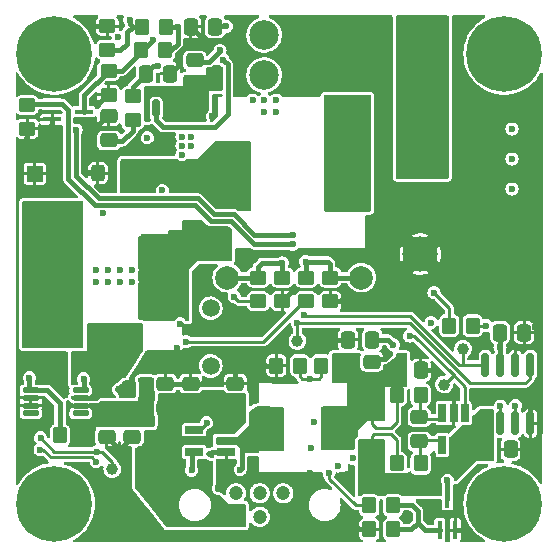
<source format=gbr>
%TF.GenerationSoftware,KiCad,Pcbnew,(6.0.4)*%
%TF.CreationDate,2023-04-05T19:58:25-04:00*%
%TF.ProjectId,charging_on_the_pad,63686172-6769-46e6-975f-6f6e5f746865,rev?*%
%TF.SameCoordinates,Original*%
%TF.FileFunction,Copper,L1,Top*%
%TF.FilePolarity,Positive*%
%FSLAX46Y46*%
G04 Gerber Fmt 4.6, Leading zero omitted, Abs format (unit mm)*
G04 Created by KiCad (PCBNEW (6.0.4)) date 2023-04-05 19:58:25*
%MOMM*%
%LPD*%
G01*
G04 APERTURE LIST*
G04 Aperture macros list*
%AMRoundRect*
0 Rectangle with rounded corners*
0 $1 Rounding radius*
0 $2 $3 $4 $5 $6 $7 $8 $9 X,Y pos of 4 corners*
0 Add a 4 corners polygon primitive as box body*
4,1,4,$2,$3,$4,$5,$6,$7,$8,$9,$2,$3,0*
0 Add four circle primitives for the rounded corners*
1,1,$1+$1,$2,$3*
1,1,$1+$1,$4,$5*
1,1,$1+$1,$6,$7*
1,1,$1+$1,$8,$9*
0 Add four rect primitives between the rounded corners*
20,1,$1+$1,$2,$3,$4,$5,0*
20,1,$1+$1,$4,$5,$6,$7,0*
20,1,$1+$1,$6,$7,$8,$9,0*
20,1,$1+$1,$8,$9,$2,$3,0*%
G04 Aperture macros list end*
%TA.AperFunction,ComponentPad*%
%ADD10C,6.400000*%
%TD*%
%TA.AperFunction,ComponentPad*%
%ADD11R,1.200000X1.200000*%
%TD*%
%TA.AperFunction,ComponentPad*%
%ADD12C,1.200000*%
%TD*%
%TA.AperFunction,SMDPad,CuDef*%
%ADD13RoundRect,0.250000X-0.475000X0.337500X-0.475000X-0.337500X0.475000X-0.337500X0.475000X0.337500X0*%
%TD*%
%TA.AperFunction,SMDPad,CuDef*%
%ADD14RoundRect,0.250000X0.337500X0.475000X-0.337500X0.475000X-0.337500X-0.475000X0.337500X-0.475000X0*%
%TD*%
%TA.AperFunction,SMDPad,CuDef*%
%ADD15RoundRect,0.250000X0.625000X-0.400000X0.625000X0.400000X-0.625000X0.400000X-0.625000X-0.400000X0*%
%TD*%
%TA.AperFunction,SMDPad,CuDef*%
%ADD16R,4.000000X7.000000*%
%TD*%
%TA.AperFunction,SMDPad,CuDef*%
%ADD17RoundRect,0.250000X0.475000X-0.337500X0.475000X0.337500X-0.475000X0.337500X-0.475000X-0.337500X0*%
%TD*%
%TA.AperFunction,SMDPad,CuDef*%
%ADD18RoundRect,0.250000X0.450000X-0.350000X0.450000X0.350000X-0.450000X0.350000X-0.450000X-0.350000X0*%
%TD*%
%TA.AperFunction,SMDPad,CuDef*%
%ADD19RoundRect,0.250000X-0.337500X-0.475000X0.337500X-0.475000X0.337500X0.475000X-0.337500X0.475000X0*%
%TD*%
%TA.AperFunction,SMDPad,CuDef*%
%ADD20R,0.450000X1.500000*%
%TD*%
%TA.AperFunction,SMDPad,CuDef*%
%ADD21C,1.000000*%
%TD*%
%TA.AperFunction,SMDPad,CuDef*%
%ADD22R,1.560000X0.650000*%
%TD*%
%TA.AperFunction,SMDPad,CuDef*%
%ADD23RoundRect,0.250000X-0.450000X0.350000X-0.450000X-0.350000X0.450000X-0.350000X0.450000X0.350000X0*%
%TD*%
%TA.AperFunction,SMDPad,CuDef*%
%ADD24RoundRect,0.250000X0.350000X0.450000X-0.350000X0.450000X-0.350000X-0.450000X0.350000X-0.450000X0*%
%TD*%
%TA.AperFunction,SMDPad,CuDef*%
%ADD25RoundRect,0.112500X-0.587500X-0.112500X0.587500X-0.112500X0.587500X0.112500X-0.587500X0.112500X0*%
%TD*%
%TA.AperFunction,ComponentPad*%
%ADD26C,3.000000*%
%TD*%
%TA.AperFunction,SMDPad,CuDef*%
%ADD27C,2.000000*%
%TD*%
%TA.AperFunction,ComponentPad*%
%ADD28R,1.350000X1.350000*%
%TD*%
%TA.AperFunction,SMDPad,CuDef*%
%ADD29R,1.500000X0.450000*%
%TD*%
%TA.AperFunction,SMDPad,CuDef*%
%ADD30RoundRect,0.150000X-0.150000X0.825000X-0.150000X-0.825000X0.150000X-0.825000X0.150000X0.825000X0*%
%TD*%
%TA.AperFunction,SMDPad,CuDef*%
%ADD31RoundRect,0.150000X-0.150000X0.600000X-0.150000X-0.600000X0.150000X-0.600000X0.150000X0.600000X0*%
%TD*%
%TA.AperFunction,ComponentPad*%
%ADD32C,2.500000*%
%TD*%
%TA.AperFunction,SMDPad,CuDef*%
%ADD33RoundRect,0.625000X-0.625000X-1.000000X0.625000X-1.000000X0.625000X1.000000X-0.625000X1.000000X0*%
%TD*%
%TA.AperFunction,SMDPad,CuDef*%
%ADD34RoundRect,0.300000X0.300000X0.400000X-0.300000X0.400000X-0.300000X-0.400000X0.300000X-0.400000X0*%
%TD*%
%TA.AperFunction,SMDPad,CuDef*%
%ADD35R,0.650000X1.560000*%
%TD*%
%TA.AperFunction,SMDPad,CuDef*%
%ADD36RoundRect,0.250000X-0.350000X-0.450000X0.350000X-0.450000X0.350000X0.450000X-0.350000X0.450000X0*%
%TD*%
%TA.AperFunction,SMDPad,CuDef*%
%ADD37R,2.900000X5.400000*%
%TD*%
%TA.AperFunction,ComponentPad*%
%ADD38C,1.500000*%
%TD*%
%TA.AperFunction,ViaPad*%
%ADD39C,0.600000*%
%TD*%
%TA.AperFunction,Conductor*%
%ADD40C,0.381000*%
%TD*%
%TA.AperFunction,Conductor*%
%ADD41C,0.250000*%
%TD*%
%TA.AperFunction,Conductor*%
%ADD42C,0.500000*%
%TD*%
%TA.AperFunction,Conductor*%
%ADD43C,0.400000*%
%TD*%
%TA.AperFunction,Conductor*%
%ADD44C,0.450000*%
%TD*%
G04 APERTURE END LIST*
D10*
%TO.P,H2,1*%
%TO.N,N/C*%
X165100000Y-127000000D03*
%TD*%
D11*
%TO.P,J2,1,Pin_1*%
%TO.N,VCC*%
X142400000Y-128100000D03*
D12*
%TO.P,J2,2,Pin_2*%
%TO.N,+5V_PWR*%
X144400000Y-128100000D03*
%TO.P,J2,3,Pin_3*%
%TO.N,GND*%
X146400000Y-128100000D03*
%TO.P,J2,4,Pin_4*%
%TO.N,/CANH*%
X142400000Y-126100000D03*
%TO.P,J2,5,Pin_5*%
%TO.N,/CANL*%
X144400000Y-126100000D03*
%TO.P,J2,6,Pin_6*%
%TO.N,+24V*%
X146400000Y-126100000D03*
%TD*%
D13*
%TO.P,C28,1*%
%TO.N,/Power/R_VCC_P*%
X131445000Y-119231500D03*
%TO.P,C28,2*%
%TO.N,GND*%
X131445000Y-121306500D03*
%TD*%
D14*
%TO.P,C3,1*%
%TO.N,+5V*%
X153937500Y-113100000D03*
%TO.P,C3,2*%
%TO.N,GND*%
X151862500Y-113100000D03*
%TD*%
D15*
%TO.P,R23,1*%
%TO.N,+5V*%
X153918750Y-122231250D03*
%TO.P,R23,2*%
%TO.N,/Power/R_5V_P*%
X153918750Y-119131250D03*
%TD*%
D16*
%TO.P,L3,1,1*%
%TO.N,Net-(C25-Pad1)*%
X136263400Y-107594400D03*
%TO.P,L3,2,2*%
%TO.N,+13V*%
X126263400Y-107594400D03*
%TD*%
D17*
%TO.P,C30,1*%
%TO.N,/Power/R_5V_P*%
X153900000Y-117037500D03*
%TO.P,C30,2*%
%TO.N,GND*%
X153900000Y-114962500D03*
%TD*%
D18*
%TO.P,R9,1*%
%TO.N,GND*%
X124714000Y-95234000D03*
%TO.P,R9,2*%
%TO.N,/n_CHG_EN*%
X124714000Y-93234000D03*
%TD*%
D19*
%TO.P,C31,1*%
%TO.N,+5V*%
X163562500Y-122400000D03*
%TO.P,C31,2*%
%TO.N,GND*%
X165637500Y-122400000D03*
%TD*%
D18*
%TO.P,R11,1*%
%TO.N,Net-(R10-Pad2)*%
X131500000Y-88550000D03*
%TO.P,R11,2*%
%TO.N,GND*%
X131500000Y-86550000D03*
%TD*%
D20*
%TO.P,Q5,1,G*%
%TO.N,Net-(Q5-Pad1)*%
X159650000Y-129219000D03*
%TO.P,Q5,2,S*%
%TO.N,GND*%
X160950000Y-129219000D03*
%TO.P,Q5,3,D*%
%TO.N,Net-(Q5-Pad3)*%
X160300000Y-126559000D03*
%TD*%
D19*
%TO.P,C4,1*%
%TO.N,+5V*%
X164722900Y-112500000D03*
%TO.P,C4,2*%
%TO.N,GND*%
X166797900Y-112500000D03*
%TD*%
D21*
%TO.P,TP3,1,1*%
%TO.N,/CAN_TX*%
X147600000Y-113200000D03*
%TD*%
D22*
%TO.P,U4,1,GND*%
%TO.N,GND*%
X141558000Y-122616000D03*
%TO.P,U4,2,SW*%
%TO.N,Net-(C24-Pad1)*%
X141558000Y-121666000D03*
%TO.P,U4,3,VIN*%
%TO.N,VCC*%
X141558000Y-120716000D03*
%TO.P,U4,4,VFB*%
%TO.N,Net-(R18-Pad2)*%
X138858000Y-120716000D03*
%TO.P,U4,5,EN*%
%TO.N,VCC*%
X138858000Y-121666000D03*
%TO.P,U4,6,VBST*%
%TO.N,Net-(C24-Pad2)*%
X138858000Y-122616000D03*
%TD*%
D13*
%TO.P,C26,1*%
%TO.N,/Power/R_VCC_P*%
X133604000Y-119231500D03*
%TO.P,C26,2*%
%TO.N,GND*%
X133604000Y-121306500D03*
%TD*%
D23*
%TO.P,R6,1*%
%TO.N,/VSW_VSENSE*%
X146304000Y-107839000D03*
%TO.P,R6,2*%
%TO.N,GND*%
X146304000Y-109839000D03*
%TD*%
D19*
%TO.P,C23,1*%
%TO.N,+BATT*%
X131262500Y-117300000D03*
%TO.P,C23,2*%
%TO.N,GND*%
X133337500Y-117300000D03*
%TD*%
D24*
%TO.P,R18,1*%
%TO.N,/Power/R_5V_P*%
X151622000Y-115300000D03*
%TO.P,R18,2*%
%TO.N,Net-(R18-Pad2)*%
X149622000Y-115300000D03*
%TD*%
D19*
%TO.P,C9,1*%
%TO.N,Net-(C9-Pad1)*%
X134750900Y-90600000D03*
%TO.P,C9,2*%
%TO.N,GND*%
X136825900Y-90600000D03*
%TD*%
D25*
%TO.P,U6,1,STAT*%
%TO.N,Net-(Q4-Pad2)*%
X125014500Y-117389000D03*
%TO.P,U6,2,CTL*%
%TO.N,GND*%
X125014500Y-118039000D03*
%TO.P,U6,3,GND*%
X125014500Y-118689000D03*
%TO.P,U6,4,NC*%
%TO.N,unconnected-(U6-Pad4)*%
X125014500Y-119339000D03*
%TO.P,U6,5,NC*%
%TO.N,unconnected-(U6-Pad5)*%
X129239500Y-119339000D03*
%TO.P,U6,6,SENSE*%
%TO.N,/Power/R_VCC_P*%
X129239500Y-118689000D03*
%TO.P,U6,7,Vin*%
%TO.N,+BATT*%
X129239500Y-118039000D03*
%TO.P,U6,8,GATE*%
%TO.N,Net-(Q3-Pad2)*%
X129239500Y-117389000D03*
%TD*%
D26*
%TO.P,J4,1,Pin_1*%
%TO.N,Net-(F1-Pad2)*%
X158000000Y-97600000D03*
%TO.P,J4,2,Pin_2*%
%TO.N,GND*%
X158000000Y-105850000D03*
%TD*%
D24*
%TO.P,R10,1*%
%TO.N,/Battery Charger/VREF*%
X136450000Y-86600000D03*
%TO.P,R10,2*%
%TO.N,Net-(R10-Pad2)*%
X134450000Y-86600000D03*
%TD*%
D27*
%TO.P,TP6,1,1*%
%TO.N,/BATT_VSENSE*%
X153000000Y-107850000D03*
%TD*%
D10*
%TO.P,H3,1*%
%TO.N,N/C*%
X127013126Y-88900000D03*
%TD*%
D17*
%TO.P,C33,1*%
%TO.N,VCC*%
X142337500Y-118893500D03*
%TO.P,C33,2*%
%TO.N,GND*%
X142337500Y-116818500D03*
%TD*%
D21*
%TO.P,TP8,1,1*%
%TO.N,/CURR_13V*%
X131927600Y-124079000D03*
%TD*%
D28*
%TO.P,TP7,1,1*%
%TO.N,GND*%
X125350000Y-99050000D03*
%TD*%
D23*
%TO.P,R8,1*%
%TO.N,/BATT_VSENSE*%
X150368000Y-107839000D03*
%TO.P,R8,2*%
%TO.N,GND*%
X150368000Y-109839000D03*
%TD*%
D29*
%TO.P,Q1,1,G*%
%TO.N,/n_CHG_EN*%
X126838400Y-93150000D03*
%TO.P,Q1,2,S*%
%TO.N,GND*%
X126838400Y-94450000D03*
%TO.P,Q1,3,D*%
%TO.N,Net-(Q1-Pad3)*%
X129498400Y-93800000D03*
%TD*%
D30*
%TO.P,U2,1,TXD*%
%TO.N,/CAN_TX*%
X167305000Y-115225000D03*
%TO.P,U2,2,VSS*%
%TO.N,GND*%
X166035000Y-115225000D03*
%TO.P,U2,3,VDD*%
%TO.N,+5V*%
X164765000Y-115225000D03*
%TO.P,U2,4,RXD*%
%TO.N,/CAN_RX*%
X163495000Y-115225000D03*
%TO.P,U2,5,VIO*%
%TO.N,+5V*%
X163495000Y-120175000D03*
%TO.P,U2,6,CANL*%
%TO.N,/CANL*%
X164765000Y-120175000D03*
%TO.P,U2,7,CANH*%
%TO.N,/CANH*%
X166035000Y-120175000D03*
%TO.P,U2,8,STBY*%
%TO.N,GND*%
X167305000Y-120175000D03*
%TD*%
D31*
%TO.P,Q2,1,S*%
%TO.N,/Battery Charger/VIN*%
X139432430Y-93527058D03*
X138162430Y-93527058D03*
X136892430Y-93527058D03*
%TO.P,Q2,2,G*%
%TO.N,Net-(Q2-Pad2)*%
X135622430Y-93527058D03*
%TO.P,Q2,3,D*%
%TO.N,Net-(D5-Pad1)*%
X136892430Y-98888058D03*
X139432430Y-98888058D03*
X135622430Y-98888058D03*
X138162430Y-98888058D03*
%TD*%
D13*
%TO.P,C7,1*%
%TO.N,Net-(C7-Pad1)*%
X138900000Y-89462500D03*
%TO.P,C7,2*%
%TO.N,/Battery Charger/VIN*%
X138900000Y-91537500D03*
%TD*%
D32*
%TO.P,F1,1*%
%TO.N,+BATT*%
X144765000Y-90700000D03*
X144765000Y-87300000D03*
%TO.P,F1,2*%
%TO.N,Net-(F1-Pad2)*%
X158235000Y-87300000D03*
X158235000Y-90700000D03*
%TD*%
D33*
%TO.P,L2,1,1*%
%TO.N,Net-(C24-Pad1)*%
X145037500Y-120600000D03*
%TO.P,L2,2,2*%
%TO.N,/Power/R_5V_P*%
X151037500Y-120600000D03*
%TD*%
D17*
%TO.P,C22,1*%
%TO.N,VCC*%
X138557000Y-118893500D03*
%TO.P,C22,2*%
%TO.N,GND*%
X138557000Y-116818500D03*
%TD*%
D27*
%TO.P,TP5,1,1*%
%TO.N,/VSW_VSENSE*%
X141650000Y-107850000D03*
%TD*%
D10*
%TO.P,H1,1*%
%TO.N,N/C*%
X165100000Y-88900000D03*
%TD*%
%TO.P,H4,1*%
%TO.N,N/C*%
X127000000Y-127000000D03*
%TD*%
D18*
%TO.P,R7,1*%
%TO.N,+BATT*%
X148336000Y-109839000D03*
%TO.P,R7,2*%
%TO.N,/BATT_VSENSE*%
X148336000Y-107839000D03*
%TD*%
D17*
%TO.P,C20,1*%
%TO.N,VCC*%
X136398000Y-118893500D03*
%TO.P,C20,2*%
%TO.N,GND*%
X136398000Y-116818500D03*
%TD*%
D34*
%TO.P,D5,1,K*%
%TO.N,Net-(D5-Pad1)*%
X133800000Y-99000000D03*
%TO.P,D5,2,A*%
%TO.N,GND*%
X130700000Y-99000000D03*
%TD*%
D21*
%TO.P,TP4,1,1*%
%TO.N,/CAN_RX*%
X161600000Y-113900000D03*
%TD*%
D35*
%TO.P,U7,1,VO*%
%TO.N,/CURR_5V*%
X161768750Y-119331250D03*
%TO.P,U7,2,GND*%
%TO.N,GND*%
X160818750Y-119331250D03*
%TO.P,U7,3,IN+*%
%TO.N,Net-(C16-Pad2)*%
X159868750Y-119331250D03*
%TO.P,U7,4,IN-*%
%TO.N,Net-(C16-Pad1)*%
X159868750Y-122031250D03*
%TO.P,U7,5,VS*%
%TO.N,+5V*%
X161768750Y-122031250D03*
%TD*%
D21*
%TO.P,TP9,1,1*%
%TO.N,/CURR_5V*%
X160000000Y-116900000D03*
%TD*%
D24*
%TO.P,R25,1*%
%TO.N,Net-(Q5-Pad1)*%
X155686000Y-129159000D03*
%TO.P,R25,2*%
%TO.N,GND*%
X153686000Y-129159000D03*
%TD*%
D23*
%TO.P,R13,1*%
%TO.N,Net-(Q1-Pad3)*%
X131600000Y-90350000D03*
%TO.P,R13,2*%
%TO.N,GND*%
X131600000Y-92350000D03*
%TD*%
D36*
%TO.P,R24,1*%
%TO.N,/EN_5V*%
X153686000Y-127127000D03*
%TO.P,R24,2*%
%TO.N,Net-(Q5-Pad1)*%
X155686000Y-127127000D03*
%TD*%
D24*
%TO.P,R12,1*%
%TO.N,/Battery Charger/VREF*%
X136350000Y-88600000D03*
%TO.P,R12,2*%
%TO.N,Net-(Q1-Pad3)*%
X134350000Y-88600000D03*
%TD*%
D17*
%TO.P,C16,1*%
%TO.N,Net-(C16-Pad1)*%
X157900000Y-121718750D03*
%TO.P,C16,2*%
%TO.N,Net-(C16-Pad2)*%
X157900000Y-119643750D03*
%TD*%
D19*
%TO.P,C27,1*%
%TO.N,/Power/R_5V_P*%
X155981250Y-115681250D03*
%TO.P,C27,2*%
%TO.N,GND*%
X158056250Y-115681250D03*
%TD*%
D13*
%TO.P,C10,1*%
%TO.N,GND*%
X131622800Y-94161700D03*
%TO.P,C10,2*%
%TO.N,Net-(C10-Pad2)*%
X131622800Y-96236700D03*
%TD*%
D36*
%TO.P,R28,1*%
%TO.N,/Power/R_5V_P*%
X156018750Y-117781250D03*
%TO.P,R28,2*%
%TO.N,Net-(C16-Pad2)*%
X158018750Y-117781250D03*
%TD*%
%TO.P,R27,1*%
%TO.N,+5V*%
X156018750Y-123581250D03*
%TO.P,R27,2*%
%TO.N,Net-(C16-Pad1)*%
X158018750Y-123581250D03*
%TD*%
D24*
%TO.P,R19,1*%
%TO.N,Net-(R18-Pad2)*%
X147812000Y-115300000D03*
%TO.P,R19,2*%
%TO.N,GND*%
X145812000Y-115300000D03*
%TD*%
%TO.P,R4,1*%
%TO.N,+5V*%
X162442400Y-111912400D03*
%TO.P,R4,2*%
%TO.N,/~{MCLR}*%
X160442400Y-111912400D03*
%TD*%
D19*
%TO.P,C8,1*%
%TO.N,GND*%
X138562500Y-86600000D03*
%TO.P,C8,2*%
%TO.N,/Battery Charger/VREF*%
X140637500Y-86600000D03*
%TD*%
D24*
%TO.P,R17,1*%
%TO.N,/Power/R_VCC_P*%
X129500000Y-121200000D03*
%TO.P,R17,2*%
%TO.N,Net-(Q4-Pad2)*%
X127500000Y-121200000D03*
%TD*%
D18*
%TO.P,R14,1*%
%TO.N,Net-(C10-Pad2)*%
X133650000Y-94500000D03*
%TO.P,R14,2*%
%TO.N,Net-(C9-Pad1)*%
X133650000Y-92500000D03*
%TD*%
%TO.P,R5,1*%
%TO.N,+13V*%
X144272000Y-109839000D03*
%TO.P,R5,2*%
%TO.N,/VSW_VSENSE*%
X144272000Y-107839000D03*
%TD*%
D37*
%TO.P,L1,1,1*%
%TO.N,Net-(D5-Pad1)*%
X142150000Y-99050000D03*
%TO.P,L1,2,2*%
%TO.N,/Battery Charger/CSB*%
X152050000Y-99050000D03*
%TD*%
D38*
%TO.P,Y1,1,1*%
%TO.N,/OSC2*%
X140250000Y-110450000D03*
%TO.P,Y1,2,2*%
%TO.N,/OSC1*%
X140250000Y-115330000D03*
%TD*%
D39*
%TO.N,GND*%
X139100000Y-109474000D03*
X150800000Y-113158411D03*
X139000000Y-111200000D03*
X154750000Y-90000000D03*
X142342400Y-86056400D03*
X140400000Y-94200000D03*
X167750000Y-109500000D03*
X126592400Y-96556400D03*
X130300000Y-92950000D03*
X141700000Y-110500000D03*
X150368000Y-86868000D03*
X139000000Y-114600000D03*
X161000000Y-102750000D03*
X160750000Y-109250000D03*
X167750000Y-102306400D03*
X151900000Y-124450000D03*
X130092400Y-129806400D03*
X129842400Y-86056400D03*
X162000000Y-129250000D03*
X147193000Y-105918000D03*
X124092400Y-99056400D03*
X167750000Y-104806400D03*
X142392400Y-114960400D03*
X152250000Y-90000000D03*
X151000000Y-106000000D03*
X131101581Y-102417531D03*
X154842400Y-86056400D03*
X167750000Y-91750000D03*
X137439400Y-113792000D03*
X153500000Y-106000000D03*
X126847600Y-95097600D03*
X140087096Y-88429092D03*
X161250000Y-98250000D03*
X137500000Y-89400000D03*
X132592400Y-129806400D03*
X140900000Y-125700000D03*
X124100000Y-120500000D03*
X150368000Y-91186000D03*
X128978128Y-123674020D03*
X152250000Y-88000000D03*
X142700000Y-114000000D03*
X139725400Y-116818500D03*
X152250000Y-91750000D03*
X156912096Y-127817000D03*
X148700000Y-124400000D03*
X151739600Y-127406400D03*
X167750000Y-124056400D03*
X155400000Y-114300000D03*
X140300000Y-122800000D03*
X139200000Y-107400000D03*
X164250000Y-102750000D03*
X124092400Y-96556400D03*
X167750000Y-93556400D03*
X140092400Y-129806400D03*
X162092400Y-86056400D03*
X161250000Y-96000000D03*
X124092400Y-91556400D03*
X154750000Y-91750000D03*
X151485600Y-109829600D03*
X167750000Y-112000000D03*
X132450000Y-117300000D03*
X162750000Y-103250000D03*
X161000000Y-100500000D03*
X166000000Y-93500000D03*
X158500000Y-102750000D03*
X130300000Y-94800000D03*
X167750000Y-107000000D03*
X167750000Y-118500000D03*
X159218750Y-115681250D03*
X138100000Y-115100000D03*
X141700000Y-111760000D03*
X126479939Y-118950759D03*
X135092400Y-129806400D03*
X167750000Y-121750000D03*
X142700000Y-111760000D03*
X150368000Y-89052400D03*
X163500000Y-109250000D03*
X156000000Y-102750000D03*
X129743200Y-99009200D03*
X126592400Y-99056400D03*
X154750000Y-88000000D03*
X156000000Y-100500000D03*
X158500000Y-100500000D03*
X161250000Y-93750000D03*
X132528027Y-122232570D03*
X137668000Y-111760000D03*
X152342400Y-86056400D03*
X160800000Y-118000000D03*
X130400000Y-86600000D03*
X147218400Y-108864400D03*
X141700000Y-114000000D03*
X124092400Y-124056400D03*
X163500000Y-93500000D03*
X148750000Y-122250000D03*
X124714000Y-96215200D03*
X137592400Y-129806400D03*
%TO.N,+5V*%
X152300000Y-123150000D03*
X165760400Y-100355400D03*
X165760400Y-95275400D03*
X158902400Y-111658400D03*
X165760400Y-97815400D03*
X157856750Y-125000000D03*
X159100000Y-125861200D03*
X164750000Y-113750000D03*
X130556000Y-123444000D03*
X157838000Y-125861200D03*
X159118750Y-125000000D03*
X156568750Y-125000000D03*
X156550000Y-125861200D03*
X163601400Y-111912400D03*
X155702000Y-113538000D03*
X125807500Y-122428000D03*
%TO.N,Net-(C9-Pad1)*%
X135755823Y-89966629D03*
%TO.N,+BATT*%
X133858000Y-112014000D03*
X132842000Y-112014000D03*
X133600000Y-107188000D03*
X145800000Y-93800000D03*
X143800000Y-92800000D03*
X144800000Y-93800000D03*
X133600000Y-108204000D03*
X145800000Y-92800000D03*
X131568000Y-107188000D03*
X130552000Y-107188000D03*
X132584000Y-108204000D03*
X144800000Y-92800000D03*
X132250000Y-116450000D03*
X130552000Y-108204000D03*
X130810000Y-112014000D03*
X131568000Y-108204000D03*
X132584000Y-107188000D03*
X131826000Y-112014000D03*
X138176000Y-113284000D03*
%TO.N,+24V*%
X138582400Y-95910400D03*
X137820400Y-96672400D03*
X137820400Y-95910400D03*
X134874000Y-96012000D03*
X136144000Y-100457000D03*
X137820400Y-97434400D03*
X138582400Y-96672400D03*
%TO.N,VCC*%
X136400000Y-121800000D03*
X137300000Y-121000000D03*
X137300000Y-120200000D03*
X134600000Y-122600000D03*
X134250000Y-125500000D03*
X136750000Y-126500000D03*
X135500000Y-125500000D03*
X137300000Y-122600000D03*
X135500000Y-122600000D03*
X135500000Y-124500000D03*
X136750000Y-125500000D03*
X136750000Y-124500000D03*
X136400000Y-120200000D03*
X137300000Y-121800000D03*
X136400000Y-121000000D03*
X136400000Y-122600000D03*
X135500000Y-126500000D03*
X134250000Y-124500000D03*
%TO.N,Net-(C25-Pad1)*%
X141400000Y-106100000D03*
X141400000Y-105400000D03*
X141400000Y-104648000D03*
X141400000Y-103886000D03*
%TO.N,Net-(C24-Pad1)*%
X142748000Y-124104400D03*
%TO.N,Net-(C24-Pad2)*%
X138633200Y-124155200D03*
%TO.N,+13V*%
X126250000Y-112050000D03*
X129032000Y-105410000D03*
X125250000Y-103450000D03*
X126250000Y-102600000D03*
X126250000Y-101750000D03*
X125250000Y-102600000D03*
X127250000Y-112050000D03*
X127250000Y-103450000D03*
X125250000Y-112050000D03*
X129032000Y-106172000D03*
X128250000Y-112050000D03*
X128250000Y-102600000D03*
X125250000Y-101750000D03*
X126250000Y-103450000D03*
X128250000Y-101750000D03*
X128250000Y-103450000D03*
X142240000Y-109474000D03*
X127250000Y-102600000D03*
X127250000Y-101750000D03*
X129032000Y-104648000D03*
%TO.N,/~{MCLR}*%
X159156400Y-109118400D03*
X151050000Y-123794402D03*
%TO.N,Net-(Q5-Pad3)*%
X160300000Y-125000000D03*
%TO.N,/BATT_VSENSE*%
X148300000Y-106500000D03*
%TO.N,/VSW_VSENSE*%
X146304000Y-106600000D03*
%TO.N,Net-(R18-Pad2)*%
X139903200Y-120142000D03*
X148700000Y-116400000D03*
%TO.N,/EN_5V*%
X148996400Y-120040400D03*
X150266400Y-124358400D03*
%TO.N,/CURR_13V*%
X130597837Y-122602660D03*
X125857000Y-121412000D03*
%TO.N,/CURR_5V*%
X157100000Y-112800000D03*
%TO.N,/CAN_TX*%
X147600000Y-111700000D03*
%TO.N,/CAN_RX*%
X148179400Y-111048800D03*
%TO.N,/CANH*%
X166035295Y-118697856D03*
%TO.N,/CANL*%
X164763940Y-118709484D03*
%TO.N,/Battery Charger/VIN*%
X137439400Y-91846400D03*
X140817600Y-91700000D03*
X135407400Y-91846400D03*
%TO.N,Net-(C7-Pad1)*%
X141050000Y-88600000D03*
%TO.N,/Battery Charger/VREF*%
X141579600Y-86563200D03*
X137464800Y-86614000D03*
%TO.N,/Battery Charger/CSB*%
X152933400Y-95148400D03*
X152933400Y-93624400D03*
X151917400Y-92862400D03*
X150901400Y-95148400D03*
X152933400Y-92862400D03*
X151917400Y-95148400D03*
X151917400Y-94386400D03*
X152933400Y-94386400D03*
X151917400Y-93624400D03*
%TO.N,/CHG_CURR*%
X147193000Y-104229497D03*
X132435350Y-87501785D03*
X128858400Y-95350000D03*
%TO.N,/n_CHG_EN*%
X147193000Y-105029000D03*
%TO.N,Net-(Q1-Pad3)*%
X135350000Y-87700000D03*
%TO.N,Net-(R10-Pad2)*%
X133400000Y-86000000D03*
%TO.N,/Power/R_VCC_P*%
X134458500Y-117050000D03*
X135173500Y-117050000D03*
%TO.N,Net-(Q3-Pad2)*%
X129493769Y-116416523D03*
%TO.N,Net-(Q4-Pad2)*%
X124904315Y-116330298D03*
%TO.N,Net-(Q2-Pad2)*%
X141300000Y-89400000D03*
%TD*%
D40*
%TO.N,GND*%
X150800000Y-113158411D02*
X151804089Y-113158411D01*
X155000000Y-114700000D02*
X154062500Y-114700000D01*
X152781000Y-129159000D02*
X153686000Y-129159000D01*
X138600000Y-86600000D02*
X138562500Y-86600000D01*
X144900000Y-115300000D02*
X145812000Y-115300000D01*
X132371070Y-122232570D02*
X131445000Y-121306500D01*
X167305000Y-120175000D02*
X167305000Y-118945000D01*
X130450000Y-86550000D02*
X131450000Y-86550000D01*
X130900000Y-92950000D02*
X131500000Y-92350000D01*
X132528027Y-122232570D02*
X132677930Y-122232570D01*
X150368000Y-109839000D02*
X151476200Y-109839000D01*
D41*
X160818750Y-119331250D02*
X160818750Y-118018750D01*
D40*
X167305000Y-118945000D02*
X167750000Y-118500000D01*
X137500000Y-89925900D02*
X136825900Y-90600000D01*
X166797900Y-112949900D02*
X166776400Y-112928400D01*
X138557000Y-116818500D02*
X139725400Y-116818500D01*
X131600000Y-94314900D02*
X131650000Y-94364900D01*
X151739600Y-128117600D02*
X152781000Y-129159000D01*
X126838400Y-95088400D02*
X126847600Y-95097600D01*
X142392400Y-114960400D02*
X144560400Y-114960400D01*
D42*
X129752400Y-99000000D02*
X130700000Y-99000000D01*
D40*
X140087096Y-88429092D02*
X140087096Y-88087096D01*
X131426531Y-94161700D02*
X131622800Y-94161700D01*
X161969000Y-129219000D02*
X160950000Y-129219000D01*
X140087096Y-88087096D02*
X138600000Y-86600000D01*
X147218400Y-108864400D02*
X147218400Y-108924600D01*
X151476200Y-109839000D02*
X151485600Y-109829600D01*
X131600000Y-94138900D02*
X131622800Y-94161700D01*
X124714000Y-95234000D02*
X124714000Y-96215200D01*
X131500000Y-92350000D02*
X131600000Y-92350000D01*
X133337500Y-117300000D02*
X132450000Y-117300000D01*
X137500000Y-89400000D02*
X137500000Y-89925900D01*
D41*
X160818750Y-118018750D02*
X160800000Y-118000000D01*
D40*
X147218400Y-108924600D02*
X146304000Y-109839000D01*
X130300000Y-92950000D02*
X130900000Y-92950000D01*
X131450000Y-86550000D02*
X131500000Y-86600000D01*
X158056250Y-115681250D02*
X159218750Y-115681250D01*
X162000000Y-129250000D02*
X161969000Y-129219000D01*
X155400000Y-114300000D02*
X155000000Y-114700000D01*
X140300000Y-122800000D02*
X140484000Y-122616000D01*
X140484000Y-122616000D02*
X141558000Y-122616000D01*
X130300000Y-94800000D02*
X130788231Y-94800000D01*
X126838400Y-94450000D02*
X126838400Y-95088400D01*
X151739600Y-127406400D02*
X151739600Y-128117600D01*
X132677930Y-122232570D02*
X133604000Y-121306500D01*
X144560400Y-114960400D02*
X144900000Y-115300000D01*
X151804089Y-113158411D02*
X151895900Y-113066600D01*
X142392400Y-114960400D02*
X142337500Y-115015300D01*
X142337500Y-115015300D02*
X142337500Y-116818500D01*
X130788231Y-94800000D02*
X131426531Y-94161700D01*
X136398000Y-116818500D02*
X138557000Y-116818500D01*
X130400000Y-86600000D02*
X130450000Y-86550000D01*
X154062500Y-114700000D02*
X153918750Y-114843750D01*
X132528027Y-122232570D02*
X132371070Y-122232570D01*
D42*
X129743200Y-99009200D02*
X129752400Y-99000000D01*
D40*
%TO.N,+5V*%
X155702000Y-113538000D02*
X155259787Y-113095787D01*
X164750000Y-113750000D02*
X164750000Y-112927100D01*
D41*
X126082641Y-122428000D02*
X125807500Y-122428000D01*
X155518750Y-121081250D02*
X156018750Y-121581250D01*
X156018750Y-121581250D02*
X156018750Y-123581250D01*
X130556000Y-123444000D02*
X130161520Y-123049520D01*
X154118750Y-121081250D02*
X155518750Y-121081250D01*
X153918750Y-121281250D02*
X154118750Y-121081250D01*
D40*
X164765000Y-112942100D02*
X164765000Y-115225000D01*
D41*
X153918750Y-122231250D02*
X153918750Y-121281250D01*
X162442400Y-111912400D02*
X163601400Y-111912400D01*
X126704161Y-123049520D02*
X126082641Y-122428000D01*
D40*
X164750000Y-112927100D02*
X164765000Y-112942100D01*
D41*
X130161520Y-123049520D02*
X126704161Y-123049520D01*
D40*
X153941713Y-113095787D02*
X153937500Y-113100000D01*
X155259787Y-113095787D02*
X153941713Y-113095787D01*
%TO.N,Net-(C9-Pad1)*%
X135755823Y-89966629D02*
X135384271Y-89966629D01*
X135384271Y-89966629D02*
X134750900Y-90600000D01*
X133650000Y-91725450D02*
X134750900Y-90624550D01*
X133650000Y-92500000D02*
X133650000Y-91725450D01*
X134750900Y-90624550D02*
X134750900Y-90600000D01*
D41*
%TO.N,+BATT*%
X144716000Y-113284000D02*
X148161000Y-109839000D01*
X138176000Y-113284000D02*
X144716000Y-113284000D01*
D42*
X131296500Y-117221000D02*
X131379000Y-117221000D01*
D43*
X131296500Y-117287250D02*
X130544750Y-118039000D01*
X131296500Y-117221000D02*
X131296500Y-117287250D01*
X130544750Y-118039000D02*
X129239500Y-118039000D01*
D42*
X131296500Y-117203500D02*
X131296500Y-117221000D01*
X132050000Y-116450000D02*
X131296500Y-117203500D01*
D41*
X148161000Y-109839000D02*
X148336000Y-109839000D01*
D42*
X132250000Y-116450000D02*
X132050000Y-116450000D01*
D40*
%TO.N,Net-(C24-Pad1)*%
X142748000Y-124104400D02*
X142900000Y-123952400D01*
X142900000Y-122025000D02*
X142541000Y-121666000D01*
X142541000Y-121666000D02*
X141558000Y-121666000D01*
X142900000Y-123952400D02*
X142900000Y-122025000D01*
%TO.N,Net-(C24-Pad2)*%
X138633200Y-122840800D02*
X138858000Y-122616000D01*
X138633200Y-124155200D02*
X138633200Y-122840800D01*
D41*
%TO.N,/Power/R_5V_P*%
X151037500Y-120600000D02*
X151180800Y-120456700D01*
X155518750Y-120581250D02*
X156018750Y-120081250D01*
X156018750Y-120081250D02*
X156018750Y-117781250D01*
X153918750Y-119131250D02*
X153918750Y-120281250D01*
X154218750Y-120581250D02*
X155518750Y-120581250D01*
X153918750Y-120281250D02*
X154218750Y-120581250D01*
%TO.N,Net-(C16-Pad1)*%
X159868750Y-121600000D02*
X159868750Y-122031250D01*
X158000000Y-121737500D02*
X158137500Y-121600000D01*
X158137500Y-121600000D02*
X159868750Y-121600000D01*
X158000000Y-123562500D02*
X158000000Y-121737500D01*
X158018750Y-123581250D02*
X158000000Y-123562500D01*
%TO.N,+13V*%
X142605000Y-109839000D02*
X142240000Y-109474000D01*
X144272000Y-109839000D02*
X142605000Y-109839000D01*
X128250000Y-112057500D02*
X128250000Y-112050000D01*
%TO.N,/~{MCLR}*%
X160442400Y-110404400D02*
X160442400Y-111912400D01*
X159156400Y-109118400D02*
X160442400Y-110404400D01*
D40*
%TO.N,Net-(Q5-Pad1)*%
X157241000Y-129159000D02*
X155686000Y-129159000D01*
X157800000Y-127600000D02*
X157327000Y-127127000D01*
X158419000Y-129219000D02*
X157800000Y-128600000D01*
X157327000Y-127127000D02*
X155686000Y-127127000D01*
X157800000Y-128600000D02*
X157800000Y-127600000D01*
X157800000Y-128600000D02*
X157241000Y-129159000D01*
X159650000Y-129219000D02*
X158419000Y-129219000D01*
%TO.N,Net-(Q5-Pad3)*%
X160300000Y-125000000D02*
X160300000Y-126559000D01*
%TO.N,/BATT_VSENSE*%
X153000000Y-107850000D02*
X150379000Y-107850000D01*
X148336000Y-106536000D02*
X148336000Y-107839000D01*
X150368000Y-107839000D02*
X150368000Y-106668000D01*
X150379000Y-107850000D02*
X150368000Y-107839000D01*
X150368000Y-106668000D02*
X150200000Y-106500000D01*
X148300000Y-106500000D02*
X148336000Y-106536000D01*
X150200000Y-106500000D02*
X148300000Y-106500000D01*
%TO.N,/VSW_VSENSE*%
X144600000Y-106600000D02*
X146304000Y-106600000D01*
X144261000Y-107850000D02*
X144272000Y-107839000D01*
X141650000Y-107850000D02*
X144261000Y-107850000D01*
X144272000Y-106928000D02*
X144600000Y-106600000D01*
X146304000Y-106600000D02*
X146304000Y-107839000D01*
X144272000Y-107839000D02*
X144272000Y-106928000D01*
D41*
%TO.N,Net-(R18-Pad2)*%
X147812000Y-116212000D02*
X147812000Y-115300000D01*
X148700000Y-116400000D02*
X149400000Y-116400000D01*
X149400000Y-116400000D02*
X149622000Y-116178000D01*
X149622000Y-116178000D02*
X149622000Y-115300000D01*
X148700000Y-116400000D02*
X148000000Y-116400000D01*
X139329200Y-120716000D02*
X138858000Y-120716000D01*
X139903200Y-120142000D02*
X139329200Y-120716000D01*
X148000000Y-116400000D02*
X147812000Y-116212000D01*
%TO.N,/EN_5V*%
X150266400Y-124866400D02*
X152527000Y-127127000D01*
X150266400Y-124358400D02*
X150266400Y-124866400D01*
X152527000Y-127127000D02*
X153686000Y-127127000D01*
%TO.N,/CURR_13V*%
X130595177Y-122600000D02*
X127000000Y-122600000D01*
X130597837Y-122602660D02*
X130595177Y-122600000D01*
X130597837Y-122602660D02*
X131086260Y-122602660D01*
X131086260Y-122602660D02*
X131927600Y-123444000D01*
X131927600Y-123444000D02*
X131927600Y-123932423D01*
X125857000Y-121457000D02*
X125857000Y-121412000D01*
X127000000Y-122600000D02*
X125857000Y-121457000D01*
%TO.N,/CURR_5V*%
X157500000Y-112800000D02*
X160750000Y-116050000D01*
X161768750Y-117068750D02*
X161768750Y-119331250D01*
X160000000Y-116900000D02*
X160750000Y-116150000D01*
X160750000Y-116050000D02*
X161768750Y-117068750D01*
X157100000Y-112800000D02*
X157500000Y-112800000D01*
X160750000Y-116150000D02*
X160750000Y-116050000D01*
%TO.N,/CAN_TX*%
X147600000Y-111700000D02*
X157089282Y-111700000D01*
X147600000Y-113200000D02*
X147600000Y-111700000D01*
X167305000Y-116395000D02*
X167305000Y-115225000D01*
X157089282Y-111700000D02*
X162189282Y-116800000D01*
X162189282Y-116800000D02*
X166900000Y-116800000D01*
X166900000Y-116800000D02*
X167305000Y-116395000D01*
%TO.N,/CAN_RX*%
X161250000Y-115225000D02*
X163495000Y-115225000D01*
X161250000Y-115225000D02*
X157125000Y-111100000D01*
X161600000Y-115200000D02*
X161600000Y-113900000D01*
X148230600Y-111100000D02*
X148179400Y-111048800D01*
X157125000Y-111100000D02*
X148230600Y-111100000D01*
X161250000Y-115225000D02*
X161575000Y-115225000D01*
X161575000Y-115225000D02*
X161600000Y-115200000D01*
%TO.N,/CANH*%
X166035000Y-118698151D02*
X166035000Y-120175000D01*
X166035295Y-118697856D02*
X166035000Y-118698151D01*
%TO.N,/CANL*%
X164763940Y-118709484D02*
X164765000Y-118710544D01*
X164765000Y-118710544D02*
X164765000Y-120175000D01*
D40*
%TO.N,Net-(C7-Pad1)*%
X141050000Y-88600000D02*
X141050000Y-88650000D01*
X140137500Y-89562500D02*
X138900000Y-89562500D01*
X141050000Y-88650000D02*
X140137500Y-89562500D01*
%TO.N,/Battery Charger/VREF*%
X136900000Y-88600000D02*
X137464800Y-88035200D01*
X140674300Y-86563200D02*
X140637500Y-86600000D01*
X137464800Y-86614000D02*
X137450800Y-86600000D01*
X137450800Y-86600000D02*
X136534400Y-86600000D01*
X141579600Y-86563200D02*
X140674300Y-86563200D01*
X136350000Y-88600000D02*
X136900000Y-88600000D01*
X137464800Y-88035200D02*
X137464800Y-86614000D01*
%TO.N,Net-(C10-Pad2)*%
X133650000Y-95398800D02*
X133650000Y-94500000D01*
X132735900Y-96312900D02*
X133650000Y-95398800D01*
X131650000Y-96312900D02*
X132735900Y-96312900D01*
%TO.N,/CHG_CURR*%
X142214842Y-102493862D02*
X140493862Y-102493862D01*
X139147011Y-101147011D02*
X135858187Y-101147011D01*
X140493862Y-102493862D02*
X139147011Y-101147011D01*
X147193000Y-104229497D02*
X143950477Y-104229497D01*
X143950477Y-104229497D02*
X142214842Y-102493862D01*
X128850000Y-99233600D02*
X128850000Y-95358400D01*
X130762670Y-101146270D02*
X128850000Y-99233600D01*
X135857446Y-101146270D02*
X130762670Y-101146270D01*
X128850000Y-95358400D02*
X128858400Y-95350000D01*
X135858187Y-101147011D02*
X135857446Y-101146270D01*
%TO.N,/n_CHG_EN*%
X138906551Y-101727531D02*
X130429531Y-101727531D01*
X126870000Y-93150000D02*
X124798000Y-93150000D01*
X124798000Y-93150000D02*
X124714000Y-93234000D01*
X128168400Y-93624400D02*
X127694000Y-93150000D01*
X140253402Y-103074382D02*
X138906551Y-101727531D01*
X130429531Y-101727531D02*
X128168400Y-99466400D01*
X143929000Y-105029000D02*
X141974382Y-103074382D01*
X141974382Y-103074382D02*
X140253402Y-103074382D01*
X128168400Y-99466400D02*
X128168400Y-93624400D01*
X127694000Y-93150000D02*
X126838400Y-93150000D01*
X147193000Y-105029000D02*
X143929000Y-105029000D01*
%TO.N,Net-(Q1-Pad3)*%
X135350000Y-87700000D02*
X132700000Y-90350000D01*
X132700000Y-90350000D02*
X131600000Y-90350000D01*
X129530000Y-93800000D02*
X129530000Y-92420000D01*
X129530000Y-92420000D02*
X131600000Y-90350000D01*
%TO.N,Net-(R10-Pad2)*%
X132583200Y-88600000D02*
X131500000Y-88600000D01*
X133400000Y-86359200D02*
X133640800Y-86600000D01*
X133640800Y-86600000D02*
X133150000Y-87090800D01*
X134534400Y-86600000D02*
X133640800Y-86600000D01*
X133150000Y-88033200D02*
X132583200Y-88600000D01*
X133150000Y-87090800D02*
X133150000Y-88033200D01*
X133400000Y-86000000D02*
X133400000Y-86359200D01*
D41*
%TO.N,Net-(C16-Pad2)*%
X158000000Y-117800000D02*
X158000000Y-119625000D01*
X158018750Y-117781250D02*
X158000000Y-117800000D01*
X159868750Y-119800000D02*
X159868750Y-119331250D01*
X158000000Y-119625000D02*
X158175000Y-119800000D01*
X158175000Y-119800000D02*
X159868750Y-119800000D01*
D40*
%TO.N,Net-(Q3-Pad2)*%
X129493769Y-116416523D02*
X129493500Y-116416792D01*
X129493500Y-116416792D02*
X129493500Y-117389000D01*
D44*
%TO.N,Net-(Q4-Pad2)*%
X127500000Y-118500000D02*
X126389000Y-117389000D01*
D40*
X124904315Y-117278815D02*
X125014500Y-117389000D01*
X124904315Y-116330298D02*
X124904315Y-117278815D01*
D44*
X127500000Y-121200000D02*
X127500000Y-118500000D01*
X126389000Y-117389000D02*
X125014500Y-117389000D01*
D40*
%TO.N,Net-(Q2-Pad2)*%
X141300000Y-89400000D02*
X141700000Y-89800000D01*
X140600000Y-95100000D02*
X136250000Y-95100000D01*
X141700000Y-94000000D02*
X140600000Y-95100000D01*
X141700000Y-89800000D02*
X141700000Y-94000000D01*
X136250000Y-95100000D02*
X135622430Y-94472430D01*
X135622430Y-94472430D02*
X135622430Y-93527058D01*
%TD*%
%TA.AperFunction,Conductor*%
%TO.N,Net-(F1-Pad2)*%
G36*
X160368521Y-85670402D02*
G01*
X160415014Y-85724058D01*
X160426400Y-85776400D01*
X160426400Y-99340400D01*
X160406398Y-99408521D01*
X160352742Y-99455014D01*
X160300400Y-99466400D01*
X156034400Y-99466400D01*
X155966279Y-99446398D01*
X155919786Y-99392742D01*
X155908400Y-99340400D01*
X155908400Y-85776400D01*
X155928402Y-85708279D01*
X155982058Y-85661786D01*
X156034400Y-85650400D01*
X160300400Y-85650400D01*
X160368521Y-85670402D01*
G37*
%TD.AperFunction*%
%TD*%
%TA.AperFunction,Conductor*%
%TO.N,VCC*%
G36*
X137477302Y-117380209D02*
G01*
X137562148Y-117380501D01*
X137630200Y-117400737D01*
X137662540Y-117430935D01*
X137724454Y-117513546D01*
X137731635Y-117518928D01*
X137831994Y-117594144D01*
X137831997Y-117594146D01*
X137839176Y-117599526D01*
X137914502Y-117627764D01*
X137966025Y-117647079D01*
X137966027Y-117647079D01*
X137973420Y-117649851D01*
X137981270Y-117650704D01*
X137981271Y-117650704D01*
X138031217Y-117656130D01*
X138034623Y-117656500D01*
X138556923Y-117656500D01*
X139079376Y-117656499D01*
X139082770Y-117656130D01*
X139082776Y-117656130D01*
X139132722Y-117650705D01*
X139132726Y-117650704D01*
X139140580Y-117649851D01*
X139274824Y-117599526D01*
X139282003Y-117594146D01*
X139282006Y-117594144D01*
X139382365Y-117518928D01*
X139389546Y-117513546D01*
X139446338Y-117437769D01*
X139503197Y-117395256D01*
X139547595Y-117387337D01*
X141352430Y-117393552D01*
X141420481Y-117413788D01*
X141452820Y-117443984D01*
X141504954Y-117513546D01*
X141512135Y-117518928D01*
X141612494Y-117594144D01*
X141612497Y-117594146D01*
X141619676Y-117599526D01*
X141695002Y-117627764D01*
X141746525Y-117647079D01*
X141746527Y-117647079D01*
X141753920Y-117649851D01*
X141761770Y-117650704D01*
X141761771Y-117650704D01*
X141811717Y-117656130D01*
X141815123Y-117656500D01*
X142337423Y-117656500D01*
X142859876Y-117656499D01*
X142863270Y-117656130D01*
X142863276Y-117656130D01*
X142913222Y-117650705D01*
X142913226Y-117650704D01*
X142921080Y-117649851D01*
X143054772Y-117599733D01*
X143125578Y-117594550D01*
X143187947Y-117628471D01*
X143222076Y-117690727D01*
X143225000Y-117717715D01*
X143225000Y-120048782D01*
X143204998Y-120116903D01*
X143189265Y-120136692D01*
X142336884Y-121011911D01*
X142275027Y-121046757D01*
X142246619Y-121050001D01*
X141050604Y-121050000D01*
X140625000Y-121050000D01*
X140450000Y-121200000D01*
X140450000Y-122068251D01*
X140429998Y-122136372D01*
X140376342Y-122182865D01*
X140361815Y-122188388D01*
X140352864Y-122189734D01*
X140346491Y-122192794D01*
X140339539Y-122194064D01*
X140288615Y-122220517D01*
X140285074Y-122222286D01*
X140233320Y-122247138D01*
X140232029Y-122244449D01*
X140195101Y-122258561D01*
X140156291Y-122263670D01*
X140148664Y-122266829D01*
X140148661Y-122266830D01*
X140108643Y-122283406D01*
X140050240Y-122307597D01*
X139979651Y-122315186D01*
X139916164Y-122283406D01*
X139878445Y-122215772D01*
X139876389Y-122205434D01*
X139876386Y-122205428D01*
X139873966Y-122193260D01*
X139867021Y-122182865D01*
X139841386Y-122144500D01*
X139818601Y-122110399D01*
X139735740Y-122055034D01*
X139662674Y-122040500D01*
X138053326Y-122040500D01*
X137980260Y-122055034D01*
X137897399Y-122110399D01*
X137874614Y-122144500D01*
X137848980Y-122182865D01*
X137842034Y-122193260D01*
X137827500Y-122266326D01*
X137827500Y-122965674D01*
X137842034Y-123038740D01*
X137897399Y-123121601D01*
X137907714Y-123128493D01*
X137968178Y-123168893D01*
X137980260Y-123176966D01*
X138053326Y-123191500D01*
X138066200Y-123191500D01*
X138134321Y-123211502D01*
X138180814Y-123265158D01*
X138192200Y-123317500D01*
X138192200Y-123782855D01*
X138172198Y-123850976D01*
X138166163Y-123859558D01*
X138157368Y-123871020D01*
X138157366Y-123871024D01*
X138152339Y-123877575D01*
X138096870Y-124011491D01*
X138077950Y-124155200D01*
X138096870Y-124298909D01*
X138152339Y-124432825D01*
X138240579Y-124547821D01*
X138355575Y-124636061D01*
X138489491Y-124691530D01*
X138633200Y-124710450D01*
X138776909Y-124691530D01*
X138910825Y-124636061D01*
X139025821Y-124547821D01*
X139114061Y-124432825D01*
X139169530Y-124298909D01*
X139188450Y-124155200D01*
X139169530Y-124011491D01*
X139114061Y-123877575D01*
X139109034Y-123871024D01*
X139109032Y-123871020D01*
X139100237Y-123859558D01*
X139074637Y-123793338D01*
X139074200Y-123782855D01*
X139074200Y-123317500D01*
X139094202Y-123249379D01*
X139147858Y-123202886D01*
X139200200Y-123191500D01*
X139662674Y-123191500D01*
X139735740Y-123176966D01*
X139746058Y-123170072D01*
X139757523Y-123165323D01*
X139758192Y-123166939D01*
X139811932Y-123150111D01*
X139880399Y-123168893D01*
X139902730Y-123186563D01*
X139907379Y-123192621D01*
X140022375Y-123280861D01*
X140156291Y-123336330D01*
X140291812Y-123354172D01*
X140300000Y-123355250D01*
X140308188Y-123354172D01*
X140316447Y-123354172D01*
X140316447Y-123355641D01*
X140377708Y-123365198D01*
X140430804Y-123412329D01*
X140450000Y-123479178D01*
X140450000Y-125339384D01*
X140429998Y-125407505D01*
X140424246Y-125415685D01*
X140424166Y-125415824D01*
X140419139Y-125422375D01*
X140363670Y-125556291D01*
X140344750Y-125700000D01*
X140363670Y-125843709D01*
X140419139Y-125977625D01*
X140507379Y-126092621D01*
X140622375Y-126180861D01*
X140756291Y-126236330D01*
X140900000Y-126255250D01*
X140908188Y-126254172D01*
X140908189Y-126254172D01*
X140931402Y-126251116D01*
X141001551Y-126262055D01*
X141036943Y-126286943D01*
X141750000Y-127000000D01*
X143124000Y-127000000D01*
X143192121Y-127020002D01*
X143238614Y-127073658D01*
X143250000Y-127126000D01*
X143250000Y-128874000D01*
X143229998Y-128942121D01*
X143176342Y-128988614D01*
X143124000Y-129000000D01*
X136561626Y-129000000D01*
X136493505Y-128979998D01*
X136462166Y-128951354D01*
X135022285Y-127100000D01*
X137544341Y-127100000D01*
X137564937Y-127335408D01*
X137626097Y-127563663D01*
X137725965Y-127777829D01*
X137861505Y-127971401D01*
X138028599Y-128138495D01*
X138222171Y-128274035D01*
X138227149Y-128276356D01*
X138227152Y-128276358D01*
X138431355Y-128371580D01*
X138436337Y-128373903D01*
X138441645Y-128375325D01*
X138441647Y-128375326D01*
X138659277Y-128433639D01*
X138664592Y-128435063D01*
X138767682Y-128444082D01*
X138838310Y-128450262D01*
X138838317Y-128450262D01*
X138841034Y-128450500D01*
X138958966Y-128450500D01*
X138961683Y-128450262D01*
X138961690Y-128450262D01*
X139032318Y-128444082D01*
X139135408Y-128435063D01*
X139140723Y-128433639D01*
X139358353Y-128375326D01*
X139358355Y-128375325D01*
X139363663Y-128373903D01*
X139368645Y-128371580D01*
X139572848Y-128276358D01*
X139572851Y-128276356D01*
X139577829Y-128274035D01*
X139771401Y-128138495D01*
X139938495Y-127971401D01*
X139941655Y-127966889D01*
X140070878Y-127782339D01*
X140070881Y-127782334D01*
X140074035Y-127777830D01*
X140076358Y-127772848D01*
X140076361Y-127772843D01*
X140171580Y-127568645D01*
X140171581Y-127568644D01*
X140173903Y-127563663D01*
X140235063Y-127335408D01*
X140255659Y-127100000D01*
X140235063Y-126864592D01*
X140173903Y-126636337D01*
X140171580Y-126631355D01*
X140076358Y-126427152D01*
X140076356Y-126427149D01*
X140074035Y-126422171D01*
X139938495Y-126228599D01*
X139771401Y-126061505D01*
X139577829Y-125925965D01*
X139572851Y-125923644D01*
X139572848Y-125923642D01*
X139368645Y-125828420D01*
X139368643Y-125828419D01*
X139363663Y-125826097D01*
X139358355Y-125824675D01*
X139358353Y-125824674D01*
X139140723Y-125766361D01*
X139140722Y-125766361D01*
X139135408Y-125764937D01*
X139032318Y-125755918D01*
X138961690Y-125749738D01*
X138961683Y-125749738D01*
X138958966Y-125749500D01*
X138841034Y-125749500D01*
X138838317Y-125749738D01*
X138838310Y-125749738D01*
X138767682Y-125755918D01*
X138664592Y-125764937D01*
X138659278Y-125766361D01*
X138659277Y-125766361D01*
X138441647Y-125824674D01*
X138441645Y-125824675D01*
X138436337Y-125826097D01*
X138431357Y-125828419D01*
X138431355Y-125828420D01*
X138227152Y-125923642D01*
X138227149Y-125923644D01*
X138222171Y-125925965D01*
X138028599Y-126061505D01*
X137861505Y-126228599D01*
X137858348Y-126233107D01*
X137858346Y-126233110D01*
X137827052Y-126277803D01*
X137725965Y-126422170D01*
X137723642Y-126427152D01*
X137723639Y-126427157D01*
X137628420Y-126631355D01*
X137626097Y-126636337D01*
X137564937Y-126864592D01*
X137544341Y-127100000D01*
X135022285Y-127100000D01*
X133884540Y-125637124D01*
X133858508Y-125571073D01*
X133858000Y-125559770D01*
X133858000Y-122367031D01*
X133878002Y-122298910D01*
X133913586Y-122262543D01*
X134056922Y-122165956D01*
X134120518Y-122144631D01*
X134122957Y-122144499D01*
X134126376Y-122144499D01*
X134129771Y-122144130D01*
X134129775Y-122144130D01*
X134179722Y-122138705D01*
X134179726Y-122138704D01*
X134187580Y-122137851D01*
X134321824Y-122087526D01*
X134329003Y-122082146D01*
X134329006Y-122082144D01*
X134429365Y-122006928D01*
X134436546Y-122001546D01*
X134522526Y-121886824D01*
X134525677Y-121878419D01*
X134525679Y-121878415D01*
X134525745Y-121878238D01*
X134525845Y-121878112D01*
X134529988Y-121870544D01*
X134531266Y-121871244D01*
X134573311Y-121817985D01*
X134584977Y-121810123D01*
X134600000Y-121800000D01*
X134598753Y-121071741D01*
X134598743Y-121065674D01*
X137827500Y-121065674D01*
X137842034Y-121138740D01*
X137897399Y-121221601D01*
X137907714Y-121228493D01*
X137969109Y-121269515D01*
X137980260Y-121276966D01*
X138053326Y-121291500D01*
X139662674Y-121291500D01*
X139735740Y-121276966D01*
X139746892Y-121269515D01*
X139808286Y-121228493D01*
X139818601Y-121221601D01*
X139873966Y-121138740D01*
X139888500Y-121065674D01*
X139888500Y-120809684D01*
X139908502Y-120741563D01*
X139962158Y-120695070D01*
X139998054Y-120684762D01*
X140046909Y-120678330D01*
X140180825Y-120622861D01*
X140295821Y-120534621D01*
X140384061Y-120419625D01*
X140439530Y-120285709D01*
X140458450Y-120142000D01*
X140439530Y-119998291D01*
X140384061Y-119864375D01*
X140295821Y-119749379D01*
X140180825Y-119661139D01*
X140046909Y-119605670D01*
X139903200Y-119586750D01*
X139759491Y-119605670D01*
X139625575Y-119661139D01*
X139510579Y-119749379D01*
X139422339Y-119864375D01*
X139366870Y-119998291D01*
X139365792Y-120006480D01*
X139365792Y-120006481D01*
X139362571Y-120030945D01*
X139333849Y-120095873D01*
X139274584Y-120134965D01*
X139237649Y-120140500D01*
X138053326Y-120140500D01*
X137980260Y-120155034D01*
X137897399Y-120210399D01*
X137842034Y-120293260D01*
X137827500Y-120366326D01*
X137827500Y-121065674D01*
X134598743Y-121065674D01*
X134598427Y-120881714D01*
X134618313Y-120813559D01*
X134671888Y-120766974D01*
X134724427Y-120755498D01*
X135374000Y-120755498D01*
X135428309Y-120749659D01*
X135431593Y-120748945D01*
X135431597Y-120748944D01*
X135479019Y-120738628D01*
X135480651Y-120738273D01*
X135482247Y-120737835D01*
X135482264Y-120737831D01*
X135499428Y-120733122D01*
X135499429Y-120733122D01*
X135507028Y-120731037D01*
X135593659Y-120681706D01*
X135647315Y-120635213D01*
X135678941Y-120602437D01*
X135714415Y-120534621D01*
X135722283Y-120519581D01*
X135722285Y-120519576D01*
X135725149Y-120514101D01*
X135729407Y-120499599D01*
X135743882Y-120450303D01*
X135743883Y-120450299D01*
X135745151Y-120445980D01*
X135747998Y-120426178D01*
X135754861Y-120378446D01*
X135754861Y-120378439D01*
X135755500Y-120373998D01*
X135755500Y-119540899D01*
X135752215Y-119514800D01*
X135748021Y-119481489D01*
X135748020Y-119481485D01*
X135747528Y-119477575D01*
X135732113Y-119417319D01*
X135729443Y-119411746D01*
X135729441Y-119411741D01*
X135723921Y-119400221D01*
X135718991Y-119384035D01*
X135718716Y-119384138D01*
X135686019Y-119296916D01*
X135678001Y-119252688D01*
X135678000Y-118534313D01*
X135686018Y-118490085D01*
X135715558Y-118411285D01*
X135715560Y-118411279D01*
X135718712Y-118402872D01*
X135719351Y-118403112D01*
X135723415Y-118387834D01*
X135729440Y-118375259D01*
X135732113Y-118369681D01*
X135747528Y-118309425D01*
X135748101Y-118304872D01*
X135755007Y-118250021D01*
X135755007Y-118250013D01*
X135755500Y-118246101D01*
X135755500Y-118012396D01*
X135755501Y-117782500D01*
X135775503Y-117714379D01*
X135829159Y-117667886D01*
X135881501Y-117656500D01*
X136536236Y-117656499D01*
X136920376Y-117656499D01*
X136923770Y-117656130D01*
X136923776Y-117656130D01*
X136973722Y-117650705D01*
X136973726Y-117650704D01*
X136981580Y-117649851D01*
X137115824Y-117599526D01*
X137123003Y-117594146D01*
X137123006Y-117594144D01*
X137223365Y-117518928D01*
X137230546Y-117513546D01*
X137292894Y-117430356D01*
X137349754Y-117387841D01*
X137394153Y-117379922D01*
X137477302Y-117380209D01*
G37*
%TD.AperFunction*%
%TD*%
%TA.AperFunction,Conductor*%
%TO.N,+13V*%
G36*
X129334733Y-101368544D02*
G01*
X129402843Y-101388583D01*
X129449307Y-101442263D01*
X129460665Y-101494824D01*
X129433548Y-113703621D01*
X129413394Y-113771697D01*
X129359636Y-113818071D01*
X129307481Y-113829341D01*
X127453845Y-113828337D01*
X124380837Y-113826672D01*
X124312727Y-113806633D01*
X124266263Y-113752952D01*
X124254905Y-113700649D01*
X124257135Y-101491852D01*
X124277149Y-101423735D01*
X124330814Y-101377252D01*
X124383203Y-101365875D01*
X129334733Y-101368544D01*
G37*
%TD.AperFunction*%
%TD*%
%TA.AperFunction,Conductor*%
%TO.N,Net-(D5-Pad1)*%
G36*
X143604521Y-96311402D02*
G01*
X143651014Y-96365058D01*
X143662400Y-96417400D01*
X143662400Y-102074000D01*
X143642398Y-102142121D01*
X143588742Y-102188614D01*
X143536400Y-102200000D01*
X142601250Y-102200000D01*
X142533129Y-102179998D01*
X142522400Y-102171627D01*
X142520137Y-102168756D01*
X142472926Y-102136127D01*
X142469713Y-102133831D01*
X142431106Y-102105315D01*
X142431107Y-102105315D01*
X142423530Y-102099719D01*
X142416860Y-102097377D01*
X142411047Y-102093359D01*
X142402062Y-102090517D01*
X142402059Y-102090516D01*
X142356348Y-102076060D01*
X142352592Y-102074807D01*
X142307299Y-102058901D01*
X142307295Y-102058900D01*
X142298410Y-102055780D01*
X142291346Y-102055503D01*
X142284609Y-102053372D01*
X142278129Y-102052862D01*
X142226601Y-102052862D01*
X142221655Y-102052765D01*
X142219729Y-102052689D01*
X142165902Y-102050575D01*
X142158917Y-102052427D01*
X142151011Y-102052862D01*
X140728720Y-102052862D01*
X140660599Y-102032860D01*
X140639625Y-102015957D01*
X139482642Y-100858974D01*
X139472787Y-100847885D01*
X139458137Y-100829302D01*
X139452306Y-100821905D01*
X139444559Y-100816551D01*
X139444557Y-100816549D01*
X139405105Y-100789283D01*
X139401882Y-100786980D01*
X139363275Y-100758464D01*
X139363276Y-100758464D01*
X139355699Y-100752868D01*
X139349029Y-100750526D01*
X139343216Y-100746508D01*
X139334231Y-100743666D01*
X139334228Y-100743665D01*
X139288517Y-100729209D01*
X139284761Y-100727956D01*
X139239468Y-100712050D01*
X139239464Y-100712049D01*
X139230579Y-100708929D01*
X139223515Y-100708652D01*
X139216778Y-100706521D01*
X139210298Y-100706011D01*
X139158770Y-100706011D01*
X139153824Y-100705914D01*
X139151898Y-100705838D01*
X139098071Y-100703724D01*
X139091086Y-100705576D01*
X139083180Y-100706011D01*
X136810142Y-100706011D01*
X136742021Y-100686009D01*
X136695528Y-100632353D01*
X136685220Y-100563564D01*
X136685318Y-100562824D01*
X136699250Y-100457000D01*
X136680330Y-100313291D01*
X136624861Y-100179375D01*
X136536621Y-100064379D01*
X136421625Y-99976139D01*
X136287709Y-99920670D01*
X136144000Y-99901750D01*
X136000291Y-99920670D01*
X135866375Y-99976139D01*
X135751379Y-100064379D01*
X135663139Y-100179375D01*
X135607670Y-100313291D01*
X135588750Y-100457000D01*
X135589828Y-100465188D01*
X135589828Y-100465189D01*
X135602682Y-100562824D01*
X135591743Y-100632972D01*
X135544615Y-100686071D01*
X135477760Y-100705270D01*
X132726000Y-100705270D01*
X132657879Y-100685268D01*
X132611386Y-100631612D01*
X132600000Y-100579270D01*
X132600000Y-97941400D01*
X132620002Y-97873279D01*
X132673658Y-97826786D01*
X132726000Y-97815400D01*
X137369864Y-97815400D01*
X137437985Y-97835402D01*
X137446562Y-97841434D01*
X137542775Y-97915261D01*
X137676691Y-97970730D01*
X137820400Y-97989650D01*
X137964109Y-97970730D01*
X138098025Y-97915261D01*
X138194233Y-97841438D01*
X138260452Y-97815837D01*
X138270936Y-97815400D01*
X139090400Y-97815400D01*
X140577495Y-96328305D01*
X140639807Y-96294279D01*
X140666590Y-96291400D01*
X143536400Y-96291400D01*
X143604521Y-96311402D01*
G37*
%TD.AperFunction*%
%TD*%
%TA.AperFunction,Conductor*%
%TO.N,+BATT*%
G36*
X134442121Y-111720002D02*
G01*
X134488614Y-111773658D01*
X134500000Y-111826000D01*
X134500000Y-113965101D01*
X134482044Y-114029926D01*
X134405273Y-114157879D01*
X133900375Y-114999375D01*
X133899640Y-115000585D01*
X133121823Y-116264537D01*
X133069086Y-116312070D01*
X133014514Y-116324501D01*
X132952624Y-116324501D01*
X132949230Y-116324870D01*
X132949224Y-116324870D01*
X132899278Y-116330295D01*
X132899274Y-116330296D01*
X132891420Y-116331149D01*
X132757176Y-116381474D01*
X132749997Y-116386854D01*
X132749994Y-116386856D01*
X132699485Y-116424711D01*
X132642454Y-116467454D01*
X132556474Y-116582176D01*
X132553324Y-116590578D01*
X132553044Y-116591090D01*
X132505039Y-116639977D01*
X132423592Y-116686519D01*
X132400000Y-116700000D01*
X132400000Y-116707362D01*
X132382163Y-116725903D01*
X132322355Y-116760080D01*
X132322455Y-116760455D01*
X132321031Y-116760837D01*
X132320521Y-116761128D01*
X132318674Y-116761468D01*
X132314479Y-116762592D01*
X132306291Y-116763670D01*
X132298664Y-116766829D01*
X132298661Y-116766830D01*
X132244614Y-116789217D01*
X132172375Y-116819139D01*
X132057379Y-116907379D01*
X131969139Y-117022375D01*
X131913670Y-117156291D01*
X131894750Y-117300000D01*
X131913670Y-117443709D01*
X131969139Y-117577625D01*
X132057379Y-117692621D01*
X132063929Y-117697647D01*
X132165819Y-117775831D01*
X132165822Y-117775833D01*
X132172375Y-117780861D01*
X132180007Y-117784022D01*
X132185700Y-117787309D01*
X132234693Y-117838693D01*
X132248128Y-117908406D01*
X132221741Y-117974317D01*
X132163908Y-118015499D01*
X132121845Y-118022425D01*
X131663258Y-118019317D01*
X131663228Y-118019317D01*
X131662781Y-118019314D01*
X131655018Y-118019379D01*
X131654514Y-118019391D01*
X131654508Y-118019391D01*
X131647815Y-118019549D01*
X131647803Y-118019549D01*
X131647353Y-118019560D01*
X131646911Y-118019577D01*
X131646854Y-118019579D01*
X131643199Y-118019722D01*
X131639552Y-118019864D01*
X131639505Y-118019867D01*
X131633807Y-118019999D01*
X131278464Y-118020000D01*
X130997755Y-118020000D01*
X130956521Y-118023349D01*
X130953997Y-118023762D01*
X130953995Y-118023762D01*
X130917289Y-118029764D01*
X130917253Y-118029770D01*
X130916387Y-118029912D01*
X130915545Y-118030074D01*
X130915520Y-118030078D01*
X130909523Y-118031229D01*
X130902592Y-118032559D01*
X130811300Y-118072611D01*
X130755698Y-118111454D01*
X130755230Y-118111795D01*
X130755196Y-118111820D01*
X130753505Y-118113055D01*
X130747046Y-118117772D01*
X130742512Y-118122913D01*
X130742126Y-118123351D01*
X130741138Y-118124167D01*
X130737452Y-118127528D01*
X130737286Y-118127346D01*
X130726719Y-118136067D01*
X130726873Y-118136234D01*
X130684938Y-118174998D01*
X130681251Y-118178475D01*
X130681074Y-118178646D01*
X130681028Y-118178689D01*
X130679220Y-118180429D01*
X130677685Y-118181905D01*
X130674139Y-118185382D01*
X130673848Y-118185673D01*
X130639712Y-118209746D01*
X130637286Y-118210911D01*
X130633729Y-118212653D01*
X130633515Y-118212760D01*
X130630712Y-118214160D01*
X130630239Y-118214396D01*
X130626619Y-118216240D01*
X130624461Y-118217361D01*
X130585090Y-118230153D01*
X130583061Y-118230458D01*
X130582887Y-118230485D01*
X130582667Y-118230518D01*
X130582398Y-118230561D01*
X130582363Y-118230566D01*
X130578983Y-118231101D01*
X130578939Y-118231108D01*
X130578681Y-118231149D01*
X130574778Y-118231799D01*
X130570849Y-118232485D01*
X130570672Y-118232517D01*
X130570606Y-118232529D01*
X130566611Y-118233259D01*
X130536560Y-118235091D01*
X130526470Y-118234496D01*
X130526451Y-118234495D01*
X130525566Y-118234443D01*
X130510530Y-118234000D01*
X129991544Y-118234000D01*
X129988100Y-118234395D01*
X129943750Y-118228987D01*
X129940927Y-118228114D01*
X129932139Y-118223819D01*
X129922460Y-118222407D01*
X129865931Y-118214160D01*
X129865925Y-118214160D01*
X129861404Y-118213500D01*
X128630631Y-118213500D01*
X128562510Y-118193498D01*
X128527671Y-118159324D01*
X128527511Y-118159448D01*
X128526618Y-118158292D01*
X128525968Y-118157654D01*
X128524931Y-118156107D01*
X128524926Y-118156101D01*
X128522575Y-118152593D01*
X128478310Y-118102590D01*
X128476495Y-118100845D01*
X128476487Y-118100837D01*
X128448664Y-118074093D01*
X128449885Y-118072823D01*
X128412872Y-118024939D01*
X128406715Y-117954210D01*
X128439774Y-117891380D01*
X128501553Y-117856397D01*
X128548422Y-117854409D01*
X128579583Y-117858955D01*
X128617596Y-117864500D01*
X129861404Y-117864500D01*
X129865952Y-117863831D01*
X129865959Y-117863830D01*
X129923069Y-117855423D01*
X129923071Y-117855422D01*
X129932754Y-117853997D01*
X129941543Y-117849682D01*
X130031884Y-117805327D01*
X130031886Y-117805326D01*
X130041232Y-117800737D01*
X130126610Y-117715210D01*
X130179681Y-117606639D01*
X130185027Y-117569996D01*
X130189340Y-117540431D01*
X130189340Y-117540425D01*
X130190000Y-117535904D01*
X130190000Y-117242096D01*
X130189331Y-117237548D01*
X130189330Y-117237541D01*
X130180923Y-117180431D01*
X130180922Y-117180429D01*
X130179497Y-117170746D01*
X130172176Y-117155835D01*
X130130827Y-117071616D01*
X130130826Y-117071614D01*
X130126237Y-117062268D01*
X130040710Y-116976890D01*
X130005167Y-116959516D01*
X129952751Y-116911631D01*
X129934500Y-116846316D01*
X129934500Y-116789217D01*
X129954502Y-116721096D01*
X129960538Y-116712513D01*
X129964490Y-116707362D01*
X129974630Y-116694148D01*
X130030099Y-116560232D01*
X130049019Y-116416523D01*
X130030099Y-116272814D01*
X129974630Y-116138898D01*
X129886390Y-116023902D01*
X129771394Y-115935662D01*
X129637478Y-115880193D01*
X129493769Y-115861273D01*
X129350060Y-115880193D01*
X129216144Y-115935662D01*
X129101148Y-116023902D01*
X129012908Y-116138898D01*
X128957439Y-116272814D01*
X128938519Y-116416523D01*
X128957439Y-116560232D01*
X129012908Y-116694148D01*
X129025683Y-116710797D01*
X129051284Y-116777014D01*
X129037020Y-116846563D01*
X128987420Y-116897360D01*
X128925721Y-116913500D01*
X128617596Y-116913500D01*
X128613048Y-116914169D01*
X128613041Y-116914170D01*
X128546246Y-116924003D01*
X128545736Y-116920538D01*
X128492392Y-116921370D01*
X128432075Y-116883923D01*
X128401577Y-116819810D01*
X128400000Y-116799935D01*
X128400000Y-114226000D01*
X128420002Y-114157879D01*
X128473658Y-114111386D01*
X128526000Y-114100000D01*
X129800000Y-114100000D01*
X129800000Y-111826000D01*
X129820002Y-111757879D01*
X129873658Y-111711386D01*
X129926000Y-111700000D01*
X134374000Y-111700000D01*
X134442121Y-111720002D01*
G37*
%TD.AperFunction*%
%TD*%
%TA.AperFunction,Conductor*%
%TO.N,/Power/R_VCC_P*%
G36*
X135365033Y-116320000D02*
G01*
X135411526Y-116373655D01*
X135422639Y-116432340D01*
X135422500Y-116433623D01*
X135422501Y-117203376D01*
X135422870Y-117206770D01*
X135422870Y-117206776D01*
X135426707Y-117242096D01*
X135429149Y-117264580D01*
X135479474Y-117398824D01*
X135484585Y-117405644D01*
X135500001Y-117465900D01*
X135500000Y-117875729D01*
X135500000Y-118246101D01*
X135484585Y-118306357D01*
X135479474Y-118313176D01*
X135476323Y-118321581D01*
X135476322Y-118321583D01*
X135440999Y-118415809D01*
X135429149Y-118447420D01*
X135422500Y-118508623D01*
X135422501Y-119278376D01*
X135429149Y-119339580D01*
X135479474Y-119473824D01*
X135484585Y-119480643D01*
X135500000Y-119540899D01*
X135500000Y-120373998D01*
X135479998Y-120442119D01*
X135426342Y-120488612D01*
X135374000Y-120499998D01*
X134276707Y-120499998D01*
X134232479Y-120491980D01*
X134194978Y-120477922D01*
X134194976Y-120477921D01*
X134187580Y-120475149D01*
X134179730Y-120474296D01*
X134179729Y-120474296D01*
X134129774Y-120468869D01*
X134129773Y-120468869D01*
X134126377Y-120468500D01*
X133604077Y-120468500D01*
X133081624Y-120468501D01*
X133078230Y-120468870D01*
X133078224Y-120468870D01*
X133028278Y-120474295D01*
X133028274Y-120474296D01*
X133020420Y-120475149D01*
X133013020Y-120477923D01*
X133013016Y-120477924D01*
X132975521Y-120491980D01*
X132931293Y-120499998D01*
X132117707Y-120499998D01*
X132073479Y-120491980D01*
X132035978Y-120477922D01*
X132035976Y-120477921D01*
X132028580Y-120475149D01*
X132020730Y-120474296D01*
X132020729Y-120474296D01*
X131970774Y-120468869D01*
X131970773Y-120468869D01*
X131967377Y-120468500D01*
X131445077Y-120468500D01*
X130922624Y-120468501D01*
X130919230Y-120468870D01*
X130919224Y-120468870D01*
X130869278Y-120474295D01*
X130869274Y-120474296D01*
X130861420Y-120475149D01*
X130854020Y-120477923D01*
X130854016Y-120477924D01*
X130816521Y-120491980D01*
X130772293Y-120499998D01*
X130500000Y-120499998D01*
X130500000Y-120773956D01*
X130491982Y-120818185D01*
X130476149Y-120860420D01*
X130469500Y-120921623D01*
X130469501Y-121691376D01*
X130469870Y-121694770D01*
X130469870Y-121694776D01*
X130470522Y-121700774D01*
X130476149Y-121752580D01*
X130491982Y-121794815D01*
X130500000Y-121839044D01*
X130500000Y-121963138D01*
X130479998Y-122031259D01*
X130422218Y-122079547D01*
X130388470Y-122093526D01*
X130320212Y-122121799D01*
X130282363Y-122150842D01*
X130220303Y-122198462D01*
X130154083Y-122224063D01*
X130143599Y-122224500D01*
X128292983Y-122224500D01*
X128224862Y-122204498D01*
X128178369Y-122150842D01*
X128168265Y-122080568D01*
X128197759Y-122015988D01*
X128201169Y-122012325D01*
X128207546Y-122007546D01*
X128240828Y-121963138D01*
X128288144Y-121900006D01*
X128288146Y-121900003D01*
X128293526Y-121892824D01*
X128343851Y-121758580D01*
X128350500Y-121697377D01*
X128350499Y-120702624D01*
X128343851Y-120641420D01*
X128293526Y-120507176D01*
X128288146Y-120499997D01*
X128288144Y-120499994D01*
X128212928Y-120399635D01*
X128207546Y-120392454D01*
X128200365Y-120387072D01*
X128100006Y-120311856D01*
X128100003Y-120311854D01*
X128092824Y-120306474D01*
X128081767Y-120302329D01*
X128079519Y-120300640D01*
X128076545Y-120299012D01*
X128076780Y-120298583D01*
X128025003Y-120259685D01*
X128000306Y-120193123D01*
X128000000Y-120184348D01*
X128000000Y-119485904D01*
X128289000Y-119485904D01*
X128289669Y-119490452D01*
X128289670Y-119490459D01*
X128297095Y-119540899D01*
X128299503Y-119557254D01*
X128303818Y-119566042D01*
X128303818Y-119566043D01*
X128314867Y-119588546D01*
X128352763Y-119665732D01*
X128438290Y-119751110D01*
X128546861Y-119804181D01*
X128556536Y-119805592D01*
X128556538Y-119805593D01*
X128613069Y-119813840D01*
X128613075Y-119813840D01*
X128617596Y-119814500D01*
X129861404Y-119814500D01*
X129865952Y-119813831D01*
X129865959Y-119813830D01*
X129923069Y-119805423D01*
X129923071Y-119805422D01*
X129932754Y-119803997D01*
X129941543Y-119799682D01*
X130031884Y-119755327D01*
X130031886Y-119755326D01*
X130041232Y-119750737D01*
X130126610Y-119665210D01*
X130179681Y-119556639D01*
X130190000Y-119485904D01*
X130190000Y-119192096D01*
X130189331Y-119187548D01*
X130189330Y-119187541D01*
X130180923Y-119130431D01*
X130180922Y-119130429D01*
X130179497Y-119120746D01*
X130126237Y-119012268D01*
X130040710Y-118926890D01*
X129932139Y-118873819D01*
X129922464Y-118872408D01*
X129922462Y-118872407D01*
X129865931Y-118864160D01*
X129865925Y-118864160D01*
X129861404Y-118863500D01*
X128617596Y-118863500D01*
X128613048Y-118864169D01*
X128613041Y-118864170D01*
X128555931Y-118872577D01*
X128555929Y-118872578D01*
X128546246Y-118874003D01*
X128537458Y-118878318D01*
X128537457Y-118878318D01*
X128447116Y-118922673D01*
X128447114Y-118922674D01*
X128437768Y-118927263D01*
X128352390Y-119012790D01*
X128299319Y-119121361D01*
X128289000Y-119192096D01*
X128289000Y-119485904D01*
X128000000Y-119485904D01*
X128000000Y-118376854D01*
X128020002Y-118308733D01*
X128073658Y-118262240D01*
X128126851Y-118250858D01*
X128219018Y-118251482D01*
X128287001Y-118271945D01*
X128331266Y-118321948D01*
X128352763Y-118365732D01*
X128388611Y-118401518D01*
X128407011Y-118419885D01*
X128438290Y-118451110D01*
X128503156Y-118482818D01*
X128526778Y-118494364D01*
X128546861Y-118504181D01*
X128556536Y-118505592D01*
X128556538Y-118505593D01*
X128613069Y-118513840D01*
X128613075Y-118513840D01*
X128617596Y-118514500D01*
X129861404Y-118514500D01*
X129865952Y-118513831D01*
X129865959Y-118513830D01*
X129923069Y-118505423D01*
X129923071Y-118505422D01*
X129932754Y-118503997D01*
X129941542Y-118499682D01*
X129950894Y-118496776D01*
X129951521Y-118498795D01*
X129991544Y-118489500D01*
X130510530Y-118489500D01*
X130525339Y-118490373D01*
X130559060Y-118494364D01*
X130568324Y-118492672D01*
X130568325Y-118492672D01*
X130616751Y-118483828D01*
X130620654Y-118483178D01*
X130669395Y-118475850D01*
X130669396Y-118475850D01*
X130678712Y-118474449D01*
X130685225Y-118471321D01*
X130692323Y-118470025D01*
X130744397Y-118442975D01*
X130747887Y-118441232D01*
X130800829Y-118415809D01*
X130806115Y-118410923D01*
X130806163Y-118410890D01*
X130812538Y-118407579D01*
X130817578Y-118403275D01*
X130854805Y-118366048D01*
X130858371Y-118362618D01*
X130893393Y-118330245D01*
X130893395Y-118330242D01*
X130900306Y-118323854D01*
X130902019Y-118320906D01*
X130957621Y-118282063D01*
X130997755Y-118275500D01*
X131604460Y-118275499D01*
X131647376Y-118275499D01*
X131650766Y-118275131D01*
X131653385Y-118274989D01*
X131661050Y-118274808D01*
X133059811Y-118284287D01*
X134100058Y-118291336D01*
X134100058Y-118271945D01*
X134100052Y-118081155D01*
X134115075Y-118022429D01*
X134118526Y-118017824D01*
X134168851Y-117883580D01*
X134175500Y-117822377D01*
X134175499Y-116777624D01*
X134175130Y-116774224D01*
X134169705Y-116724278D01*
X134169704Y-116724274D01*
X134168851Y-116716420D01*
X134118526Y-116582176D01*
X134115039Y-116577523D01*
X134100008Y-116518772D01*
X134100006Y-116426004D01*
X134120005Y-116357885D01*
X134173659Y-116311390D01*
X134226005Y-116300002D01*
X134636035Y-116300000D01*
X135296915Y-116299999D01*
X135365033Y-116320000D01*
G37*
%TD.AperFunction*%
%TD*%
%TA.AperFunction,Conductor*%
%TO.N,/Power/R_5V_P*%
G36*
X152917348Y-114270002D02*
G01*
X152963841Y-114323658D01*
X152973945Y-114393932D01*
X152967209Y-114420227D01*
X152931149Y-114516420D01*
X152924500Y-114577623D01*
X152924501Y-115347376D01*
X152924870Y-115350770D01*
X152924870Y-115350776D01*
X152926431Y-115365142D01*
X152931149Y-115408580D01*
X152981474Y-115542824D01*
X152986854Y-115550003D01*
X152986856Y-115550006D01*
X153062072Y-115650365D01*
X153067454Y-115657546D01*
X153074635Y-115662928D01*
X153174994Y-115738144D01*
X153174997Y-115738146D01*
X153182176Y-115743526D01*
X153271561Y-115777034D01*
X153309025Y-115791079D01*
X153309027Y-115791079D01*
X153316420Y-115793851D01*
X153324270Y-115794704D01*
X153324271Y-115794704D01*
X153348876Y-115797377D01*
X153377623Y-115800500D01*
X153899923Y-115800500D01*
X154422376Y-115800499D01*
X154425770Y-115800130D01*
X154425776Y-115800130D01*
X154475722Y-115794705D01*
X154475726Y-115794704D01*
X154483580Y-115793851D01*
X154617824Y-115743526D01*
X154625003Y-115738146D01*
X154625006Y-115738144D01*
X154725365Y-115662928D01*
X154732546Y-115657546D01*
X154737928Y-115650365D01*
X154813144Y-115550006D01*
X154813146Y-115550003D01*
X154818526Y-115542824D01*
X154868851Y-115408580D01*
X154875500Y-115347377D01*
X154875500Y-115270816D01*
X154895502Y-115202695D01*
X154949158Y-115156202D01*
X154997540Y-115144878D01*
X155004657Y-115144654D01*
X155014008Y-115145761D01*
X155023272Y-115144069D01*
X155023273Y-115144069D01*
X155070461Y-115135451D01*
X155074365Y-115134801D01*
X155081540Y-115133722D01*
X155131136Y-115126266D01*
X155137509Y-115123206D01*
X155144461Y-115121936D01*
X155195397Y-115095477D01*
X155198926Y-115093714D01*
X155242188Y-115072940D01*
X155242191Y-115072938D01*
X155250679Y-115068862D01*
X155255870Y-115064064D01*
X155262141Y-115060806D01*
X155267083Y-115056585D01*
X155303514Y-115020154D01*
X155307080Y-115016725D01*
X155341140Y-114985240D01*
X155348057Y-114978846D01*
X155351687Y-114972596D01*
X155356971Y-114966697D01*
X155448549Y-114875120D01*
X155510861Y-114841095D01*
X155521194Y-114839294D01*
X155543709Y-114836330D01*
X155677625Y-114780861D01*
X155792621Y-114692621D01*
X155880861Y-114577625D01*
X155936330Y-114443709D01*
X155941232Y-114406474D01*
X155947410Y-114359553D01*
X155976133Y-114294626D01*
X156035399Y-114255535D01*
X156072332Y-114250000D01*
X156774000Y-114250000D01*
X156842121Y-114270002D01*
X156888614Y-114323658D01*
X156900000Y-114376000D01*
X156900000Y-116974000D01*
X156879998Y-117042121D01*
X156826342Y-117088614D01*
X156774000Y-117100000D01*
X155000000Y-117100000D01*
X155000000Y-119874000D01*
X154979998Y-119942121D01*
X154926342Y-119988614D01*
X154874000Y-120000000D01*
X153500000Y-120000000D01*
X152750000Y-120750000D01*
X152750000Y-121191712D01*
X152729998Y-121259833D01*
X152686351Y-121301203D01*
X152656341Y-121318292D01*
X152651665Y-121322344D01*
X152614383Y-121354649D01*
X152602685Y-121364785D01*
X152571059Y-121397561D01*
X152552153Y-121433703D01*
X152527717Y-121480417D01*
X152527715Y-121480422D01*
X152524851Y-121485897D01*
X152523108Y-121491833D01*
X152515029Y-121519349D01*
X152504849Y-121554018D01*
X152504209Y-121558466D01*
X152504208Y-121558473D01*
X152495171Y-121621336D01*
X152494500Y-121626000D01*
X152494500Y-122280040D01*
X152474498Y-122348161D01*
X152420842Y-122394654D01*
X152370501Y-122406024D01*
X151238000Y-122424000D01*
X149728000Y-122447968D01*
X149659570Y-122429050D01*
X149612232Y-122376139D01*
X149600000Y-122321984D01*
X149600000Y-118876000D01*
X149620002Y-118807879D01*
X149673658Y-118761386D01*
X149726000Y-118750000D01*
X151750000Y-118750000D01*
X151750000Y-116750000D01*
X150626000Y-116750000D01*
X150557879Y-116729998D01*
X150511386Y-116676342D01*
X150500000Y-116624000D01*
X150500000Y-114376000D01*
X150520002Y-114307879D01*
X150573658Y-114261386D01*
X150626000Y-114250000D01*
X152849227Y-114250000D01*
X152917348Y-114270002D01*
G37*
%TD.AperFunction*%
%TD*%
%TA.AperFunction,Conductor*%
%TO.N,GND*%
G36*
X163715381Y-123625502D02*
G01*
X163761874Y-123679158D01*
X163771978Y-123749432D01*
X163742484Y-123814012D01*
X163699912Y-123845972D01*
X163488369Y-123943270D01*
X163485435Y-123945026D01*
X163485433Y-123945027D01*
X163457623Y-123961671D01*
X163167671Y-124135204D01*
X162869577Y-124360651D01*
X162825895Y-124401815D01*
X162627874Y-124588421D01*
X162597575Y-124616973D01*
X162595363Y-124619563D01*
X162595361Y-124619565D01*
X162540173Y-124684182D01*
X162354846Y-124901171D01*
X162352928Y-124903983D01*
X162352924Y-124903988D01*
X162193564Y-125137603D01*
X162144231Y-125209922D01*
X162142626Y-125212928D01*
X162142622Y-125212935D01*
X162039467Y-125406128D01*
X161968192Y-125539614D01*
X161966923Y-125542771D01*
X161966921Y-125542775D01*
X161955186Y-125571967D01*
X161828789Y-125886389D01*
X161827869Y-125889663D01*
X161827867Y-125889668D01*
X161729261Y-126240471D01*
X161727653Y-126246191D01*
X161727091Y-126249548D01*
X161727091Y-126249549D01*
X161668423Y-126600138D01*
X161665967Y-126614812D01*
X161644453Y-126987938D01*
X161644625Y-126991333D01*
X161644625Y-126991334D01*
X161661654Y-127327487D01*
X161663362Y-127361205D01*
X161663899Y-127364560D01*
X161663900Y-127364566D01*
X161697510Y-127574401D01*
X161722473Y-127730247D01*
X161821094Y-128090747D01*
X161958073Y-128438487D01*
X161966342Y-128454237D01*
X162130222Y-128766383D01*
X162130227Y-128766391D01*
X162131806Y-128769399D01*
X162340261Y-129079613D01*
X162580999Y-129365499D01*
X162851205Y-129623714D01*
X163147718Y-129851236D01*
X163391967Y-129999741D01*
X163453188Y-130036964D01*
X163501003Y-130089445D01*
X163512854Y-130159445D01*
X163484979Y-130224741D01*
X163426228Y-130264600D01*
X163387729Y-130270626D01*
X161509862Y-130270626D01*
X161441741Y-130250624D01*
X161395248Y-130196968D01*
X161385144Y-130126694D01*
X161399709Y-130088683D01*
X161398852Y-130088328D01*
X161412915Y-130054377D01*
X161423793Y-129999691D01*
X161425000Y-129987437D01*
X161425000Y-129364115D01*
X161420525Y-129348876D01*
X161419135Y-129347671D01*
X161411452Y-129346000D01*
X160493115Y-129346000D01*
X160477876Y-129350475D01*
X160476671Y-129351865D01*
X160475000Y-129359548D01*
X160475000Y-129987437D01*
X160476207Y-129999691D01*
X160487085Y-130054377D01*
X160501148Y-130088328D01*
X160499419Y-130089044D01*
X160516118Y-130142379D01*
X160497334Y-130210846D01*
X160444516Y-130258288D01*
X160390138Y-130270626D01*
X160210464Y-130270626D01*
X160142343Y-130250624D01*
X160095850Y-130196968D01*
X160085746Y-130126694D01*
X160100228Y-130088898D01*
X160099323Y-130088523D01*
X160104072Y-130077058D01*
X160110966Y-130066740D01*
X160125500Y-129993674D01*
X160125500Y-129073885D01*
X160475000Y-129073885D01*
X160479475Y-129089124D01*
X160480865Y-129090329D01*
X160488548Y-129092000D01*
X160804885Y-129092000D01*
X160820124Y-129087525D01*
X160821329Y-129086135D01*
X160823000Y-129078452D01*
X160823000Y-129073885D01*
X161077000Y-129073885D01*
X161081475Y-129089124D01*
X161082865Y-129090329D01*
X161090548Y-129092000D01*
X161406885Y-129092000D01*
X161422124Y-129087525D01*
X161423329Y-129086135D01*
X161425000Y-129078452D01*
X161425000Y-128450563D01*
X161423793Y-128438309D01*
X161412915Y-128383623D01*
X161403602Y-128361138D01*
X161362133Y-128299076D01*
X161344924Y-128281867D01*
X161282862Y-128240398D01*
X161260377Y-128231085D01*
X161205691Y-128220207D01*
X161193437Y-128219000D01*
X161095115Y-128219000D01*
X161079876Y-128223475D01*
X161078671Y-128224865D01*
X161077000Y-128232548D01*
X161077000Y-129073885D01*
X160823000Y-129073885D01*
X160823000Y-128237115D01*
X160818525Y-128221876D01*
X160817135Y-128220671D01*
X160809452Y-128219000D01*
X160706563Y-128219000D01*
X160694309Y-128220207D01*
X160639623Y-128231085D01*
X160617138Y-128240398D01*
X160555076Y-128281867D01*
X160537867Y-128299076D01*
X160496398Y-128361138D01*
X160487085Y-128383623D01*
X160476207Y-128438309D01*
X160475000Y-128450563D01*
X160475000Y-129073885D01*
X160125500Y-129073885D01*
X160125500Y-128444326D01*
X160110966Y-128371260D01*
X160102531Y-128358635D01*
X160062493Y-128298714D01*
X160055601Y-128288399D01*
X160010123Y-128258012D01*
X159983058Y-128239928D01*
X159983057Y-128239928D01*
X159972740Y-128233034D01*
X159899674Y-128218500D01*
X159400326Y-128218500D01*
X159327260Y-128233034D01*
X159316943Y-128239928D01*
X159316942Y-128239928D01*
X159289877Y-128258012D01*
X159244399Y-128288399D01*
X159237507Y-128298714D01*
X159197470Y-128358635D01*
X159189034Y-128371260D01*
X159174500Y-128444326D01*
X159174500Y-128652000D01*
X159154498Y-128720121D01*
X159100842Y-128766614D01*
X159048500Y-128778000D01*
X158653860Y-128778000D01*
X158585739Y-128757998D01*
X158564765Y-128741096D01*
X158277905Y-128454237D01*
X158243880Y-128391924D01*
X158241000Y-128365141D01*
X158241000Y-127633650D01*
X158241873Y-127618840D01*
X158244654Y-127595343D01*
X158245761Y-127585991D01*
X158244069Y-127576724D01*
X158235452Y-127529540D01*
X158234802Y-127525638D01*
X158231591Y-127504281D01*
X158226266Y-127468864D01*
X158223206Y-127462491D01*
X158221936Y-127455539D01*
X158195477Y-127404603D01*
X158193714Y-127401074D01*
X158172940Y-127357812D01*
X158172938Y-127357809D01*
X158168862Y-127349321D01*
X158164064Y-127344130D01*
X158160806Y-127337859D01*
X158156585Y-127332917D01*
X158120155Y-127296487D01*
X158116726Y-127292921D01*
X158112541Y-127288394D01*
X158078846Y-127251943D01*
X158072596Y-127248313D01*
X158066693Y-127243025D01*
X157662631Y-126838963D01*
X157652776Y-126827873D01*
X157638296Y-126809505D01*
X157611831Y-126743626D01*
X157625184Y-126673896D01*
X157674117Y-126622455D01*
X157737246Y-126605500D01*
X159697810Y-126605500D01*
X159697810Y-126606214D01*
X159763833Y-126623744D01*
X159811710Y-126676169D01*
X159824500Y-126731482D01*
X159824500Y-127333674D01*
X159839034Y-127406740D01*
X159894399Y-127489601D01*
X159904714Y-127496493D01*
X159951252Y-127527588D01*
X159977260Y-127544966D01*
X160050326Y-127559500D01*
X160549674Y-127559500D01*
X160622740Y-127544966D01*
X160648749Y-127527588D01*
X160695286Y-127496493D01*
X160705601Y-127489601D01*
X160760966Y-127406740D01*
X160775500Y-127333674D01*
X160775500Y-125784326D01*
X160760966Y-125711260D01*
X160754072Y-125700942D01*
X160750591Y-125692538D01*
X160741000Y-125644320D01*
X160741000Y-125437445D01*
X160761002Y-125369324D01*
X160814658Y-125322831D01*
X160884932Y-125312727D01*
X160900332Y-125315934D01*
X160904252Y-125317009D01*
X160913036Y-125319419D01*
X160983851Y-125324484D01*
X160986660Y-125324434D01*
X160986665Y-125324434D01*
X161020381Y-125323832D01*
X161020382Y-125323832D01*
X161029394Y-125323671D01*
X161037993Y-125320978D01*
X161037995Y-125320978D01*
X161073701Y-125309797D01*
X161124530Y-125293880D01*
X161186842Y-125259854D01*
X161245057Y-125216275D01*
X162818927Y-123642405D01*
X162881239Y-123608379D01*
X162908022Y-123605500D01*
X163647260Y-123605500D01*
X163715381Y-123625502D01*
G37*
%TD.AperFunction*%
%TA.AperFunction,Conductor*%
G36*
X131514121Y-121199502D02*
G01*
X131560614Y-121253158D01*
X131572000Y-121305500D01*
X131572000Y-122125885D01*
X131576475Y-122141124D01*
X131577865Y-122142329D01*
X131585548Y-122144000D01*
X131963915Y-122144000D01*
X131970729Y-122143631D01*
X132020621Y-122138211D01*
X132035867Y-122134586D01*
X132154177Y-122090233D01*
X132169763Y-122081701D01*
X132270009Y-122006570D01*
X132282570Y-121994009D01*
X132357701Y-121893763D01*
X132366233Y-121878177D01*
X132406518Y-121770718D01*
X132449159Y-121713953D01*
X132515721Y-121689253D01*
X132585070Y-121704460D01*
X132635188Y-121754746D01*
X132642482Y-121770718D01*
X132682767Y-121878177D01*
X132691299Y-121893763D01*
X132766430Y-121994009D01*
X132778991Y-122006570D01*
X132879237Y-122081701D01*
X132894823Y-122090233D01*
X133013133Y-122134586D01*
X133028379Y-122138211D01*
X133078271Y-122143631D01*
X133085085Y-122144000D01*
X133489680Y-122144000D01*
X133557801Y-122164002D01*
X133604294Y-122217658D01*
X133614398Y-122287932D01*
X133613534Y-122292715D01*
X133612849Y-122295049D01*
X133612210Y-122299493D01*
X133612209Y-122299498D01*
X133603980Y-122356740D01*
X133602500Y-122367031D01*
X133602500Y-125559770D01*
X133602516Y-125560472D01*
X133602516Y-125560491D01*
X133602678Y-125567669D01*
X133602758Y-125571242D01*
X133603266Y-125582545D01*
X133620803Y-125664757D01*
X133646835Y-125730808D01*
X133649069Y-125734726D01*
X133649071Y-125734730D01*
X133656646Y-125748015D01*
X133682857Y-125793982D01*
X133685618Y-125797532D01*
X133685620Y-125797535D01*
X134619426Y-126998193D01*
X134698606Y-127100000D01*
X134820602Y-127256858D01*
X136260483Y-129108212D01*
X136289791Y-129139947D01*
X136321130Y-129168591D01*
X136321854Y-129169212D01*
X136321876Y-129169232D01*
X136324528Y-129171508D01*
X136333187Y-129178941D01*
X136366806Y-129196527D01*
X136416043Y-129222283D01*
X136416048Y-129222285D01*
X136421523Y-129225149D01*
X136427459Y-129226892D01*
X136485321Y-129243882D01*
X136485325Y-129243883D01*
X136489644Y-129245151D01*
X136494092Y-129245791D01*
X136494099Y-129245792D01*
X136557178Y-129254861D01*
X136557185Y-129254861D01*
X136561626Y-129255500D01*
X143124000Y-129255500D01*
X143178309Y-129249661D01*
X143181593Y-129248947D01*
X143181597Y-129248946D01*
X143229019Y-129238630D01*
X143230651Y-129238275D01*
X143232247Y-129237837D01*
X143232264Y-129237833D01*
X143249428Y-129233124D01*
X143249429Y-129233124D01*
X143257028Y-129231039D01*
X143269973Y-129223668D01*
X143338280Y-129184771D01*
X143343659Y-129181708D01*
X143397315Y-129135215D01*
X143428941Y-129102439D01*
X143447847Y-129066297D01*
X143472283Y-129019583D01*
X143472285Y-129019578D01*
X143475149Y-129014103D01*
X143476892Y-129008167D01*
X143493882Y-128950305D01*
X143493883Y-128950301D01*
X143495151Y-128945982D01*
X143495792Y-128941527D01*
X143504861Y-128878448D01*
X143504861Y-128878441D01*
X143505500Y-128874000D01*
X143505500Y-128705851D01*
X143525502Y-128637730D01*
X143579158Y-128591237D01*
X143649432Y-128581133D01*
X143714012Y-128610627D01*
X143725136Y-128621540D01*
X143793980Y-128697998D01*
X143827770Y-128735526D01*
X143833109Y-128739405D01*
X143912907Y-128797382D01*
X143972407Y-128840612D01*
X143978435Y-128843296D01*
X143978437Y-128843297D01*
X144129702Y-128910644D01*
X144135733Y-128913329D01*
X144223171Y-128931915D01*
X144304152Y-128949128D01*
X144304156Y-128949128D01*
X144310609Y-128950500D01*
X144489391Y-128950500D01*
X144495844Y-128949128D01*
X144495848Y-128949128D01*
X144576829Y-128931915D01*
X144664267Y-128913329D01*
X144670298Y-128910644D01*
X144821563Y-128843297D01*
X144821565Y-128843296D01*
X144827593Y-128840612D01*
X144887094Y-128797382D01*
X144966891Y-128739405D01*
X144972230Y-128735526D01*
X145006021Y-128697998D01*
X145087440Y-128607573D01*
X145087441Y-128607572D01*
X145091859Y-128602665D01*
X145104290Y-128581133D01*
X145177946Y-128453558D01*
X145177947Y-128453557D01*
X145181250Y-128447835D01*
X145236497Y-128277803D01*
X145240429Y-128240398D01*
X145254495Y-128106565D01*
X145255185Y-128100000D01*
X145241669Y-127971401D01*
X145237187Y-127928761D01*
X145237187Y-127928760D01*
X145236497Y-127922197D01*
X145181250Y-127752165D01*
X145138275Y-127677729D01*
X145095162Y-127603056D01*
X145091859Y-127597335D01*
X145087440Y-127592427D01*
X144976645Y-127469377D01*
X144976643Y-127469376D01*
X144972230Y-127464474D01*
X144893974Y-127407617D01*
X144832935Y-127363269D01*
X144832933Y-127363268D01*
X144827593Y-127359388D01*
X144821565Y-127356704D01*
X144821563Y-127356703D01*
X144670298Y-127289356D01*
X144670297Y-127289356D01*
X144664267Y-127286671D01*
X144576829Y-127268085D01*
X144495848Y-127250872D01*
X144495844Y-127250872D01*
X144489391Y-127249500D01*
X144310609Y-127249500D01*
X144304156Y-127250872D01*
X144304152Y-127250872D01*
X144223171Y-127268085D01*
X144135733Y-127286671D01*
X144129703Y-127289356D01*
X144129702Y-127289356D01*
X143978438Y-127356703D01*
X143978436Y-127356704D01*
X143972408Y-127359388D01*
X143967067Y-127363268D01*
X143967066Y-127363269D01*
X143896450Y-127414575D01*
X143827770Y-127464474D01*
X143823357Y-127469376D01*
X143823355Y-127469377D01*
X143725136Y-127578460D01*
X143664690Y-127615699D01*
X143593706Y-127614347D01*
X143534722Y-127574833D01*
X143506464Y-127509703D01*
X143505500Y-127494149D01*
X143505500Y-127126000D01*
X143499661Y-127071691D01*
X143488275Y-127019349D01*
X143481039Y-126992972D01*
X143431708Y-126906341D01*
X143400281Y-126870072D01*
X143387055Y-126854808D01*
X143387050Y-126854803D01*
X143385215Y-126852685D01*
X143352439Y-126821059D01*
X143315801Y-126801894D01*
X143269583Y-126777717D01*
X143269578Y-126777715D01*
X143264103Y-126774851D01*
X143241244Y-126768139D01*
X143200298Y-126756116D01*
X143200294Y-126756115D01*
X143195982Y-126754849D01*
X143193432Y-126754482D01*
X143131547Y-126720686D01*
X143097526Y-126658372D01*
X143102595Y-126587557D01*
X143111529Y-126568596D01*
X143177946Y-126453558D01*
X143177947Y-126453557D01*
X143181250Y-126447835D01*
X143219326Y-126330651D01*
X143234457Y-126284082D01*
X143234457Y-126284080D01*
X143236497Y-126277803D01*
X143241195Y-126233110D01*
X143254495Y-126106565D01*
X143255185Y-126100000D01*
X143544815Y-126100000D01*
X143545505Y-126106565D01*
X143558806Y-126233110D01*
X143563503Y-126277803D01*
X143565543Y-126284080D01*
X143565543Y-126284082D01*
X143580674Y-126330651D01*
X143618750Y-126447835D01*
X143708141Y-126602665D01*
X143712559Y-126607572D01*
X143712560Y-126607573D01*
X143783636Y-126686510D01*
X143827770Y-126735526D01*
X143833109Y-126739405D01*
X143939749Y-126816884D01*
X143972407Y-126840612D01*
X143978435Y-126843296D01*
X143978437Y-126843297D01*
X144129702Y-126910644D01*
X144135733Y-126913329D01*
X144223171Y-126931914D01*
X144304152Y-126949128D01*
X144304156Y-126949128D01*
X144310609Y-126950500D01*
X144489391Y-126950500D01*
X144495844Y-126949128D01*
X144495848Y-126949128D01*
X144576829Y-126931914D01*
X144664267Y-126913329D01*
X144670298Y-126910644D01*
X144821563Y-126843297D01*
X144821565Y-126843296D01*
X144827593Y-126840612D01*
X144860252Y-126816884D01*
X144966891Y-126739405D01*
X144972230Y-126735526D01*
X145016365Y-126686510D01*
X145087440Y-126607573D01*
X145087441Y-126607572D01*
X145091859Y-126602665D01*
X145181250Y-126447835D01*
X145219326Y-126330651D01*
X145234457Y-126284082D01*
X145234457Y-126284080D01*
X145236497Y-126277803D01*
X145241195Y-126233110D01*
X145254495Y-126106565D01*
X145255185Y-126100000D01*
X145544815Y-126100000D01*
X145545505Y-126106565D01*
X145558806Y-126233110D01*
X145563503Y-126277803D01*
X145565543Y-126284080D01*
X145565543Y-126284082D01*
X145580674Y-126330651D01*
X145618750Y-126447835D01*
X145708141Y-126602665D01*
X145712559Y-126607572D01*
X145712560Y-126607573D01*
X145783636Y-126686510D01*
X145827770Y-126735526D01*
X145833109Y-126739405D01*
X145939749Y-126816884D01*
X145972407Y-126840612D01*
X145978435Y-126843296D01*
X145978437Y-126843297D01*
X146129702Y-126910644D01*
X146135733Y-126913329D01*
X146223171Y-126931914D01*
X146304152Y-126949128D01*
X146304156Y-126949128D01*
X146310609Y-126950500D01*
X146489391Y-126950500D01*
X146495844Y-126949128D01*
X146495848Y-126949128D01*
X146576829Y-126931914D01*
X146664267Y-126913329D01*
X146670298Y-126910644D01*
X146821563Y-126843297D01*
X146821565Y-126843296D01*
X146827593Y-126840612D01*
X146860252Y-126816884D01*
X146966891Y-126739405D01*
X146972230Y-126735526D01*
X147016365Y-126686510D01*
X147087440Y-126607573D01*
X147087441Y-126607572D01*
X147091859Y-126602665D01*
X147181250Y-126447835D01*
X147219326Y-126330651D01*
X147234457Y-126284082D01*
X147234457Y-126284080D01*
X147236497Y-126277803D01*
X147241195Y-126233110D01*
X147254495Y-126106565D01*
X147255185Y-126100000D01*
X147236497Y-125922197D01*
X147229645Y-125901107D01*
X147189323Y-125777010D01*
X147181250Y-125752165D01*
X147164661Y-125723431D01*
X147095162Y-125603056D01*
X147091859Y-125597335D01*
X147073858Y-125577343D01*
X146976645Y-125469377D01*
X146976643Y-125469376D01*
X146972230Y-125464474D01*
X146893002Y-125406911D01*
X146832935Y-125363269D01*
X146832933Y-125363268D01*
X146827593Y-125359388D01*
X146821565Y-125356704D01*
X146821563Y-125356703D01*
X146670298Y-125289356D01*
X146670297Y-125289356D01*
X146664267Y-125286671D01*
X146576829Y-125268085D01*
X146495848Y-125250872D01*
X146495844Y-125250872D01*
X146489391Y-125249500D01*
X146310609Y-125249500D01*
X146304156Y-125250872D01*
X146304152Y-125250872D01*
X146223171Y-125268085D01*
X146135733Y-125286671D01*
X146129703Y-125289356D01*
X146129702Y-125289356D01*
X145978438Y-125356703D01*
X145978436Y-125356704D01*
X145972408Y-125359388D01*
X145967067Y-125363268D01*
X145967066Y-125363269D01*
X145864972Y-125437445D01*
X145827770Y-125464474D01*
X145823357Y-125469376D01*
X145823355Y-125469377D01*
X145726142Y-125577343D01*
X145708141Y-125597335D01*
X145704838Y-125603056D01*
X145635340Y-125723431D01*
X145618750Y-125752165D01*
X145610677Y-125777010D01*
X145570356Y-125901107D01*
X145563503Y-125922197D01*
X145544815Y-126100000D01*
X145255185Y-126100000D01*
X145236497Y-125922197D01*
X145229645Y-125901107D01*
X145189323Y-125777010D01*
X145181250Y-125752165D01*
X145164661Y-125723431D01*
X145095162Y-125603056D01*
X145091859Y-125597335D01*
X145073858Y-125577343D01*
X144976645Y-125469377D01*
X144976643Y-125469376D01*
X144972230Y-125464474D01*
X144893002Y-125406911D01*
X144832935Y-125363269D01*
X144832933Y-125363268D01*
X144827593Y-125359388D01*
X144821565Y-125356704D01*
X144821563Y-125356703D01*
X144670298Y-125289356D01*
X144670297Y-125289356D01*
X144664267Y-125286671D01*
X144576829Y-125268085D01*
X144495848Y-125250872D01*
X144495844Y-125250872D01*
X144489391Y-125249500D01*
X144310609Y-125249500D01*
X144304156Y-125250872D01*
X144304152Y-125250872D01*
X144223171Y-125268085D01*
X144135733Y-125286671D01*
X144129703Y-125289356D01*
X144129702Y-125289356D01*
X143978438Y-125356703D01*
X143978436Y-125356704D01*
X143972408Y-125359388D01*
X143967067Y-125363268D01*
X143967066Y-125363269D01*
X143864972Y-125437445D01*
X143827770Y-125464474D01*
X143823357Y-125469376D01*
X143823355Y-125469377D01*
X143726142Y-125577343D01*
X143708141Y-125597335D01*
X143704838Y-125603056D01*
X143635340Y-125723431D01*
X143618750Y-125752165D01*
X143610677Y-125777010D01*
X143570356Y-125901107D01*
X143563503Y-125922197D01*
X143544815Y-126100000D01*
X143255185Y-126100000D01*
X143236497Y-125922197D01*
X143229645Y-125901107D01*
X143189323Y-125777010D01*
X143181250Y-125752165D01*
X143164661Y-125723431D01*
X143095162Y-125603056D01*
X143091859Y-125597335D01*
X143073858Y-125577343D01*
X142976645Y-125469377D01*
X142976643Y-125469376D01*
X142972230Y-125464474D01*
X142893002Y-125406911D01*
X142832935Y-125363269D01*
X142832933Y-125363268D01*
X142827593Y-125359388D01*
X142821565Y-125356704D01*
X142821563Y-125356703D01*
X142670298Y-125289356D01*
X142670297Y-125289356D01*
X142664267Y-125286671D01*
X142576829Y-125268085D01*
X142495848Y-125250872D01*
X142495844Y-125250872D01*
X142489391Y-125249500D01*
X142310609Y-125249500D01*
X142304156Y-125250872D01*
X142304152Y-125250872D01*
X142223171Y-125268085D01*
X142135733Y-125286671D01*
X142129703Y-125289356D01*
X142129702Y-125289356D01*
X141978438Y-125356703D01*
X141978436Y-125356704D01*
X141972408Y-125359388D01*
X141967067Y-125363268D01*
X141967066Y-125363269D01*
X141864972Y-125437445D01*
X141827770Y-125464474D01*
X141823357Y-125469376D01*
X141823355Y-125469377D01*
X141726142Y-125577343D01*
X141708141Y-125597335D01*
X141704838Y-125603056D01*
X141635340Y-125723431D01*
X141618750Y-125752165D01*
X141610677Y-125777010D01*
X141570356Y-125901107D01*
X141563503Y-125922197D01*
X141544815Y-126100000D01*
X141545505Y-126106565D01*
X141545505Y-126106571D01*
X141546789Y-126118785D01*
X141534019Y-126188623D01*
X141485518Y-126240471D01*
X141416686Y-126257867D01*
X141349375Y-126235287D01*
X141332385Y-126221053D01*
X141217609Y-126106277D01*
X141183913Y-126077945D01*
X141181704Y-126076391D01*
X141181698Y-126076387D01*
X141156042Y-126058346D01*
X141148521Y-126053057D01*
X141147698Y-126052518D01*
X141147672Y-126052500D01*
X141144057Y-126050131D01*
X141134529Y-126043888D01*
X141040918Y-126009606D01*
X140987057Y-126001207D01*
X140975220Y-125999361D01*
X140975219Y-125999361D01*
X140970769Y-125998667D01*
X140966273Y-125998614D01*
X140966267Y-125998613D01*
X140909842Y-125997942D01*
X140894897Y-125996873D01*
X140856421Y-125991808D01*
X140839439Y-125989573D01*
X140807666Y-125981059D01*
X140766548Y-125964027D01*
X140738064Y-125947582D01*
X140702762Y-125920494D01*
X140679504Y-125897236D01*
X140677516Y-125894644D01*
X140652417Y-125861934D01*
X140635973Y-125833452D01*
X140618941Y-125792334D01*
X140610427Y-125760559D01*
X140610150Y-125758450D01*
X140604620Y-125716444D01*
X140604620Y-125683554D01*
X140610428Y-125639438D01*
X140618941Y-125607666D01*
X140635508Y-125567669D01*
X140645623Y-125543249D01*
X140646112Y-125543451D01*
X140646179Y-125543334D01*
X140645674Y-125543125D01*
X140651667Y-125528657D01*
X140654577Y-125522158D01*
X140672906Y-125484140D01*
X140672907Y-125484138D01*
X140675149Y-125479487D01*
X140679558Y-125464474D01*
X140693882Y-125415689D01*
X140693883Y-125415685D01*
X140695151Y-125411366D01*
X140695792Y-125406911D01*
X140704861Y-125343832D01*
X140704861Y-125343825D01*
X140705500Y-125339384D01*
X140705500Y-123479178D01*
X140700823Y-123445940D01*
X140696190Y-123413022D01*
X140696190Y-123413020D01*
X140695576Y-123408660D01*
X140679241Y-123351774D01*
X140679665Y-123280782D01*
X140718404Y-123221285D01*
X140783159Y-123192178D01*
X140800347Y-123191000D01*
X141412885Y-123191000D01*
X141428124Y-123186525D01*
X141429329Y-123185135D01*
X141431000Y-123177452D01*
X141431000Y-122761115D01*
X141426525Y-122745876D01*
X141425135Y-122744671D01*
X141417452Y-122743000D01*
X140546115Y-122743000D01*
X140530876Y-122747475D01*
X140529671Y-122748865D01*
X140528000Y-122756548D01*
X140528000Y-122959430D01*
X140529119Y-122970794D01*
X140515888Y-123040547D01*
X140467047Y-123092075D01*
X140398101Y-123109016D01*
X140384304Y-123107636D01*
X140355830Y-123103194D01*
X140355699Y-123104035D01*
X140340985Y-123103553D01*
X140333337Y-123102032D01*
X140333350Y-123101936D01*
X140333349Y-123101936D01*
X140333845Y-123099441D01*
X140332364Y-123099356D01*
X140331889Y-123101744D01*
X140316447Y-123098672D01*
X140310255Y-123098672D01*
X140305557Y-123098209D01*
X140301468Y-123097738D01*
X140256610Y-123091833D01*
X140239439Y-123089573D01*
X140207666Y-123081059D01*
X140166548Y-123064027D01*
X140138068Y-123047584D01*
X140078113Y-123001579D01*
X140065074Y-122990060D01*
X140064000Y-122988970D01*
X140061272Y-122986201D01*
X140038941Y-122968531D01*
X139957597Y-122927358D01*
X139905853Y-122878749D01*
X139888500Y-122814939D01*
X139888500Y-122694553D01*
X139908502Y-122626432D01*
X139962158Y-122579939D01*
X140007042Y-122569965D01*
X140006962Y-122569222D01*
X140077551Y-122561633D01*
X140081913Y-122560520D01*
X140081917Y-122560519D01*
X140112179Y-122552795D01*
X140148014Y-122543649D01*
X140152169Y-122541928D01*
X140152172Y-122541927D01*
X140206417Y-122519458D01*
X140210623Y-122517716D01*
X140228567Y-122512344D01*
X140228448Y-122511876D01*
X140282730Y-122498133D01*
X140282736Y-122498131D01*
X140286307Y-122497227D01*
X140293721Y-122494394D01*
X140319289Y-122484623D01*
X140332931Y-122480281D01*
X140335723Y-122479564D01*
X140337921Y-122479000D01*
X140337922Y-122479000D01*
X140343919Y-122477460D01*
X140384255Y-122458091D01*
X140454321Y-122446634D01*
X140521309Y-122476449D01*
X140533865Y-122487329D01*
X140541548Y-122489000D01*
X141559000Y-122489000D01*
X141627121Y-122509002D01*
X141673614Y-122562658D01*
X141685000Y-122615000D01*
X141685000Y-123172885D01*
X141689475Y-123188124D01*
X141690865Y-123189329D01*
X141698548Y-123191000D01*
X142333000Y-123191000D01*
X142401121Y-123211002D01*
X142447614Y-123264658D01*
X142459000Y-123317000D01*
X142459000Y-123570132D01*
X142438998Y-123638253D01*
X142409709Y-123670090D01*
X142355379Y-123711779D01*
X142267139Y-123826775D01*
X142211670Y-123960691D01*
X142192750Y-124104400D01*
X142211670Y-124248109D01*
X142267139Y-124382025D01*
X142355379Y-124497021D01*
X142470375Y-124585261D01*
X142604291Y-124640730D01*
X142748000Y-124659650D01*
X142891709Y-124640730D01*
X143025625Y-124585261D01*
X143140621Y-124497021D01*
X143228861Y-124382025D01*
X143250107Y-124330732D01*
X143281170Y-124255739D01*
X143281171Y-124255736D01*
X143284330Y-124248109D01*
X143294181Y-124173287D01*
X143301534Y-124148931D01*
X143300503Y-124148605D01*
X143317817Y-124093861D01*
X143319069Y-124090109D01*
X143334960Y-124044856D01*
X143334960Y-124044855D01*
X143338081Y-124035968D01*
X143338358Y-124028907D01*
X143340490Y-124022167D01*
X143341000Y-124015687D01*
X143341000Y-123964149D01*
X143341097Y-123959202D01*
X143341501Y-123948915D01*
X143343287Y-123903461D01*
X143341435Y-123896476D01*
X143341000Y-123888571D01*
X143341000Y-123088900D01*
X143361002Y-123020779D01*
X143414658Y-122974286D01*
X143467000Y-122962900D01*
X144216400Y-122962900D01*
X144284521Y-122982902D01*
X144331014Y-123036558D01*
X144342400Y-123088900D01*
X144342400Y-124306400D01*
X149593805Y-124306400D01*
X149661926Y-124326402D01*
X149708419Y-124380058D01*
X149718727Y-124415953D01*
X149719816Y-124424223D01*
X149730070Y-124502109D01*
X149785539Y-124636025D01*
X149863777Y-124737986D01*
X149864324Y-124738699D01*
X149889925Y-124804919D01*
X149888446Y-124827867D01*
X149888813Y-124827884D01*
X149888322Y-124838286D01*
X149886131Y-124848466D01*
X149887355Y-124858805D01*
X149890027Y-124881384D01*
X149890371Y-124887221D01*
X149890472Y-124887213D01*
X149890900Y-124892392D01*
X149890900Y-124897593D01*
X149891754Y-124902721D01*
X149891754Y-124902727D01*
X149894028Y-124916387D01*
X149894865Y-124922263D01*
X149900824Y-124972610D01*
X149904746Y-124980777D01*
X149906233Y-124989713D01*
X149911177Y-124998875D01*
X149911178Y-124998879D01*
X149930306Y-125034329D01*
X149933002Y-125039620D01*
X149954937Y-125085300D01*
X149958494Y-125089531D01*
X149960426Y-125091463D01*
X149962145Y-125093337D01*
X149962219Y-125093474D01*
X149962109Y-125093574D01*
X149962532Y-125094054D01*
X149965594Y-125099729D01*
X149973241Y-125106798D01*
X149973242Y-125106799D01*
X150004767Y-125135940D01*
X150008333Y-125139370D01*
X150483851Y-125614888D01*
X150517877Y-125677200D01*
X150512812Y-125748015D01*
X150470265Y-125804851D01*
X150403745Y-125829662D01*
X150362145Y-125825690D01*
X150140723Y-125766361D01*
X150140722Y-125766361D01*
X150135408Y-125764937D01*
X150032318Y-125755918D01*
X149961690Y-125749738D01*
X149961683Y-125749738D01*
X149958966Y-125749500D01*
X149841034Y-125749500D01*
X149838317Y-125749738D01*
X149838310Y-125749738D01*
X149767682Y-125755918D01*
X149664592Y-125764937D01*
X149659278Y-125766361D01*
X149659277Y-125766361D01*
X149441647Y-125824674D01*
X149441645Y-125824675D01*
X149436337Y-125826097D01*
X149431357Y-125828419D01*
X149431355Y-125828420D01*
X149227152Y-125923642D01*
X149227149Y-125923644D01*
X149222171Y-125925965D01*
X149028599Y-126061505D01*
X148861505Y-126228599D01*
X148858348Y-126233107D01*
X148858346Y-126233110D01*
X148729122Y-126417661D01*
X148725965Y-126422170D01*
X148723642Y-126427152D01*
X148723639Y-126427157D01*
X148632570Y-126622455D01*
X148626097Y-126636337D01*
X148624675Y-126641645D01*
X148624674Y-126641647D01*
X148566361Y-126859277D01*
X148564937Y-126864592D01*
X148544341Y-127100000D01*
X148564937Y-127335408D01*
X148566361Y-127340722D01*
X148566361Y-127340723D01*
X148611639Y-127509703D01*
X148626097Y-127563663D01*
X148628419Y-127568643D01*
X148628420Y-127568645D01*
X148713998Y-127752165D01*
X148725965Y-127777829D01*
X148861505Y-127971401D01*
X149028599Y-128138495D01*
X149222171Y-128274035D01*
X149227149Y-128276356D01*
X149227152Y-128276358D01*
X149417547Y-128365141D01*
X149436337Y-128373903D01*
X149441645Y-128375325D01*
X149441647Y-128375326D01*
X149598418Y-128417332D01*
X149664592Y-128435063D01*
X149767682Y-128444082D01*
X149838310Y-128450262D01*
X149838317Y-128450262D01*
X149841034Y-128450500D01*
X149958966Y-128450500D01*
X149961683Y-128450262D01*
X149961690Y-128450262D01*
X150032318Y-128444082D01*
X150135408Y-128435063D01*
X150201582Y-128417332D01*
X150358353Y-128375326D01*
X150358355Y-128375325D01*
X150363663Y-128373903D01*
X150382453Y-128365141D01*
X150572848Y-128276358D01*
X150572851Y-128276356D01*
X150577829Y-128274035D01*
X150771401Y-128138495D01*
X150938495Y-127971401D01*
X150941655Y-127966889D01*
X151070878Y-127782339D01*
X151070881Y-127782334D01*
X151074035Y-127777830D01*
X151076358Y-127772848D01*
X151076361Y-127772843D01*
X151171580Y-127568645D01*
X151171581Y-127568644D01*
X151173903Y-127563663D01*
X151188362Y-127509703D01*
X151233639Y-127340723D01*
X151233639Y-127340722D01*
X151235063Y-127335408D01*
X151255659Y-127100000D01*
X151235063Y-126864592D01*
X151233639Y-126859277D01*
X151174310Y-126637855D01*
X151176000Y-126566878D01*
X151215794Y-126508083D01*
X151281059Y-126480135D01*
X151351072Y-126491909D01*
X151385112Y-126516149D01*
X152223652Y-127354689D01*
X152238377Y-127372920D01*
X152239778Y-127374460D01*
X152245428Y-127383210D01*
X152253606Y-127389657D01*
X152271465Y-127403736D01*
X152275832Y-127407617D01*
X152275898Y-127407539D01*
X152279856Y-127410893D01*
X152283538Y-127414575D01*
X152287769Y-127417598D01*
X152287772Y-127417601D01*
X152292591Y-127421044D01*
X152299052Y-127425661D01*
X152303781Y-127429212D01*
X152343600Y-127460603D01*
X152352149Y-127463605D01*
X152359519Y-127468872D01*
X152408078Y-127483394D01*
X152413719Y-127485227D01*
X152454064Y-127499395D01*
X152461548Y-127502023D01*
X152467055Y-127502500D01*
X152469762Y-127502500D01*
X152472334Y-127502611D01*
X152472494Y-127502659D01*
X152472488Y-127502803D01*
X152473106Y-127502842D01*
X152479286Y-127504690D01*
X152532555Y-127502597D01*
X152537501Y-127502500D01*
X152709724Y-127502500D01*
X152777845Y-127522502D01*
X152824338Y-127576158D01*
X152835501Y-127621526D01*
X152835501Y-127624376D01*
X152842149Y-127685580D01*
X152892474Y-127819824D01*
X152897854Y-127827003D01*
X152897856Y-127827006D01*
X152903741Y-127834858D01*
X152978454Y-127934546D01*
X152985635Y-127939928D01*
X153085994Y-128015144D01*
X153085997Y-128015146D01*
X153093176Y-128020526D01*
X153101580Y-128023676D01*
X153101581Y-128023677D01*
X153105870Y-128025285D01*
X153162635Y-128067925D01*
X153187336Y-128134487D01*
X153172129Y-128203836D01*
X153121844Y-128253955D01*
X153105871Y-128261249D01*
X153101823Y-128262767D01*
X153086237Y-128271299D01*
X152985991Y-128346430D01*
X152973430Y-128358991D01*
X152898299Y-128459237D01*
X152889767Y-128474823D01*
X152845414Y-128593133D01*
X152841789Y-128608379D01*
X152836369Y-128658271D01*
X152836000Y-128665085D01*
X152836000Y-129013885D01*
X152840475Y-129029124D01*
X152841865Y-129030329D01*
X152849548Y-129032000D01*
X154517885Y-129032000D01*
X154533124Y-129027525D01*
X154534329Y-129026135D01*
X154536000Y-129018452D01*
X154536000Y-128665085D01*
X154535631Y-128658271D01*
X154530211Y-128608379D01*
X154526586Y-128593133D01*
X154482233Y-128474823D01*
X154473701Y-128459237D01*
X154398570Y-128358991D01*
X154386009Y-128346430D01*
X154285763Y-128271299D01*
X154270177Y-128262767D01*
X154266129Y-128261249D01*
X154262699Y-128258672D01*
X154262302Y-128258455D01*
X154262333Y-128258398D01*
X154209364Y-128218608D01*
X154184664Y-128152046D01*
X154199871Y-128082697D01*
X154250157Y-128032579D01*
X154266130Y-128025285D01*
X154270419Y-128023677D01*
X154270420Y-128023676D01*
X154278824Y-128020526D01*
X154286003Y-128015146D01*
X154286006Y-128015144D01*
X154386365Y-127939928D01*
X154393546Y-127934546D01*
X154468259Y-127834858D01*
X154474144Y-127827006D01*
X154474146Y-127827003D01*
X154479526Y-127819824D01*
X154529851Y-127685580D01*
X154536500Y-127624377D01*
X154536499Y-126731500D01*
X154556501Y-126663379D01*
X154610157Y-126616886D01*
X154662499Y-126605500D01*
X154709500Y-126605500D01*
X154777621Y-126625502D01*
X154824114Y-126679158D01*
X154835500Y-126731500D01*
X154835501Y-127243025D01*
X154835501Y-127624376D01*
X154842149Y-127685580D01*
X154892474Y-127819824D01*
X154897854Y-127827003D01*
X154897856Y-127827006D01*
X154903741Y-127834858D01*
X154978454Y-127934546D01*
X154985635Y-127939928D01*
X155085994Y-128015144D01*
X155085997Y-128015146D01*
X155093176Y-128020526D01*
X155105160Y-128025019D01*
X155108194Y-128027298D01*
X155109455Y-128027988D01*
X155109355Y-128028170D01*
X155161923Y-128067658D01*
X155186624Y-128134219D01*
X155171418Y-128203568D01*
X155121133Y-128253687D01*
X155105167Y-128260979D01*
X155093176Y-128265474D01*
X155085997Y-128270854D01*
X155085994Y-128270856D01*
X155062587Y-128288399D01*
X154978454Y-128351454D01*
X154973072Y-128358635D01*
X154897856Y-128458994D01*
X154897854Y-128458997D01*
X154892474Y-128466176D01*
X154842149Y-128600420D01*
X154841296Y-128608270D01*
X154841296Y-128608271D01*
X154838096Y-128637730D01*
X154835500Y-128661623D01*
X154835501Y-129656376D01*
X154835870Y-129659770D01*
X154835870Y-129659776D01*
X154838410Y-129683153D01*
X154842149Y-129717580D01*
X154892474Y-129851824D01*
X154897854Y-129859003D01*
X154897856Y-129859006D01*
X154908543Y-129873265D01*
X154978454Y-129966546D01*
X154985635Y-129971928D01*
X155081533Y-130043800D01*
X155124048Y-130100660D01*
X155129074Y-130171478D01*
X155095014Y-130233771D01*
X155032682Y-130267761D01*
X155005968Y-130270626D01*
X154365198Y-130270626D01*
X154297077Y-130250624D01*
X154250584Y-130196968D01*
X154240480Y-130126694D01*
X154269974Y-130062114D01*
X154289633Y-130043800D01*
X154386009Y-129971570D01*
X154398570Y-129959009D01*
X154473701Y-129858763D01*
X154482233Y-129843177D01*
X154526586Y-129724867D01*
X154530211Y-129709621D01*
X154535631Y-129659729D01*
X154536000Y-129652915D01*
X154536000Y-129304115D01*
X154531525Y-129288876D01*
X154530135Y-129287671D01*
X154522452Y-129286000D01*
X152854115Y-129286000D01*
X152838876Y-129290475D01*
X152837671Y-129291865D01*
X152836000Y-129299548D01*
X152836000Y-129652915D01*
X152836369Y-129659729D01*
X152841789Y-129709621D01*
X152845414Y-129724867D01*
X152889767Y-129843177D01*
X152898299Y-129858763D01*
X152973430Y-129959009D01*
X152985991Y-129971570D01*
X153082367Y-130043800D01*
X153124882Y-130100659D01*
X153129908Y-130171478D01*
X153095848Y-130233771D01*
X153033517Y-130267761D01*
X153006802Y-130270626D01*
X128709156Y-130270626D01*
X128641035Y-130250624D01*
X128594542Y-130196968D01*
X128584438Y-130126694D01*
X128613932Y-130062114D01*
X128644827Y-130036285D01*
X128762281Y-129966546D01*
X128922317Y-129871523D01*
X129221196Y-129647119D01*
X129494092Y-129391748D01*
X129737811Y-129108398D01*
X129871878Y-128913329D01*
X129947573Y-128803193D01*
X129947578Y-128803186D01*
X129949503Y-128800384D01*
X129951115Y-128797390D01*
X129951120Y-128797382D01*
X130125069Y-128474321D01*
X130126691Y-128471309D01*
X130267304Y-128125023D01*
X130269786Y-128116312D01*
X130326869Y-127915918D01*
X130369695Y-127765576D01*
X130392245Y-127633650D01*
X130432095Y-127400520D01*
X130432095Y-127400518D01*
X130432667Y-127397173D01*
X130434151Y-127372920D01*
X130452776Y-127068403D01*
X130455484Y-127024124D01*
X130455568Y-127000000D01*
X130435356Y-126626801D01*
X130374957Y-126257967D01*
X130275078Y-125897814D01*
X130271837Y-125889668D01*
X130140554Y-125559770D01*
X130136887Y-125550555D01*
X130014507Y-125319419D01*
X129963595Y-125223263D01*
X129963591Y-125223256D01*
X129962000Y-125220251D01*
X129752463Y-124910767D01*
X129510728Y-124625722D01*
X129501509Y-124616973D01*
X129242089Y-124370794D01*
X129242088Y-124370793D01*
X129239622Y-124368453D01*
X128942317Y-124141967D01*
X128939405Y-124140210D01*
X128939400Y-124140207D01*
X128625206Y-123950673D01*
X128625200Y-123950670D01*
X128622291Y-123948915D01*
X128375599Y-123834404D01*
X128286383Y-123792991D01*
X128286381Y-123792990D01*
X128283287Y-123791554D01*
X127930592Y-123672173D01*
X127930590Y-123672172D01*
X127929271Y-123671726D01*
X127929376Y-123671415D01*
X127870689Y-123634795D01*
X127840337Y-123570614D01*
X127849502Y-123500211D01*
X127895276Y-123445940D01*
X127964804Y-123425020D01*
X129887752Y-123425020D01*
X129955873Y-123445022D01*
X130002366Y-123498678D01*
X130012674Y-123534573D01*
X130013734Y-123542621D01*
X130019670Y-123587709D01*
X130075139Y-123721625D01*
X130163379Y-123836621D01*
X130278375Y-123924861D01*
X130412291Y-123980330D01*
X130556000Y-123999250D01*
X130699709Y-123980330D01*
X130833625Y-123924861D01*
X130948621Y-123836621D01*
X130958828Y-123823319D01*
X130968297Y-123810979D01*
X131025635Y-123769112D01*
X131096506Y-123764890D01*
X131158409Y-123799655D01*
X131191690Y-123862367D01*
X131193266Y-123903474D01*
X131172425Y-124068455D01*
X131173112Y-124075462D01*
X131173112Y-124075465D01*
X131180822Y-124154097D01*
X131188855Y-124236025D01*
X131242002Y-124395791D01*
X131245649Y-124401813D01*
X131245650Y-124401815D01*
X131311012Y-124509740D01*
X131329224Y-124539812D01*
X131334113Y-124544875D01*
X131334114Y-124544876D01*
X131368257Y-124580232D01*
X131446186Y-124660929D01*
X131452083Y-124664788D01*
X131581177Y-124749266D01*
X131581181Y-124749268D01*
X131587075Y-124753125D01*
X131744889Y-124811815D01*
X131751870Y-124812746D01*
X131751872Y-124812747D01*
X131797412Y-124818823D01*
X131911783Y-124834083D01*
X131918794Y-124833445D01*
X131918798Y-124833445D01*
X132072443Y-124819462D01*
X132079464Y-124818823D01*
X132086166Y-124816645D01*
X132086168Y-124816645D01*
X132232898Y-124768970D01*
X132232901Y-124768969D01*
X132239597Y-124766793D01*
X132384223Y-124680578D01*
X132389317Y-124675727D01*
X132389321Y-124675724D01*
X132501054Y-124569322D01*
X132501055Y-124569320D01*
X132506154Y-124564465D01*
X132522534Y-124539812D01*
X132595436Y-124430085D01*
X132599331Y-124424223D01*
X132602473Y-124415953D01*
X132634435Y-124331809D01*
X132659121Y-124266823D01*
X132676669Y-124141967D01*
X132682004Y-124104010D01*
X132682004Y-124104006D01*
X132682555Y-124100088D01*
X132682849Y-124079000D01*
X132675761Y-124015806D01*
X132664866Y-123918672D01*
X132664865Y-123918669D01*
X132664081Y-123911676D01*
X132608708Y-123752668D01*
X132519484Y-123609879D01*
X132506429Y-123596732D01*
X132405808Y-123495407D01*
X132400842Y-123490406D01*
X132354536Y-123461019D01*
X132307737Y-123407631D01*
X132296922Y-123369442D01*
X132296163Y-123363028D01*
X132293176Y-123337790D01*
X132289254Y-123329623D01*
X132287767Y-123320687D01*
X132282823Y-123311525D01*
X132282822Y-123311521D01*
X132263694Y-123276071D01*
X132260998Y-123270780D01*
X132242497Y-123232251D01*
X132242496Y-123232250D01*
X132239063Y-123225100D01*
X132235506Y-123220869D01*
X132233574Y-123218937D01*
X132231855Y-123217063D01*
X132231781Y-123216926D01*
X132231891Y-123216826D01*
X132231468Y-123216346D01*
X132228406Y-123210671D01*
X132189232Y-123174459D01*
X132185667Y-123171030D01*
X131389608Y-122374971D01*
X131374883Y-122356740D01*
X131373482Y-122355200D01*
X131367832Y-122346450D01*
X131341795Y-122325924D01*
X131337428Y-122322043D01*
X131337362Y-122322121D01*
X131333406Y-122318769D01*
X131329722Y-122315085D01*
X131329676Y-122315052D01*
X131291463Y-122257012D01*
X131290678Y-122186019D01*
X131316225Y-122138613D01*
X131318000Y-122130452D01*
X131318000Y-121305500D01*
X131338002Y-121237379D01*
X131391658Y-121190886D01*
X131444000Y-121179500D01*
X131446000Y-121179500D01*
X131514121Y-121199502D01*
G37*
%TD.AperFunction*%
%TA.AperFunction,Conductor*%
G36*
X157160263Y-127588002D02*
G01*
X157181237Y-127604905D01*
X157322095Y-127745763D01*
X157356121Y-127808075D01*
X157359000Y-127834858D01*
X157359000Y-128365142D01*
X157338998Y-128433263D01*
X157322095Y-128454237D01*
X157095237Y-128681095D01*
X157032925Y-128715121D01*
X157006142Y-128718000D01*
X156655677Y-128718000D01*
X156587556Y-128697998D01*
X156541063Y-128644342D01*
X156533216Y-128615797D01*
X156532531Y-128615960D01*
X156530705Y-128608280D01*
X156529851Y-128600420D01*
X156479526Y-128466176D01*
X156474146Y-128458997D01*
X156474144Y-128458994D01*
X156398928Y-128358635D01*
X156393546Y-128351454D01*
X156309413Y-128288399D01*
X156286006Y-128270856D01*
X156286003Y-128270854D01*
X156278824Y-128265474D01*
X156266840Y-128260981D01*
X156263806Y-128258702D01*
X156262545Y-128258012D01*
X156262645Y-128257830D01*
X156210077Y-128218342D01*
X156185376Y-128151781D01*
X156200582Y-128082432D01*
X156250867Y-128032313D01*
X156266833Y-128025021D01*
X156278824Y-128020526D01*
X156286003Y-128015146D01*
X156286006Y-128015144D01*
X156386365Y-127939928D01*
X156393546Y-127934546D01*
X156468259Y-127834858D01*
X156474144Y-127827006D01*
X156474146Y-127827003D01*
X156479526Y-127819824D01*
X156529851Y-127685580D01*
X156530704Y-127677729D01*
X156532532Y-127670041D01*
X156534518Y-127670513D01*
X156557663Y-127614822D01*
X156616029Y-127574401D01*
X156655678Y-127568000D01*
X157092142Y-127568000D01*
X157160263Y-127588002D01*
G37*
%TD.AperFunction*%
%TA.AperFunction,Conductor*%
G36*
X152022070Y-123631598D02*
G01*
X152022375Y-123630861D01*
X152156291Y-123686330D01*
X152300000Y-123705250D01*
X152308188Y-123704172D01*
X152352053Y-123698397D01*
X152422202Y-123709336D01*
X152475301Y-123756464D01*
X152494500Y-123823319D01*
X152494500Y-126224000D01*
X152497214Y-126249240D01*
X152484609Y-126319107D01*
X152436232Y-126371070D01*
X152367441Y-126388629D01*
X152300077Y-126366209D01*
X152282841Y-126351804D01*
X150747158Y-124816121D01*
X150713132Y-124753809D01*
X150718197Y-124682994D01*
X150736289Y-124650324D01*
X150737295Y-124649013D01*
X150747261Y-124636025D01*
X150802730Y-124502109D01*
X150810226Y-124445172D01*
X150838949Y-124380245D01*
X150898214Y-124341154D01*
X150951594Y-124336697D01*
X151041811Y-124348574D01*
X151041812Y-124348574D01*
X151050000Y-124349652D01*
X151193709Y-124330732D01*
X151201333Y-124327574D01*
X151201337Y-124327573D01*
X151229298Y-124315991D01*
X151277515Y-124306400D01*
X151842400Y-124306400D01*
X151842400Y-123743946D01*
X151862402Y-123675825D01*
X151916058Y-123629332D01*
X151986332Y-123619228D01*
X152022070Y-123631598D01*
G37*
%TD.AperFunction*%
%TA.AperFunction,Conductor*%
G36*
X125971938Y-93600591D02*
G01*
X125980342Y-93604072D01*
X125990660Y-93610966D01*
X126063726Y-93625500D01*
X127493642Y-93625500D01*
X127561763Y-93645502D01*
X127582737Y-93662405D01*
X127680237Y-93759905D01*
X127714263Y-93822217D01*
X127709198Y-93893032D01*
X127666651Y-93949868D01*
X127600131Y-93974679D01*
X127591142Y-93975000D01*
X126983515Y-93975000D01*
X126968276Y-93979475D01*
X126967071Y-93980865D01*
X126965400Y-93988548D01*
X126965400Y-94906885D01*
X126969875Y-94922124D01*
X126971265Y-94923329D01*
X126978948Y-94925000D01*
X127601400Y-94925000D01*
X127669521Y-94945002D01*
X127716014Y-94998658D01*
X127727400Y-95051000D01*
X127727400Y-99432750D01*
X127726527Y-99447559D01*
X127722639Y-99480408D01*
X127724331Y-99489672D01*
X127724331Y-99489673D01*
X127732949Y-99536861D01*
X127733599Y-99540765D01*
X127742134Y-99597536D01*
X127745194Y-99603909D01*
X127746464Y-99610861D01*
X127772917Y-99661785D01*
X127774686Y-99665326D01*
X127795460Y-99708588D01*
X127795462Y-99708591D01*
X127799538Y-99717079D01*
X127804336Y-99722270D01*
X127807594Y-99728541D01*
X127811815Y-99733483D01*
X127848245Y-99769913D01*
X127851674Y-99773479D01*
X127889554Y-99814457D01*
X127895804Y-99818087D01*
X127901707Y-99823375D01*
X128976040Y-100897708D01*
X129010066Y-100960020D01*
X129005001Y-101030835D01*
X128962454Y-101087671D01*
X128895934Y-101112482D01*
X128886880Y-101112803D01*
X124383341Y-101110375D01*
X124379981Y-101110735D01*
X124379976Y-101110735D01*
X124332350Y-101115834D01*
X124332344Y-101115835D01*
X124328981Y-101116195D01*
X124325671Y-101116914D01*
X124325670Y-101116914D01*
X124278235Y-101127215D01*
X124278228Y-101127217D01*
X124276592Y-101127572D01*
X124250174Y-101134812D01*
X124243316Y-101138715D01*
X124243317Y-101138715D01*
X124168916Y-101181062D01*
X124168911Y-101181065D01*
X124163534Y-101184126D01*
X124109869Y-101230609D01*
X124078234Y-101263382D01*
X124032011Y-101351709D01*
X124011997Y-101419826D01*
X124001635Y-101491805D01*
X124001634Y-101496301D01*
X124001634Y-101496303D01*
X124001137Y-104217735D01*
X123999405Y-113700602D01*
X124005224Y-113754869D01*
X124016582Y-113807172D01*
X124017017Y-113808760D01*
X124017022Y-113808781D01*
X124019499Y-113817824D01*
X124023794Y-113833508D01*
X124073078Y-113920164D01*
X124119542Y-113973845D01*
X124121552Y-113975787D01*
X124121560Y-113975795D01*
X124141297Y-113994860D01*
X124152301Y-114005489D01*
X124240611Y-114051744D01*
X124246549Y-114053491D01*
X124298756Y-114068851D01*
X124308721Y-114071783D01*
X124313170Y-114072425D01*
X124313174Y-114072426D01*
X124371526Y-114080848D01*
X124380699Y-114082172D01*
X128019704Y-114084143D01*
X128087812Y-114104182D01*
X128134276Y-114157863D01*
X128145313Y-114219131D01*
X128145140Y-114221547D01*
X128144500Y-114226000D01*
X128144500Y-116799935D01*
X128145301Y-116820144D01*
X128145402Y-116821415D01*
X128146419Y-116834228D01*
X128146878Y-116840019D01*
X128148364Y-116845569D01*
X128148364Y-116845570D01*
X128167522Y-116917128D01*
X128170851Y-116929564D01*
X128180557Y-116949968D01*
X128200134Y-116991124D01*
X128200139Y-116991134D01*
X128201349Y-116993677D01*
X128202780Y-116996102D01*
X128202781Y-116996103D01*
X128206202Y-117001899D01*
X128224500Y-117032896D01*
X128253303Y-117059834D01*
X128259985Y-117066083D01*
X128296075Y-117127222D01*
X128298599Y-117176297D01*
X128297907Y-117181038D01*
X128289702Y-117237285D01*
X128289000Y-117242096D01*
X128289000Y-117535904D01*
X128289670Y-117540455D01*
X128289670Y-117540456D01*
X128290726Y-117547628D01*
X128298822Y-117602626D01*
X128288954Y-117672932D01*
X128272085Y-117700269D01*
X128213663Y-117772408D01*
X128210782Y-117777884D01*
X128210781Y-117777885D01*
X128181911Y-117832753D01*
X128181907Y-117832762D01*
X128180604Y-117835238D01*
X128179524Y-117837827D01*
X128179522Y-117837832D01*
X128178183Y-117841044D01*
X128163074Y-117877274D01*
X128162089Y-117886230D01*
X128162089Y-117886231D01*
X128161242Y-117893935D01*
X128133914Y-117959462D01*
X128075498Y-117999811D01*
X128062362Y-118003374D01*
X128020197Y-118012396D01*
X128018502Y-118012858D01*
X128000626Y-118017729D01*
X128000624Y-118017730D01*
X127992972Y-118019815D01*
X127906341Y-118069146D01*
X127901665Y-118073198D01*
X127897039Y-118076471D01*
X127829877Y-118099489D01*
X127760933Y-118082542D01*
X127735167Y-118062709D01*
X126772872Y-117100414D01*
X126765900Y-117091688D01*
X126765442Y-117092077D01*
X126759626Y-117085243D01*
X126754835Y-117077650D01*
X126729666Y-117055421D01*
X126717293Y-117044494D01*
X126711606Y-117039148D01*
X126701085Y-117028627D01*
X126693513Y-117022952D01*
X126685682Y-117016576D01*
X126676269Y-117008263D01*
X126652745Y-116987487D01*
X126644618Y-116983671D01*
X126639281Y-116980166D01*
X126632463Y-116976070D01*
X126626880Y-116973013D01*
X126619695Y-116967628D01*
X126611290Y-116964477D01*
X126611288Y-116964476D01*
X126578546Y-116952202D01*
X126569226Y-116948275D01*
X126562197Y-116944975D01*
X126529452Y-116929601D01*
X126520582Y-116928220D01*
X126514502Y-116926361D01*
X126506781Y-116924335D01*
X126500568Y-116922969D01*
X126492157Y-116919816D01*
X126465120Y-116917807D01*
X126448324Y-116916559D01*
X126438277Y-116915405D01*
X126430855Y-116914249D01*
X126430853Y-116914249D01*
X126426044Y-116913500D01*
X126411838Y-116913500D01*
X126402501Y-116913154D01*
X126388329Y-116912101D01*
X126356326Y-116909723D01*
X126347550Y-116911596D01*
X126338593Y-116912207D01*
X126338586Y-116912101D01*
X126325333Y-116913500D01*
X125471315Y-116913500D01*
X125403194Y-116893498D01*
X125356701Y-116839842D01*
X125345315Y-116787500D01*
X125345315Y-116702643D01*
X125365317Y-116634522D01*
X125371352Y-116625940D01*
X125380147Y-116614478D01*
X125380149Y-116614474D01*
X125385176Y-116607923D01*
X125440645Y-116474007D01*
X125459565Y-116330298D01*
X125440645Y-116186589D01*
X125385176Y-116052673D01*
X125296936Y-115937677D01*
X125181940Y-115849437D01*
X125048024Y-115793968D01*
X124904315Y-115775048D01*
X124760606Y-115793968D01*
X124626690Y-115849437D01*
X124511694Y-115937677D01*
X124423454Y-116052673D01*
X124367985Y-116186589D01*
X124349065Y-116330298D01*
X124367985Y-116474007D01*
X124423454Y-116607923D01*
X124428481Y-116614474D01*
X124428483Y-116614478D01*
X124437278Y-116625940D01*
X124462878Y-116692160D01*
X124463315Y-116702643D01*
X124463315Y-116794279D01*
X124443313Y-116862400D01*
X124389657Y-116908893D01*
X124355666Y-116918935D01*
X124330937Y-116922575D01*
X124330928Y-116922578D01*
X124321246Y-116924003D01*
X124312458Y-116928318D01*
X124312457Y-116928318D01*
X124222116Y-116972673D01*
X124222114Y-116972674D01*
X124212768Y-116977263D01*
X124127390Y-117062790D01*
X124074319Y-117171361D01*
X124072908Y-117181036D01*
X124072907Y-117181038D01*
X124064702Y-117237285D01*
X124064000Y-117242096D01*
X124064000Y-117535904D01*
X124064669Y-117540452D01*
X124064670Y-117540459D01*
X124073077Y-117597569D01*
X124074503Y-117607254D01*
X124078818Y-117616042D01*
X124078818Y-117616043D01*
X124099930Y-117659043D01*
X124111998Y-117729007D01*
X124100027Y-117769908D01*
X124079099Y-117812722D01*
X124073393Y-117831183D01*
X124065160Y-117887618D01*
X124064665Y-117894446D01*
X124068975Y-117909124D01*
X124070365Y-117910329D01*
X124078048Y-117912000D01*
X125946385Y-117912000D01*
X125962211Y-117907353D01*
X126020949Y-117869604D01*
X126056448Y-117864500D01*
X126139852Y-117864500D01*
X126207973Y-117884502D01*
X126228947Y-117901405D01*
X126987595Y-118660053D01*
X127021621Y-118722365D01*
X127024500Y-118749148D01*
X127024500Y-120175164D01*
X127004498Y-120243285D01*
X126950842Y-120289778D01*
X126942729Y-120293146D01*
X126907176Y-120306474D01*
X126899997Y-120311854D01*
X126899994Y-120311856D01*
X126828493Y-120365444D01*
X126792454Y-120392454D01*
X126787072Y-120399635D01*
X126711856Y-120499994D01*
X126711854Y-120499997D01*
X126706474Y-120507176D01*
X126656149Y-120641420D01*
X126649500Y-120702623D01*
X126649501Y-121199502D01*
X126649501Y-121291710D01*
X126629499Y-121359831D01*
X126575843Y-121406324D01*
X126505570Y-121416428D01*
X126440989Y-121386935D01*
X126402605Y-121327209D01*
X126398579Y-121308158D01*
X126394408Y-121276480D01*
X126393330Y-121268291D01*
X126337861Y-121134375D01*
X126249621Y-121019379D01*
X126134625Y-120931139D01*
X126000709Y-120875670D01*
X125857000Y-120856750D01*
X125713291Y-120875670D01*
X125579375Y-120931139D01*
X125464379Y-121019379D01*
X125376139Y-121134375D01*
X125320670Y-121268291D01*
X125301750Y-121412000D01*
X125320670Y-121555709D01*
X125376139Y-121689625D01*
X125464379Y-121804621D01*
X125470929Y-121809647D01*
X125472725Y-121811443D01*
X125506751Y-121873755D01*
X125501686Y-121944570D01*
X125460334Y-122000500D01*
X125414879Y-122035379D01*
X125326639Y-122150375D01*
X125271170Y-122284291D01*
X125252250Y-122428000D01*
X125271170Y-122571709D01*
X125326639Y-122705625D01*
X125414879Y-122820621D01*
X125529875Y-122908861D01*
X125663791Y-122964330D01*
X125807500Y-122983250D01*
X125951209Y-122964330D01*
X125958833Y-122961172D01*
X125958837Y-122961171D01*
X125970108Y-122956502D01*
X126040698Y-122948913D01*
X126107420Y-122983816D01*
X126400813Y-123277209D01*
X126415538Y-123295440D01*
X126416939Y-123296980D01*
X126422589Y-123305730D01*
X126430767Y-123312177D01*
X126448626Y-123326256D01*
X126452993Y-123330137D01*
X126453059Y-123330059D01*
X126457017Y-123333413D01*
X126460699Y-123337095D01*
X126464930Y-123340118D01*
X126464933Y-123340121D01*
X126469752Y-123343564D01*
X126476213Y-123348181D01*
X126480950Y-123351738D01*
X126499851Y-123366639D01*
X126540963Y-123424521D01*
X126544255Y-123495441D01*
X126508682Y-123556883D01*
X126447195Y-123587393D01*
X126447520Y-123588884D01*
X126082353Y-123668503D01*
X125727921Y-123787094D01*
X125388369Y-123943270D01*
X125385435Y-123945026D01*
X125385433Y-123945027D01*
X125357623Y-123961671D01*
X125067671Y-124135204D01*
X124769577Y-124360651D01*
X124725895Y-124401815D01*
X124527874Y-124588421D01*
X124497575Y-124616973D01*
X124495363Y-124619563D01*
X124495361Y-124619565D01*
X124440173Y-124684182D01*
X124254846Y-124901171D01*
X124252928Y-124903983D01*
X124252924Y-124903988D01*
X124093564Y-125137603D01*
X124044231Y-125209922D01*
X123977506Y-125334888D01*
X123966522Y-125355459D01*
X123916792Y-125406128D01*
X123847562Y-125421869D01*
X123780813Y-125397682D01*
X123737736Y-125341247D01*
X123729374Y-125296111D01*
X123729374Y-119485904D01*
X124064000Y-119485904D01*
X124064669Y-119490452D01*
X124064670Y-119490459D01*
X124072988Y-119546962D01*
X124074503Y-119557254D01*
X124127763Y-119665732D01*
X124213290Y-119751110D01*
X124321861Y-119804181D01*
X124331536Y-119805592D01*
X124331538Y-119805593D01*
X124388069Y-119813840D01*
X124388075Y-119813840D01*
X124392596Y-119814500D01*
X125636404Y-119814500D01*
X125640952Y-119813831D01*
X125640959Y-119813830D01*
X125698069Y-119805423D01*
X125698071Y-119805422D01*
X125707754Y-119803997D01*
X125716543Y-119799682D01*
X125806884Y-119755327D01*
X125806886Y-119755326D01*
X125816232Y-119750737D01*
X125901610Y-119665210D01*
X125954681Y-119556639D01*
X125965000Y-119485904D01*
X125965000Y-119192096D01*
X125964331Y-119187548D01*
X125964330Y-119187541D01*
X125955923Y-119130431D01*
X125955922Y-119130429D01*
X125954497Y-119120746D01*
X125930481Y-119071830D01*
X125929070Y-119068957D01*
X125917002Y-118998993D01*
X125928973Y-118958092D01*
X125949901Y-118915278D01*
X125955607Y-118896817D01*
X125963840Y-118840382D01*
X125964335Y-118833554D01*
X125960025Y-118818876D01*
X125958635Y-118817671D01*
X125950952Y-118816000D01*
X124082615Y-118816000D01*
X124067376Y-118820475D01*
X124066171Y-118821865D01*
X124064500Y-118829548D01*
X124064500Y-118831250D01*
X124065170Y-118840409D01*
X124073563Y-118897422D01*
X124079305Y-118915898D01*
X124099929Y-118957905D01*
X124111997Y-119027869D01*
X124100026Y-119068769D01*
X124079062Y-119111658D01*
X124074319Y-119121361D01*
X124064000Y-119192096D01*
X124064000Y-119485904D01*
X123729374Y-119485904D01*
X123729374Y-118181250D01*
X124064500Y-118181250D01*
X124065170Y-118190409D01*
X124073563Y-118247422D01*
X124079304Y-118265896D01*
X124100209Y-118308475D01*
X124112276Y-118378439D01*
X124100305Y-118419339D01*
X124079099Y-118462721D01*
X124073393Y-118481183D01*
X124065160Y-118537618D01*
X124064665Y-118544446D01*
X124068975Y-118559124D01*
X124070365Y-118560329D01*
X124078048Y-118562000D01*
X124869385Y-118562000D01*
X124884624Y-118557525D01*
X124885829Y-118556135D01*
X124887500Y-118548452D01*
X124887500Y-118543885D01*
X125141500Y-118543885D01*
X125145975Y-118559124D01*
X125147365Y-118560329D01*
X125155048Y-118562000D01*
X125946385Y-118562000D01*
X125961624Y-118557525D01*
X125962829Y-118556135D01*
X125964500Y-118548452D01*
X125964500Y-118546750D01*
X125963830Y-118537591D01*
X125955437Y-118480578D01*
X125949696Y-118462104D01*
X125928791Y-118419525D01*
X125916724Y-118349561D01*
X125928695Y-118308661D01*
X125949901Y-118265279D01*
X125955607Y-118246817D01*
X125963840Y-118190382D01*
X125964335Y-118183554D01*
X125960025Y-118168876D01*
X125958635Y-118167671D01*
X125950952Y-118166000D01*
X125159615Y-118166000D01*
X125144376Y-118170475D01*
X125143171Y-118171865D01*
X125141500Y-118179548D01*
X125141500Y-118543885D01*
X124887500Y-118543885D01*
X124887500Y-118184115D01*
X124883025Y-118168876D01*
X124881635Y-118167671D01*
X124873952Y-118166000D01*
X124082615Y-118166000D01*
X124067376Y-118170475D01*
X124066171Y-118171865D01*
X124064500Y-118179548D01*
X124064500Y-118181250D01*
X123729374Y-118181250D01*
X123729374Y-99743437D01*
X124425000Y-99743437D01*
X124426207Y-99755691D01*
X124437085Y-99810377D01*
X124446398Y-99832862D01*
X124487867Y-99894924D01*
X124505076Y-99912133D01*
X124567138Y-99953602D01*
X124589623Y-99962915D01*
X124644309Y-99973793D01*
X124656563Y-99975000D01*
X125204885Y-99975000D01*
X125220124Y-99970525D01*
X125221329Y-99969135D01*
X125223000Y-99961452D01*
X125223000Y-99956885D01*
X125477000Y-99956885D01*
X125481475Y-99972124D01*
X125482865Y-99973329D01*
X125490548Y-99975000D01*
X126043437Y-99975000D01*
X126055691Y-99973793D01*
X126110377Y-99962915D01*
X126132862Y-99953602D01*
X126194924Y-99912133D01*
X126212133Y-99894924D01*
X126253602Y-99832862D01*
X126262915Y-99810377D01*
X126273793Y-99755691D01*
X126275000Y-99743437D01*
X126275000Y-99195115D01*
X126270525Y-99179876D01*
X126269135Y-99178671D01*
X126261452Y-99177000D01*
X125495115Y-99177000D01*
X125479876Y-99181475D01*
X125478671Y-99182865D01*
X125477000Y-99190548D01*
X125477000Y-99956885D01*
X125223000Y-99956885D01*
X125223000Y-99195115D01*
X125218525Y-99179876D01*
X125217135Y-99178671D01*
X125209452Y-99177000D01*
X124443115Y-99177000D01*
X124427876Y-99181475D01*
X124426671Y-99182865D01*
X124425000Y-99190548D01*
X124425000Y-99743437D01*
X123729374Y-99743437D01*
X123729374Y-98904885D01*
X124425000Y-98904885D01*
X124429475Y-98920124D01*
X124430865Y-98921329D01*
X124438548Y-98923000D01*
X125204885Y-98923000D01*
X125220124Y-98918525D01*
X125221329Y-98917135D01*
X125223000Y-98909452D01*
X125223000Y-98904885D01*
X125477000Y-98904885D01*
X125481475Y-98920124D01*
X125482865Y-98921329D01*
X125490548Y-98923000D01*
X126256885Y-98923000D01*
X126272124Y-98918525D01*
X126273329Y-98917135D01*
X126275000Y-98909452D01*
X126275000Y-98356563D01*
X126273793Y-98344309D01*
X126262915Y-98289623D01*
X126253602Y-98267138D01*
X126212133Y-98205076D01*
X126194924Y-98187867D01*
X126132862Y-98146398D01*
X126110377Y-98137085D01*
X126055691Y-98126207D01*
X126043437Y-98125000D01*
X125495115Y-98125000D01*
X125479876Y-98129475D01*
X125478671Y-98130865D01*
X125477000Y-98138548D01*
X125477000Y-98904885D01*
X125223000Y-98904885D01*
X125223000Y-98143115D01*
X125218525Y-98127876D01*
X125217135Y-98126671D01*
X125209452Y-98125000D01*
X124656563Y-98125000D01*
X124644309Y-98126207D01*
X124589623Y-98137085D01*
X124567138Y-98146398D01*
X124505076Y-98187867D01*
X124487867Y-98205076D01*
X124446398Y-98267138D01*
X124437085Y-98289623D01*
X124426207Y-98344309D01*
X124425000Y-98356563D01*
X124425000Y-98904885D01*
X123729374Y-98904885D01*
X123729374Y-96060098D01*
X123749376Y-95991977D01*
X123803032Y-95945484D01*
X123873306Y-95935380D01*
X123930939Y-95959272D01*
X124014237Y-96021701D01*
X124029823Y-96030233D01*
X124148133Y-96074586D01*
X124163379Y-96078211D01*
X124213271Y-96083631D01*
X124220085Y-96084000D01*
X124568885Y-96084000D01*
X124584124Y-96079525D01*
X124585329Y-96078135D01*
X124587000Y-96070452D01*
X124587000Y-96065885D01*
X124841000Y-96065885D01*
X124845475Y-96081124D01*
X124846865Y-96082329D01*
X124854548Y-96084000D01*
X125207915Y-96084000D01*
X125214729Y-96083631D01*
X125264621Y-96078211D01*
X125279867Y-96074586D01*
X125398177Y-96030233D01*
X125413763Y-96021701D01*
X125514009Y-95946570D01*
X125526570Y-95934009D01*
X125601701Y-95833763D01*
X125610233Y-95818177D01*
X125654586Y-95699867D01*
X125658211Y-95684621D01*
X125663631Y-95634729D01*
X125664000Y-95627915D01*
X125664000Y-95379115D01*
X125659525Y-95363876D01*
X125658135Y-95362671D01*
X125650452Y-95361000D01*
X124859115Y-95361000D01*
X124843876Y-95365475D01*
X124842671Y-95366865D01*
X124841000Y-95374548D01*
X124841000Y-96065885D01*
X124587000Y-96065885D01*
X124587000Y-95088885D01*
X124841000Y-95088885D01*
X124845475Y-95104124D01*
X124846865Y-95105329D01*
X124854548Y-95107000D01*
X125645885Y-95107000D01*
X125661124Y-95102525D01*
X125662329Y-95101135D01*
X125664000Y-95093452D01*
X125664000Y-94905195D01*
X125684002Y-94837074D01*
X125737658Y-94790581D01*
X125807932Y-94780477D01*
X125872512Y-94809971D01*
X125894765Y-94835193D01*
X125901267Y-94844924D01*
X125918476Y-94862133D01*
X125980538Y-94903602D01*
X126003023Y-94912915D01*
X126057709Y-94923793D01*
X126069963Y-94925000D01*
X126693285Y-94925000D01*
X126708524Y-94920525D01*
X126709729Y-94919135D01*
X126711400Y-94911452D01*
X126711400Y-94595115D01*
X126706925Y-94579876D01*
X126705535Y-94578671D01*
X126697852Y-94577000D01*
X125856515Y-94577000D01*
X125841276Y-94581475D01*
X125840071Y-94582865D01*
X125835979Y-94601677D01*
X125801954Y-94663989D01*
X125739642Y-94698014D01*
X125668826Y-94692950D01*
X125611990Y-94650403D01*
X125602336Y-94635400D01*
X125601696Y-94634232D01*
X125526570Y-94533991D01*
X125514009Y-94521430D01*
X125413763Y-94446299D01*
X125398177Y-94437767D01*
X125279867Y-94393414D01*
X125264621Y-94389789D01*
X125214729Y-94384369D01*
X125207915Y-94384000D01*
X124859115Y-94384000D01*
X124843876Y-94388475D01*
X124842671Y-94389865D01*
X124841000Y-94397548D01*
X124841000Y-95088885D01*
X124587000Y-95088885D01*
X124587000Y-94402115D01*
X124582525Y-94386876D01*
X124581135Y-94385671D01*
X124573452Y-94384000D01*
X124220085Y-94384000D01*
X124213271Y-94384369D01*
X124163379Y-94389789D01*
X124148133Y-94393414D01*
X124029823Y-94437767D01*
X124014237Y-94446299D01*
X123930939Y-94508728D01*
X123864433Y-94533576D01*
X123795050Y-94518523D01*
X123744820Y-94468349D01*
X123729374Y-94407902D01*
X123729374Y-94304885D01*
X125838400Y-94304885D01*
X125842875Y-94320124D01*
X125844265Y-94321329D01*
X125851948Y-94323000D01*
X126693285Y-94323000D01*
X126708524Y-94318525D01*
X126709729Y-94317135D01*
X126711400Y-94309452D01*
X126711400Y-93993115D01*
X126706925Y-93977876D01*
X126705535Y-93976671D01*
X126697852Y-93975000D01*
X126069963Y-93975000D01*
X126057709Y-93976207D01*
X126003023Y-93987085D01*
X125980538Y-93996398D01*
X125918476Y-94037867D01*
X125901267Y-94055076D01*
X125859798Y-94117138D01*
X125850485Y-94139623D01*
X125839607Y-94194309D01*
X125838400Y-94206563D01*
X125838400Y-94304885D01*
X123729374Y-94304885D01*
X123729374Y-94060723D01*
X123749376Y-93992602D01*
X123803032Y-93946109D01*
X123873306Y-93936005D01*
X123930939Y-93959897D01*
X124013994Y-94022144D01*
X124013997Y-94022146D01*
X124021176Y-94027526D01*
X124070686Y-94046086D01*
X124148025Y-94075079D01*
X124148027Y-94075079D01*
X124155420Y-94077851D01*
X124163270Y-94078704D01*
X124163271Y-94078704D01*
X124213217Y-94084130D01*
X124216623Y-94084500D01*
X124713927Y-94084500D01*
X125211376Y-94084499D01*
X125214770Y-94084130D01*
X125214776Y-94084130D01*
X125264722Y-94078705D01*
X125264726Y-94078704D01*
X125272580Y-94077851D01*
X125406824Y-94027526D01*
X125414003Y-94022146D01*
X125414006Y-94022144D01*
X125514365Y-93946928D01*
X125521546Y-93941546D01*
X125554407Y-93897700D01*
X125602144Y-93834006D01*
X125602146Y-93834003D01*
X125607526Y-93826824D01*
X125651946Y-93708333D01*
X125655076Y-93699983D01*
X125655076Y-93699981D01*
X125657851Y-93692580D01*
X125658460Y-93686979D01*
X125693178Y-93626207D01*
X125756133Y-93593387D01*
X125780543Y-93591000D01*
X125923720Y-93591000D01*
X125971938Y-93600591D01*
G37*
%TD.AperFunction*%
%TA.AperFunction,Conductor*%
G36*
X139862169Y-85649376D02*
G01*
X139908662Y-85703032D01*
X139918766Y-85773306D01*
X139894874Y-85830939D01*
X139861856Y-85874994D01*
X139861854Y-85874997D01*
X139856474Y-85882176D01*
X139830633Y-85951109D01*
X139809214Y-86008245D01*
X139806149Y-86016420D01*
X139799500Y-86077623D01*
X139799501Y-87122376D01*
X139799870Y-87125770D01*
X139799870Y-87125776D01*
X139802476Y-87149763D01*
X139806149Y-87183580D01*
X139856474Y-87317824D01*
X139861854Y-87325003D01*
X139861856Y-87325006D01*
X139917785Y-87399631D01*
X139942454Y-87432546D01*
X139949635Y-87437928D01*
X140049994Y-87513144D01*
X140049997Y-87513146D01*
X140057176Y-87518526D01*
X140130272Y-87545928D01*
X140184025Y-87566079D01*
X140184027Y-87566079D01*
X140191420Y-87568851D01*
X140199270Y-87569704D01*
X140199271Y-87569704D01*
X140249217Y-87575130D01*
X140252623Y-87575500D01*
X140637443Y-87575500D01*
X141022376Y-87575499D01*
X141025770Y-87575130D01*
X141025776Y-87575130D01*
X141075722Y-87569705D01*
X141075726Y-87569704D01*
X141083580Y-87568851D01*
X141217824Y-87518526D01*
X141225003Y-87513146D01*
X141225006Y-87513144D01*
X141325365Y-87437928D01*
X141332546Y-87432546D01*
X141357215Y-87399631D01*
X141413144Y-87325006D01*
X141413146Y-87325003D01*
X141418526Y-87317824D01*
X141451028Y-87231124D01*
X141463017Y-87199143D01*
X141505658Y-87142378D01*
X141572220Y-87117678D01*
X141573419Y-87117636D01*
X141579600Y-87118450D01*
X141723309Y-87099530D01*
X141857225Y-87044061D01*
X141972221Y-86955821D01*
X142060461Y-86840825D01*
X142115930Y-86706909D01*
X142134850Y-86563200D01*
X142115930Y-86419491D01*
X142060461Y-86285575D01*
X141972221Y-86170579D01*
X141857225Y-86082339D01*
X141723309Y-86026870D01*
X141579600Y-86007950D01*
X141571412Y-86009028D01*
X141571410Y-86009028D01*
X141570317Y-86009172D01*
X141569393Y-86009028D01*
X141563153Y-86009028D01*
X141563153Y-86008055D01*
X141500168Y-85998236D01*
X141447067Y-85951109D01*
X141435887Y-85928487D01*
X141418526Y-85882176D01*
X141413146Y-85874997D01*
X141413144Y-85874994D01*
X141380126Y-85830939D01*
X141355278Y-85764433D01*
X141370331Y-85695050D01*
X141420505Y-85644820D01*
X141480952Y-85629374D01*
X144255181Y-85629374D01*
X144323302Y-85649376D01*
X144369795Y-85703032D01*
X144379899Y-85773306D01*
X144350405Y-85837886D01*
X144294326Y-85875139D01*
X144181540Y-85912003D01*
X144174669Y-85915580D01*
X143996771Y-86008188D01*
X143962679Y-86025935D01*
X143958546Y-86029038D01*
X143958543Y-86029040D01*
X143769499Y-86170978D01*
X143765364Y-86174083D01*
X143594896Y-86352468D01*
X143591982Y-86356740D01*
X143591981Y-86356741D01*
X143507198Y-86481028D01*
X143455851Y-86556300D01*
X143429068Y-86614000D01*
X143373893Y-86732865D01*
X143351965Y-86780104D01*
X143286026Y-87017871D01*
X143259806Y-87263214D01*
X143260103Y-87268366D01*
X143260103Y-87268370D01*
X143270791Y-87453719D01*
X143274010Y-87509545D01*
X143275147Y-87514591D01*
X143275148Y-87514597D01*
X143304647Y-87645494D01*
X143328255Y-87750249D01*
X143421084Y-87978861D01*
X143423789Y-87983276D01*
X143423790Y-87983277D01*
X143425618Y-87986260D01*
X143550006Y-88189241D01*
X143711557Y-88375741D01*
X143715532Y-88379041D01*
X143715535Y-88379044D01*
X143779280Y-88431966D01*
X143901399Y-88533351D01*
X144114433Y-88657838D01*
X144119253Y-88659678D01*
X144119258Y-88659681D01*
X144233547Y-88703323D01*
X144344939Y-88745859D01*
X144350007Y-88746890D01*
X144350010Y-88746891D01*
X144424627Y-88762072D01*
X144586726Y-88795052D01*
X144591899Y-88795242D01*
X144591902Y-88795242D01*
X144828136Y-88803904D01*
X144828140Y-88803904D01*
X144833300Y-88804093D01*
X144838420Y-88803437D01*
X144838422Y-88803437D01*
X144923212Y-88792575D01*
X145078041Y-88772741D01*
X145082990Y-88771256D01*
X145082996Y-88771255D01*
X145309424Y-88703323D01*
X145309423Y-88703323D01*
X145314374Y-88701838D01*
X145458668Y-88631149D01*
X145531303Y-88595566D01*
X145531308Y-88595563D01*
X145535954Y-88593287D01*
X145540164Y-88590284D01*
X145540169Y-88590281D01*
X145732617Y-88453009D01*
X145732622Y-88453005D01*
X145736829Y-88450004D01*
X145911605Y-88275837D01*
X145932881Y-88246229D01*
X146052570Y-88079663D01*
X146055588Y-88075463D01*
X146061417Y-88063670D01*
X146162617Y-87858905D01*
X146164911Y-87854264D01*
X146186354Y-87783688D01*
X146235135Y-87623132D01*
X146235136Y-87623126D01*
X146236639Y-87618180D01*
X146252111Y-87500658D01*
X146268408Y-87376872D01*
X146268409Y-87376866D01*
X146268845Y-87373550D01*
X146270643Y-87300000D01*
X146260417Y-87175621D01*
X146250849Y-87059240D01*
X146250848Y-87059234D01*
X146250425Y-87054089D01*
X146190316Y-86814783D01*
X146091928Y-86588507D01*
X145957905Y-86381339D01*
X145950507Y-86373208D01*
X145905243Y-86323464D01*
X145791846Y-86198842D01*
X145787795Y-86195643D01*
X145787791Y-86195639D01*
X145602264Y-86049119D01*
X145602259Y-86049116D01*
X145598210Y-86045918D01*
X145593694Y-86043425D01*
X145593691Y-86043423D01*
X145386722Y-85929170D01*
X145386718Y-85929168D01*
X145382198Y-85926673D01*
X145377329Y-85924949D01*
X145377325Y-85924947D01*
X145233870Y-85874147D01*
X145176334Y-85832553D01*
X145150418Y-85766455D01*
X145164352Y-85696839D01*
X145213711Y-85645808D01*
X145275930Y-85629374D01*
X155528627Y-85629374D01*
X155596748Y-85649376D01*
X155643241Y-85703032D01*
X155652489Y-85767357D01*
X155653861Y-85767455D01*
X155653539Y-85771952D01*
X155652900Y-85776400D01*
X155652900Y-99340400D01*
X155658739Y-99394709D01*
X155670125Y-99447051D01*
X155677361Y-99473428D01*
X155681261Y-99480278D01*
X155681262Y-99480279D01*
X155713482Y-99536861D01*
X155726692Y-99560059D01*
X155730744Y-99564735D01*
X155764295Y-99603455D01*
X155773185Y-99613715D01*
X155805961Y-99645341D01*
X155837397Y-99661785D01*
X155888817Y-99688683D01*
X155888822Y-99688685D01*
X155894297Y-99691549D01*
X155900233Y-99693292D01*
X155958095Y-99710282D01*
X155958099Y-99710283D01*
X155962418Y-99711551D01*
X155966866Y-99712191D01*
X155966873Y-99712192D01*
X156029952Y-99721261D01*
X156029959Y-99721261D01*
X156034400Y-99721900D01*
X160300400Y-99721900D01*
X160354709Y-99716061D01*
X160357993Y-99715347D01*
X160357997Y-99715346D01*
X160405419Y-99705030D01*
X160407051Y-99704675D01*
X160408647Y-99704237D01*
X160408664Y-99704233D01*
X160425828Y-99699524D01*
X160425829Y-99699524D01*
X160433428Y-99697439D01*
X160520059Y-99648108D01*
X160573715Y-99601615D01*
X160605341Y-99568839D01*
X160628593Y-99524388D01*
X160648683Y-99485983D01*
X160648685Y-99485978D01*
X160651549Y-99480503D01*
X160661222Y-99447560D01*
X160670282Y-99416705D01*
X160670283Y-99416701D01*
X160671551Y-99412382D01*
X160672192Y-99407927D01*
X160681261Y-99344848D01*
X160681261Y-99344841D01*
X160681900Y-99340400D01*
X160681900Y-97815400D01*
X165205150Y-97815400D01*
X165224070Y-97959109D01*
X165279539Y-98093025D01*
X165367779Y-98208021D01*
X165482775Y-98296261D01*
X165616691Y-98351730D01*
X165760400Y-98370650D01*
X165904109Y-98351730D01*
X166038025Y-98296261D01*
X166153021Y-98208021D01*
X166241261Y-98093025D01*
X166296730Y-97959109D01*
X166315650Y-97815400D01*
X166296730Y-97671691D01*
X166241261Y-97537775D01*
X166153021Y-97422779D01*
X166038025Y-97334539D01*
X165904109Y-97279070D01*
X165760400Y-97260150D01*
X165616691Y-97279070D01*
X165482775Y-97334539D01*
X165367779Y-97422779D01*
X165279539Y-97537775D01*
X165224070Y-97671691D01*
X165205150Y-97815400D01*
X160681900Y-97815400D01*
X160681900Y-95275400D01*
X165205150Y-95275400D01*
X165224070Y-95419109D01*
X165279539Y-95553025D01*
X165367779Y-95668021D01*
X165482775Y-95756261D01*
X165616691Y-95811730D01*
X165760400Y-95830650D01*
X165904109Y-95811730D01*
X166038025Y-95756261D01*
X166153021Y-95668021D01*
X166241261Y-95553025D01*
X166296730Y-95419109D01*
X166315650Y-95275400D01*
X166296730Y-95131691D01*
X166241261Y-94997775D01*
X166153021Y-94882779D01*
X166038025Y-94794539D01*
X165904109Y-94739070D01*
X165760400Y-94720150D01*
X165616691Y-94739070D01*
X165482775Y-94794539D01*
X165367779Y-94882779D01*
X165279539Y-94997775D01*
X165224070Y-95131691D01*
X165205150Y-95275400D01*
X160681900Y-95275400D01*
X160681900Y-85776400D01*
X160681087Y-85768835D01*
X160693697Y-85698967D01*
X160742079Y-85647008D01*
X160806366Y-85629374D01*
X163389878Y-85629374D01*
X163457999Y-85649376D01*
X163504492Y-85703032D01*
X163514596Y-85773306D01*
X163485102Y-85837886D01*
X163454584Y-85863490D01*
X163167671Y-86035204D01*
X162869577Y-86260651D01*
X162716520Y-86404885D01*
X162612331Y-86503068D01*
X162597575Y-86516973D01*
X162595363Y-86519563D01*
X162595361Y-86519565D01*
X162536479Y-86588507D01*
X162354846Y-86801171D01*
X162352928Y-86803983D01*
X162352924Y-86803988D01*
X162149606Y-87102043D01*
X162144231Y-87109922D01*
X162142624Y-87112932D01*
X162142622Y-87112935D01*
X161990236Y-87398329D01*
X161968192Y-87439614D01*
X161966923Y-87442771D01*
X161966921Y-87442775D01*
X161935381Y-87521233D01*
X161828789Y-87786389D01*
X161827869Y-87789663D01*
X161827867Y-87789668D01*
X161728965Y-88141524D01*
X161727653Y-88146191D01*
X161727091Y-88149548D01*
X161727091Y-88149549D01*
X161673572Y-88469369D01*
X161665967Y-88514812D01*
X161644453Y-88887938D01*
X161644625Y-88891333D01*
X161644625Y-88891334D01*
X161661593Y-89226286D01*
X161663362Y-89261205D01*
X161663899Y-89264560D01*
X161663900Y-89264566D01*
X161695021Y-89458860D01*
X161722473Y-89630247D01*
X161821094Y-89990747D01*
X161958073Y-90338487D01*
X161959656Y-90341502D01*
X162130222Y-90666383D01*
X162130227Y-90666391D01*
X162131806Y-90669399D01*
X162340261Y-90979613D01*
X162580999Y-91265499D01*
X162851205Y-91523714D01*
X163147718Y-91751236D01*
X163188022Y-91775741D01*
X163464154Y-91943632D01*
X163464159Y-91943635D01*
X163467069Y-91945404D01*
X163470157Y-91946850D01*
X163470156Y-91946850D01*
X163802437Y-92102503D01*
X163802447Y-92102507D01*
X163805521Y-92103947D01*
X163808739Y-92105049D01*
X163808742Y-92105050D01*
X164155886Y-92223904D01*
X164155890Y-92223905D01*
X164159117Y-92225010D01*
X164162447Y-92225760D01*
X164162456Y-92225763D01*
X164396446Y-92278494D01*
X164523719Y-92307176D01*
X164527105Y-92307562D01*
X164527112Y-92307563D01*
X164891680Y-92349101D01*
X164891688Y-92349101D01*
X164895063Y-92349486D01*
X164898467Y-92349504D01*
X164898470Y-92349504D01*
X165101889Y-92350569D01*
X165268804Y-92351443D01*
X165272190Y-92351093D01*
X165272192Y-92351093D01*
X165637178Y-92313375D01*
X165637186Y-92313374D01*
X165640570Y-92313024D01*
X165643903Y-92312309D01*
X165643906Y-92312309D01*
X165823985Y-92273703D01*
X166006013Y-92234680D01*
X166360857Y-92117327D01*
X166700951Y-91962337D01*
X166703888Y-91960593D01*
X166703894Y-91960590D01*
X167019383Y-91773265D01*
X167022317Y-91771523D01*
X167321196Y-91547119D01*
X167594092Y-91291748D01*
X167837811Y-91008398D01*
X167985115Y-90794069D01*
X168047573Y-90703193D01*
X168047578Y-90703186D01*
X168049503Y-90700384D01*
X168051115Y-90697390D01*
X168051120Y-90697382D01*
X168133686Y-90544039D01*
X168183592Y-90493543D01*
X168252877Y-90478044D01*
X168319541Y-90502464D01*
X168362421Y-90559049D01*
X168370626Y-90603774D01*
X168370626Y-117840328D01*
X168370624Y-117841044D01*
X168333347Y-124401815D01*
X168329754Y-125034329D01*
X168328713Y-125217460D01*
X168308324Y-125285466D01*
X168254405Y-125331653D01*
X168184075Y-125341358D01*
X168119663Y-125311498D01*
X168091361Y-125275704D01*
X168084110Y-125262010D01*
X168062000Y-125220251D01*
X167852463Y-124910767D01*
X167610728Y-124625722D01*
X167601509Y-124616973D01*
X167342089Y-124370794D01*
X167342088Y-124370793D01*
X167339622Y-124368453D01*
X167042317Y-124141967D01*
X167039405Y-124140210D01*
X167039400Y-124140207D01*
X166725206Y-123950673D01*
X166725200Y-123950670D01*
X166722291Y-123948915D01*
X166475599Y-123834404D01*
X166386383Y-123792991D01*
X166386381Y-123792990D01*
X166383287Y-123791554D01*
X166029271Y-123671726D01*
X165814050Y-123624013D01*
X165751873Y-123589741D01*
X165718095Y-123527295D01*
X165723441Y-123456500D01*
X165766213Y-123399833D01*
X165832831Y-123375286D01*
X165841321Y-123375000D01*
X166018915Y-123375000D01*
X166025729Y-123374631D01*
X166075621Y-123369211D01*
X166090867Y-123365586D01*
X166209177Y-123321233D01*
X166224763Y-123312701D01*
X166325009Y-123237570D01*
X166337570Y-123225009D01*
X166412701Y-123124763D01*
X166421233Y-123109177D01*
X166465586Y-122990867D01*
X166469211Y-122975621D01*
X166474631Y-122925729D01*
X166475000Y-122918915D01*
X166475000Y-122545115D01*
X166470525Y-122529876D01*
X166469135Y-122528671D01*
X166461452Y-122527000D01*
X164818115Y-122527000D01*
X164802876Y-122531475D01*
X164801671Y-122532865D01*
X164800000Y-122540548D01*
X164800000Y-122918915D01*
X164800369Y-122925729D01*
X164805789Y-122975621D01*
X164809414Y-122990867D01*
X164853767Y-123109177D01*
X164862299Y-123124763D01*
X164937430Y-123225009D01*
X164949991Y-123237570D01*
X165050232Y-123312697D01*
X165050366Y-123312770D01*
X165050473Y-123312877D01*
X165057419Y-123318083D01*
X165056668Y-123319086D01*
X165100512Y-123363028D01*
X165115527Y-123432419D01*
X165090643Y-123498911D01*
X165033760Y-123541395D01*
X164989638Y-123549291D01*
X164919150Y-123549168D01*
X164580536Y-123585356D01*
X164510677Y-123572706D01*
X164458746Y-123524294D01*
X164441231Y-123455492D01*
X164455500Y-123401668D01*
X164472281Y-123369588D01*
X164472285Y-123369578D01*
X164475149Y-123364103D01*
X164479838Y-123348134D01*
X164493882Y-123300305D01*
X164493883Y-123300301D01*
X164495151Y-123295982D01*
X164495792Y-123291527D01*
X164504861Y-123228448D01*
X164504861Y-123228441D01*
X164505500Y-123224000D01*
X164505500Y-121526500D01*
X164525502Y-121458379D01*
X164579158Y-121411886D01*
X164631499Y-121400500D01*
X164681293Y-121400500D01*
X164816314Y-121400499D01*
X164884434Y-121420501D01*
X164930927Y-121474156D01*
X164941032Y-121544430D01*
X164917140Y-121602064D01*
X164862299Y-121675237D01*
X164853767Y-121690823D01*
X164809414Y-121809133D01*
X164805789Y-121824379D01*
X164800369Y-121874271D01*
X164800000Y-121881085D01*
X164800000Y-122254885D01*
X164804475Y-122270124D01*
X164805865Y-122271329D01*
X164813548Y-122273000D01*
X166456885Y-122273000D01*
X166472124Y-122268525D01*
X166473329Y-122267135D01*
X166475000Y-122259452D01*
X166475000Y-121881085D01*
X166474631Y-121874271D01*
X166469211Y-121824379D01*
X166465586Y-121809133D01*
X166421233Y-121690823D01*
X166412701Y-121675237D01*
X166337570Y-121574991D01*
X166325563Y-121562984D01*
X166291537Y-121500672D01*
X166296602Y-121429857D01*
X166339149Y-121373021D01*
X166357454Y-121361623D01*
X166414507Y-121332552D01*
X166414508Y-121332551D01*
X166423342Y-121328050D01*
X166513050Y-121238342D01*
X166558014Y-121150096D01*
X166606761Y-121098482D01*
X166675676Y-121081416D01*
X166742878Y-121104317D01*
X166782547Y-121150097D01*
X166822859Y-121229212D01*
X166834370Y-121245056D01*
X166909944Y-121320630D01*
X166925787Y-121332141D01*
X167021018Y-121380664D01*
X167039645Y-121386716D01*
X167118627Y-121399225D01*
X167128473Y-121400000D01*
X167159885Y-121400000D01*
X167175124Y-121395525D01*
X167176329Y-121394135D01*
X167178000Y-121386452D01*
X167178000Y-121381884D01*
X167432000Y-121381884D01*
X167436475Y-121397123D01*
X167437865Y-121398328D01*
X167445548Y-121399999D01*
X167481525Y-121399999D01*
X167491374Y-121399224D01*
X167570351Y-121386717D01*
X167588986Y-121380662D01*
X167684213Y-121332141D01*
X167700056Y-121320630D01*
X167775630Y-121245056D01*
X167787141Y-121229213D01*
X167835664Y-121133982D01*
X167841716Y-121115355D01*
X167854225Y-121036373D01*
X167855000Y-121026527D01*
X167855000Y-120320115D01*
X167850525Y-120304876D01*
X167849135Y-120303671D01*
X167841452Y-120302000D01*
X167450115Y-120302000D01*
X167434876Y-120306475D01*
X167433671Y-120307865D01*
X167432000Y-120315548D01*
X167432000Y-121381884D01*
X167178000Y-121381884D01*
X167178000Y-120029885D01*
X167432000Y-120029885D01*
X167436475Y-120045124D01*
X167437865Y-120046329D01*
X167445548Y-120048000D01*
X167836884Y-120048000D01*
X167852123Y-120043525D01*
X167853328Y-120042135D01*
X167854999Y-120034452D01*
X167854999Y-119323475D01*
X167854224Y-119313626D01*
X167841717Y-119234649D01*
X167835662Y-119216014D01*
X167787141Y-119120787D01*
X167775630Y-119104944D01*
X167700056Y-119029370D01*
X167684213Y-119017859D01*
X167588982Y-118969336D01*
X167570355Y-118963284D01*
X167491373Y-118950775D01*
X167481527Y-118950000D01*
X167450115Y-118950000D01*
X167434876Y-118954475D01*
X167433671Y-118955865D01*
X167432000Y-118963548D01*
X167432000Y-120029885D01*
X167178000Y-120029885D01*
X167178000Y-118968116D01*
X167173525Y-118952877D01*
X167172135Y-118951672D01*
X167164452Y-118950001D01*
X167128475Y-118950001D01*
X167118626Y-118950776D01*
X167039649Y-118963283D01*
X167021014Y-118969338D01*
X166925787Y-119017859D01*
X166909944Y-119029370D01*
X166834370Y-119104944D01*
X166822859Y-119120788D01*
X166782547Y-119199903D01*
X166733798Y-119251518D01*
X166664884Y-119268584D01*
X166597682Y-119245683D01*
X166558013Y-119199903D01*
X166556876Y-119197670D01*
X166513050Y-119111658D01*
X166514182Y-119111081D01*
X166493667Y-119053597D01*
X166510342Y-118983396D01*
X166511130Y-118982031D01*
X166516156Y-118975481D01*
X166571625Y-118841565D01*
X166590545Y-118697856D01*
X166571625Y-118554147D01*
X166516156Y-118420231D01*
X166427916Y-118305235D01*
X166312920Y-118216995D01*
X166179004Y-118161526D01*
X166035295Y-118142606D01*
X165891586Y-118161526D01*
X165757670Y-118216995D01*
X165642674Y-118305235D01*
X165554434Y-118420231D01*
X165540650Y-118453510D01*
X165513618Y-118518770D01*
X165469070Y-118574051D01*
X165401706Y-118596472D01*
X165332915Y-118578914D01*
X165284537Y-118526952D01*
X165280800Y-118518769D01*
X165247963Y-118439491D01*
X165247960Y-118439486D01*
X165244801Y-118431859D01*
X165156561Y-118316863D01*
X165041565Y-118228623D01*
X164907649Y-118173154D01*
X164763940Y-118154234D01*
X164620231Y-118173154D01*
X164486315Y-118228623D01*
X164371319Y-118316863D01*
X164283079Y-118431859D01*
X164227610Y-118565775D01*
X164225880Y-118578914D01*
X164218503Y-118634947D01*
X164189780Y-118699874D01*
X164130515Y-118738965D01*
X164093581Y-118744500D01*
X163049664Y-118744500D01*
X163026730Y-118745531D01*
X163004206Y-118747561D01*
X162998519Y-118749182D01*
X162998517Y-118749182D01*
X162978631Y-118754849D01*
X162912496Y-118773695D01*
X162884092Y-118787956D01*
X162853061Y-118803536D01*
X162853054Y-118803540D01*
X162849049Y-118805551D01*
X162845364Y-118808116D01*
X162845361Y-118808118D01*
X162831638Y-118817671D01*
X162789361Y-118847101D01*
X162744930Y-118888570D01*
X162556222Y-119064697D01*
X162492774Y-119096554D01*
X162422175Y-119089052D01*
X162366839Y-119044572D01*
X162344250Y-118972584D01*
X162344250Y-118526576D01*
X162329716Y-118453510D01*
X162274351Y-118370649D01*
X162264036Y-118363757D01*
X162264032Y-118363753D01*
X162200249Y-118321135D01*
X162154721Y-118266659D01*
X162144250Y-118216370D01*
X162144250Y-117301500D01*
X162164252Y-117233379D01*
X162217908Y-117186886D01*
X162270250Y-117175500D01*
X166846504Y-117175500D01*
X166869801Y-117177979D01*
X166871886Y-117178077D01*
X166882066Y-117180269D01*
X166914984Y-117176373D01*
X166920821Y-117176029D01*
X166920813Y-117175928D01*
X166925992Y-117175500D01*
X166931193Y-117175500D01*
X166936321Y-117174646D01*
X166936327Y-117174646D01*
X166949987Y-117172372D01*
X166955863Y-117171535D01*
X166960952Y-117170933D01*
X167006210Y-117165576D01*
X167014377Y-117161654D01*
X167023313Y-117160167D01*
X167032475Y-117155223D01*
X167032479Y-117155222D01*
X167067929Y-117136094D01*
X167073220Y-117133398D01*
X167111749Y-117114897D01*
X167111750Y-117114896D01*
X167118900Y-117111463D01*
X167123131Y-117107906D01*
X167125063Y-117105974D01*
X167126937Y-117104255D01*
X167127074Y-117104181D01*
X167127174Y-117104291D01*
X167127654Y-117103868D01*
X167133329Y-117100806D01*
X167145331Y-117087823D01*
X167167620Y-117063710D01*
X167169541Y-117061632D01*
X167172970Y-117058067D01*
X167532689Y-116698348D01*
X167550920Y-116683623D01*
X167552460Y-116682222D01*
X167561210Y-116676572D01*
X167581736Y-116650535D01*
X167585617Y-116646168D01*
X167585539Y-116646102D01*
X167588893Y-116642144D01*
X167592575Y-116638462D01*
X167603661Y-116622948D01*
X167607217Y-116618212D01*
X167610161Y-116614478D01*
X167638603Y-116578400D01*
X167641605Y-116569851D01*
X167646872Y-116562481D01*
X167661394Y-116513922D01*
X167663227Y-116508281D01*
X167677395Y-116467936D01*
X167677395Y-116467935D01*
X167680023Y-116460452D01*
X167680500Y-116454945D01*
X167680500Y-116452238D01*
X167680611Y-116449666D01*
X167680659Y-116449506D01*
X167680803Y-116449512D01*
X167680842Y-116448894D01*
X167682690Y-116442714D01*
X167682281Y-116432309D01*
X167683121Y-116425662D01*
X167711503Y-116360585D01*
X167719032Y-116352360D01*
X167783050Y-116288342D01*
X167840646Y-116175304D01*
X167855500Y-116081519D01*
X167855499Y-114368482D01*
X167853281Y-114354475D01*
X167842198Y-114284494D01*
X167842197Y-114284492D01*
X167840646Y-114274696D01*
X167783050Y-114161658D01*
X167693342Y-114071950D01*
X167580304Y-114014354D01*
X167570515Y-114012804D01*
X167570513Y-114012803D01*
X167543151Y-114008470D01*
X167486519Y-113999500D01*
X167305037Y-113999500D01*
X167123482Y-113999501D01*
X167118589Y-114000276D01*
X167118588Y-114000276D01*
X167039494Y-114012802D01*
X167039492Y-114012803D01*
X167029696Y-114014354D01*
X167020859Y-114018857D01*
X167020858Y-114018857D01*
X167008735Y-114025034D01*
X166916658Y-114071950D01*
X166826950Y-114161658D01*
X166782268Y-114249352D01*
X166781987Y-114249903D01*
X166733239Y-114301518D01*
X166664324Y-114318584D01*
X166597122Y-114295683D01*
X166557453Y-114249903D01*
X166517141Y-114170788D01*
X166505630Y-114154944D01*
X166430056Y-114079370D01*
X166414213Y-114067859D01*
X166318982Y-114019336D01*
X166300355Y-114013284D01*
X166221373Y-114000775D01*
X166211527Y-114000000D01*
X166180115Y-114000000D01*
X166164876Y-114004475D01*
X166163671Y-114005865D01*
X166162000Y-114013548D01*
X166162000Y-115226000D01*
X166141998Y-115294121D01*
X166088342Y-115340614D01*
X166036000Y-115352000D01*
X166034000Y-115352000D01*
X165965879Y-115331998D01*
X165919386Y-115278342D01*
X165908000Y-115226000D01*
X165908000Y-114018116D01*
X165903525Y-114002877D01*
X165902135Y-114001672D01*
X165894452Y-114000001D01*
X165858475Y-114000001D01*
X165848626Y-114000776D01*
X165769649Y-114013283D01*
X165751014Y-114019338D01*
X165655787Y-114067859D01*
X165639944Y-114079370D01*
X165564370Y-114154944D01*
X165552859Y-114170788D01*
X165512547Y-114249903D01*
X165463798Y-114301518D01*
X165394884Y-114318584D01*
X165327682Y-114295683D01*
X165288013Y-114249903D01*
X165287733Y-114249352D01*
X165243050Y-114161658D01*
X165238930Y-114157538D01*
X165215834Y-114092812D01*
X165231278Y-114027798D01*
X165230861Y-114027625D01*
X165231934Y-114025034D01*
X165286330Y-113893709D01*
X165305250Y-113750000D01*
X165286330Y-113606291D01*
X165268417Y-113563044D01*
X165260828Y-113492455D01*
X165292607Y-113428968D01*
X165309258Y-113414004D01*
X165417946Y-113332546D01*
X165448385Y-113291932D01*
X165498544Y-113225006D01*
X165498546Y-113225003D01*
X165503926Y-113217824D01*
X165554251Y-113083580D01*
X165560900Y-113022377D01*
X165560900Y-113018915D01*
X165960400Y-113018915D01*
X165960769Y-113025729D01*
X165966189Y-113075621D01*
X165969814Y-113090867D01*
X166014167Y-113209177D01*
X166022699Y-113224763D01*
X166097830Y-113325009D01*
X166110391Y-113337570D01*
X166210637Y-113412701D01*
X166226223Y-113421233D01*
X166344533Y-113465586D01*
X166359779Y-113469211D01*
X166409671Y-113474631D01*
X166416485Y-113475000D01*
X166652785Y-113475000D01*
X166668024Y-113470525D01*
X166669229Y-113469135D01*
X166670900Y-113461452D01*
X166670900Y-113456885D01*
X166924900Y-113456885D01*
X166929375Y-113472124D01*
X166930765Y-113473329D01*
X166938448Y-113475000D01*
X167179315Y-113475000D01*
X167186129Y-113474631D01*
X167236021Y-113469211D01*
X167251267Y-113465586D01*
X167369577Y-113421233D01*
X167385163Y-113412701D01*
X167485409Y-113337570D01*
X167497970Y-113325009D01*
X167573101Y-113224763D01*
X167581633Y-113209177D01*
X167625986Y-113090867D01*
X167629611Y-113075621D01*
X167635031Y-113025729D01*
X167635400Y-113018915D01*
X167635400Y-112645115D01*
X167630925Y-112629876D01*
X167629535Y-112628671D01*
X167621852Y-112627000D01*
X166943015Y-112627000D01*
X166927776Y-112631475D01*
X166926571Y-112632865D01*
X166924900Y-112640548D01*
X166924900Y-113456885D01*
X166670900Y-113456885D01*
X166670900Y-112645115D01*
X166666425Y-112629876D01*
X166665035Y-112628671D01*
X166657352Y-112627000D01*
X165978515Y-112627000D01*
X165963276Y-112631475D01*
X165962071Y-112632865D01*
X165960400Y-112640548D01*
X165960400Y-113018915D01*
X165560900Y-113018915D01*
X165560899Y-112354885D01*
X165960400Y-112354885D01*
X165964875Y-112370124D01*
X165966265Y-112371329D01*
X165973948Y-112373000D01*
X166652785Y-112373000D01*
X166668024Y-112368525D01*
X166669229Y-112367135D01*
X166670900Y-112359452D01*
X166670900Y-112354885D01*
X166924900Y-112354885D01*
X166929375Y-112370124D01*
X166930765Y-112371329D01*
X166938448Y-112373000D01*
X167617285Y-112373000D01*
X167632524Y-112368525D01*
X167633729Y-112367135D01*
X167635400Y-112359452D01*
X167635400Y-111981085D01*
X167635031Y-111974271D01*
X167629611Y-111924379D01*
X167625986Y-111909133D01*
X167581633Y-111790823D01*
X167573101Y-111775237D01*
X167497970Y-111674991D01*
X167485409Y-111662430D01*
X167385163Y-111587299D01*
X167369577Y-111578767D01*
X167251267Y-111534414D01*
X167236021Y-111530789D01*
X167186129Y-111525369D01*
X167179315Y-111525000D01*
X166943015Y-111525000D01*
X166927776Y-111529475D01*
X166926571Y-111530865D01*
X166924900Y-111538548D01*
X166924900Y-112354885D01*
X166670900Y-112354885D01*
X166670900Y-111543115D01*
X166666425Y-111527876D01*
X166665035Y-111526671D01*
X166657352Y-111525000D01*
X166416485Y-111525000D01*
X166409671Y-111525369D01*
X166359779Y-111530789D01*
X166344533Y-111534414D01*
X166226223Y-111578767D01*
X166210637Y-111587299D01*
X166110391Y-111662430D01*
X166097830Y-111674991D01*
X166022699Y-111775237D01*
X166014167Y-111790823D01*
X165969814Y-111909133D01*
X165966189Y-111924379D01*
X165960769Y-111974271D01*
X165960400Y-111981085D01*
X165960400Y-112354885D01*
X165560899Y-112354885D01*
X165560899Y-111977624D01*
X165560530Y-111974224D01*
X165555105Y-111924278D01*
X165555104Y-111924274D01*
X165554251Y-111916420D01*
X165503926Y-111782176D01*
X165498546Y-111774997D01*
X165498544Y-111774994D01*
X165423328Y-111674635D01*
X165417946Y-111667454D01*
X165410765Y-111662072D01*
X165310406Y-111586856D01*
X165310403Y-111586854D01*
X165303224Y-111581474D01*
X165200900Y-111543115D01*
X165176375Y-111533921D01*
X165176373Y-111533921D01*
X165168980Y-111531149D01*
X165161130Y-111530296D01*
X165161129Y-111530296D01*
X165111174Y-111524869D01*
X165111173Y-111524869D01*
X165107777Y-111524500D01*
X164722957Y-111524500D01*
X164338024Y-111524501D01*
X164334630Y-111524870D01*
X164334624Y-111524870D01*
X164284678Y-111530295D01*
X164284674Y-111530296D01*
X164276820Y-111531149D01*
X164209753Y-111556291D01*
X164151354Y-111578183D01*
X164080546Y-111583366D01*
X164018178Y-111549444D01*
X164007165Y-111536908D01*
X163999047Y-111526329D01*
X163994021Y-111519779D01*
X163879025Y-111431539D01*
X163745109Y-111376070D01*
X163601400Y-111357150D01*
X163457691Y-111376070D01*
X163436953Y-111384660D01*
X163366363Y-111392249D01*
X163302876Y-111360470D01*
X163270753Y-111312479D01*
X163239077Y-111227981D01*
X163239076Y-111227980D01*
X163235926Y-111219576D01*
X163230546Y-111212397D01*
X163230544Y-111212394D01*
X163155328Y-111112035D01*
X163149946Y-111104854D01*
X163142765Y-111099472D01*
X163042406Y-111024256D01*
X163042403Y-111024254D01*
X163035224Y-111018874D01*
X162945839Y-110985366D01*
X162908375Y-110971321D01*
X162908373Y-110971321D01*
X162900980Y-110968549D01*
X162893130Y-110967696D01*
X162893129Y-110967696D01*
X162843174Y-110962269D01*
X162843173Y-110962269D01*
X162839777Y-110961900D01*
X162442459Y-110961900D01*
X162045024Y-110961901D01*
X162041630Y-110962270D01*
X162041624Y-110962270D01*
X161991678Y-110967695D01*
X161991674Y-110967696D01*
X161983820Y-110968549D01*
X161849576Y-111018874D01*
X161842397Y-111024254D01*
X161842394Y-111024256D01*
X161742035Y-111099472D01*
X161734854Y-111104854D01*
X161729472Y-111112035D01*
X161654256Y-111212394D01*
X161654254Y-111212397D01*
X161648874Y-111219576D01*
X161598549Y-111353820D01*
X161597696Y-111361670D01*
X161597696Y-111361671D01*
X161596249Y-111374992D01*
X161591900Y-111415023D01*
X161591901Y-112409776D01*
X161592270Y-112413170D01*
X161592270Y-112413176D01*
X161596874Y-112455556D01*
X161598549Y-112470980D01*
X161648874Y-112605224D01*
X161654254Y-112612403D01*
X161654256Y-112612406D01*
X161723254Y-112704468D01*
X161734854Y-112719946D01*
X161742035Y-112725328D01*
X161842394Y-112800544D01*
X161842397Y-112800546D01*
X161849576Y-112805926D01*
X161938961Y-112839434D01*
X161976425Y-112853479D01*
X161976427Y-112853479D01*
X161983820Y-112856251D01*
X161991670Y-112857104D01*
X161991671Y-112857104D01*
X162002349Y-112858264D01*
X162045023Y-112862900D01*
X162442341Y-112862900D01*
X162839776Y-112862899D01*
X162843170Y-112862530D01*
X162843176Y-112862530D01*
X162893122Y-112857105D01*
X162893126Y-112857104D01*
X162900980Y-112856251D01*
X163035224Y-112805926D01*
X163042403Y-112800546D01*
X163042406Y-112800544D01*
X163142765Y-112725328D01*
X163149946Y-112719946D01*
X163161546Y-112704468D01*
X163230544Y-112612406D01*
X163230546Y-112612403D01*
X163235926Y-112605224D01*
X163247547Y-112574226D01*
X163259480Y-112542392D01*
X163270753Y-112512320D01*
X163313393Y-112455556D01*
X163379955Y-112430855D01*
X163436952Y-112440140D01*
X163457691Y-112448730D01*
X163601400Y-112467650D01*
X163609588Y-112466572D01*
X163609589Y-112466572D01*
X163742454Y-112449080D01*
X163812602Y-112460019D01*
X163865701Y-112507147D01*
X163884900Y-112574002D01*
X163884901Y-112796661D01*
X163884901Y-113022376D01*
X163885270Y-113025770D01*
X163885270Y-113025776D01*
X163890074Y-113069996D01*
X163891549Y-113083580D01*
X163941874Y-113217824D01*
X163947254Y-113225003D01*
X163947256Y-113225006D01*
X163997415Y-113291932D01*
X164027854Y-113332546D01*
X164035034Y-113337927D01*
X164035035Y-113337928D01*
X164135394Y-113413144D01*
X164135397Y-113413146D01*
X164142576Y-113418526D01*
X164150978Y-113421676D01*
X164158855Y-113425988D01*
X164157997Y-113427555D01*
X164206131Y-113463711D01*
X164230833Y-113530272D01*
X164221548Y-113587271D01*
X164213670Y-113606291D01*
X164194750Y-113750000D01*
X164213670Y-113893709D01*
X164269139Y-114027625D01*
X164274167Y-114034178D01*
X164278295Y-114041327D01*
X164276498Y-114042364D01*
X164298087Y-114098209D01*
X164284791Y-114165893D01*
X164242267Y-114249352D01*
X164193519Y-114300968D01*
X164124604Y-114318034D01*
X164057403Y-114295134D01*
X164017733Y-114249353D01*
X163973050Y-114161658D01*
X163883342Y-114071950D01*
X163770304Y-114014354D01*
X163760515Y-114012804D01*
X163760513Y-114012803D01*
X163733151Y-114008470D01*
X163676519Y-113999500D01*
X163495037Y-113999500D01*
X163313482Y-113999501D01*
X163308589Y-114000276D01*
X163308588Y-114000276D01*
X163229494Y-114012802D01*
X163229492Y-114012803D01*
X163219696Y-114014354D01*
X163210859Y-114018857D01*
X163210858Y-114018857D01*
X163198735Y-114025034D01*
X163106658Y-114071950D01*
X163016950Y-114161658D01*
X162959354Y-114274696D01*
X162944500Y-114368481D01*
X162944500Y-114723500D01*
X162924498Y-114791621D01*
X162870842Y-114838114D01*
X162818500Y-114849500D01*
X162101500Y-114849500D01*
X162033379Y-114829498D01*
X161986886Y-114775842D01*
X161975500Y-114723500D01*
X161975500Y-114621515D01*
X161995502Y-114553394D01*
X162036982Y-114513287D01*
X162050568Y-114505188D01*
X162050571Y-114505186D01*
X162056623Y-114501578D01*
X162133137Y-114428715D01*
X162173454Y-114390322D01*
X162173455Y-114390320D01*
X162178554Y-114385465D01*
X162185350Y-114375237D01*
X162225659Y-114314567D01*
X162271731Y-114245223D01*
X162275189Y-114236121D01*
X162322927Y-114110446D01*
X162331521Y-114087823D01*
X162347838Y-113971724D01*
X162354404Y-113925010D01*
X162354404Y-113925006D01*
X162354955Y-113921088D01*
X162355249Y-113900000D01*
X162350451Y-113857226D01*
X162337266Y-113739672D01*
X162337265Y-113739669D01*
X162336481Y-113732676D01*
X162281108Y-113573668D01*
X162191884Y-113430879D01*
X162179617Y-113418526D01*
X162078205Y-113316403D01*
X162078201Y-113316400D01*
X162073242Y-113311406D01*
X161931079Y-113221187D01*
X161772462Y-113164706D01*
X161765474Y-113163873D01*
X161765471Y-113163872D01*
X161665316Y-113151929D01*
X161605273Y-113144769D01*
X161598270Y-113145505D01*
X161598269Y-113145505D01*
X161552712Y-113150293D01*
X161437821Y-113162369D01*
X161431155Y-113164638D01*
X161431152Y-113164639D01*
X161285098Y-113214360D01*
X161285095Y-113214361D01*
X161278431Y-113216630D01*
X161272436Y-113220318D01*
X161272432Y-113220320D01*
X161141021Y-113301165D01*
X161141019Y-113301167D01*
X161135022Y-113304856D01*
X161014724Y-113422661D01*
X160923515Y-113564190D01*
X160921105Y-113570810D01*
X160921104Y-113570813D01*
X160903679Y-113618687D01*
X160865927Y-113722409D01*
X160844825Y-113889455D01*
X160853897Y-113981977D01*
X160840638Y-114051723D01*
X160791775Y-114103230D01*
X160722823Y-114120143D01*
X160655672Y-114097093D01*
X160639403Y-114083366D01*
X158965793Y-112409756D01*
X158931767Y-112347444D01*
X158936832Y-112276629D01*
X158979379Y-112219793D01*
X159030249Y-112199078D01*
X159029945Y-112197945D01*
X159037920Y-112195808D01*
X159046109Y-112194730D01*
X159180025Y-112139261D01*
X159295021Y-112051021D01*
X159365940Y-111958599D01*
X159423277Y-111916732D01*
X159494148Y-111912511D01*
X159556051Y-111947276D01*
X159589332Y-112009988D01*
X159591901Y-112035300D01*
X159591901Y-112409776D01*
X159592270Y-112413170D01*
X159592270Y-112413176D01*
X159596874Y-112455556D01*
X159598549Y-112470980D01*
X159648874Y-112605224D01*
X159654254Y-112612403D01*
X159654256Y-112612406D01*
X159723254Y-112704468D01*
X159734854Y-112719946D01*
X159742035Y-112725328D01*
X159842394Y-112800544D01*
X159842397Y-112800546D01*
X159849576Y-112805926D01*
X159938961Y-112839434D01*
X159976425Y-112853479D01*
X159976427Y-112853479D01*
X159983820Y-112856251D01*
X159991670Y-112857104D01*
X159991671Y-112857104D01*
X160002349Y-112858264D01*
X160045023Y-112862900D01*
X160442341Y-112862900D01*
X160839776Y-112862899D01*
X160843170Y-112862530D01*
X160843176Y-112862530D01*
X160893122Y-112857105D01*
X160893126Y-112857104D01*
X160900980Y-112856251D01*
X161035224Y-112805926D01*
X161042403Y-112800546D01*
X161042406Y-112800544D01*
X161142765Y-112725328D01*
X161149946Y-112719946D01*
X161161546Y-112704468D01*
X161230544Y-112612406D01*
X161230546Y-112612403D01*
X161235926Y-112605224D01*
X161286251Y-112470980D01*
X161292900Y-112409777D01*
X161292899Y-111415024D01*
X161291854Y-111405400D01*
X161287105Y-111361678D01*
X161287104Y-111361674D01*
X161286251Y-111353820D01*
X161235926Y-111219576D01*
X161230546Y-111212397D01*
X161230544Y-111212394D01*
X161155328Y-111112035D01*
X161149946Y-111104854D01*
X161142765Y-111099472D01*
X161042406Y-111024256D01*
X161042403Y-111024254D01*
X161035224Y-111018874D01*
X160900980Y-110968549D01*
X160902086Y-110965598D01*
X160853123Y-110937637D01*
X160820291Y-110874688D01*
X160817900Y-110850256D01*
X160817900Y-110457897D01*
X160820379Y-110434608D01*
X160820478Y-110432517D01*
X160822670Y-110422334D01*
X160818773Y-110389408D01*
X160818429Y-110383578D01*
X160818328Y-110383586D01*
X160817900Y-110378407D01*
X160817900Y-110373207D01*
X160817047Y-110368081D01*
X160817046Y-110368072D01*
X160814774Y-110354423D01*
X160813937Y-110348547D01*
X160809201Y-110308537D01*
X160807977Y-110298191D01*
X160804054Y-110290022D01*
X160802567Y-110281087D01*
X160780926Y-110240978D01*
X160778498Y-110236479D01*
X160775803Y-110231190D01*
X160757292Y-110192641D01*
X160757291Y-110192639D01*
X160753863Y-110185501D01*
X160750306Y-110181269D01*
X160748364Y-110179327D01*
X160746655Y-110177464D01*
X160746576Y-110177317D01*
X160746684Y-110177218D01*
X160746268Y-110176746D01*
X160743206Y-110171071D01*
X160704032Y-110134859D01*
X160700467Y-110131430D01*
X159745565Y-109176528D01*
X159711539Y-109114216D01*
X159709738Y-109103879D01*
X159709583Y-109102700D01*
X159692730Y-108974691D01*
X159637261Y-108840775D01*
X159549021Y-108725779D01*
X159434025Y-108637539D01*
X159300109Y-108582070D01*
X159156400Y-108563150D01*
X159012691Y-108582070D01*
X158878775Y-108637539D01*
X158763779Y-108725779D01*
X158675539Y-108840775D01*
X158620070Y-108974691D01*
X158601150Y-109118400D01*
X158620070Y-109262109D01*
X158675539Y-109396025D01*
X158763779Y-109511021D01*
X158878775Y-109599261D01*
X159012691Y-109654730D01*
X159141878Y-109671738D01*
X159206806Y-109700460D01*
X159214528Y-109707565D01*
X160029996Y-110523034D01*
X160064021Y-110585346D01*
X160066900Y-110612129D01*
X160066900Y-110850256D01*
X160046898Y-110918377D01*
X159993242Y-110964870D01*
X159983673Y-110968157D01*
X159983820Y-110968549D01*
X159849576Y-111018874D01*
X159842397Y-111024254D01*
X159842394Y-111024256D01*
X159742035Y-111099472D01*
X159734854Y-111104854D01*
X159729472Y-111112035D01*
X159654256Y-111212394D01*
X159654254Y-111212397D01*
X159648874Y-111219576D01*
X159626769Y-111278542D01*
X159600811Y-111347786D01*
X159558170Y-111404551D01*
X159491609Y-111429251D01*
X159422260Y-111414044D01*
X159382867Y-111380261D01*
X159300047Y-111272329D01*
X159295021Y-111265779D01*
X159180025Y-111177539D01*
X159046109Y-111122070D01*
X158902400Y-111103150D01*
X158758691Y-111122070D01*
X158624775Y-111177539D01*
X158509779Y-111265779D01*
X158421539Y-111380775D01*
X158366070Y-111514691D01*
X158364992Y-111522880D01*
X158362855Y-111530855D01*
X158361465Y-111530483D01*
X158336344Y-111587279D01*
X158277081Y-111626375D01*
X158206090Y-111627224D01*
X158151044Y-111595007D01*
X157428348Y-110872311D01*
X157413623Y-110854080D01*
X157412222Y-110852540D01*
X157406572Y-110843790D01*
X157380535Y-110823264D01*
X157376168Y-110819383D01*
X157376102Y-110819461D01*
X157372144Y-110816107D01*
X157368462Y-110812425D01*
X157364231Y-110809402D01*
X157364228Y-110809399D01*
X157359409Y-110805956D01*
X157352948Y-110801339D01*
X157348212Y-110797783D01*
X157308400Y-110766397D01*
X157299851Y-110763395D01*
X157292481Y-110758128D01*
X157259203Y-110748176D01*
X157243930Y-110743608D01*
X157238286Y-110741774D01*
X157197935Y-110727604D01*
X157197929Y-110727603D01*
X157190452Y-110724977D01*
X157184945Y-110724500D01*
X157182238Y-110724500D01*
X157179665Y-110724389D01*
X157179506Y-110724341D01*
X157179512Y-110724197D01*
X157178892Y-110724158D01*
X157172713Y-110722310D01*
X157119445Y-110724403D01*
X157114498Y-110724500D01*
X151293443Y-110724500D01*
X151225322Y-110704498D01*
X151178829Y-110650842D01*
X151168725Y-110580568D01*
X151192617Y-110522935D01*
X151255701Y-110438763D01*
X151264233Y-110423177D01*
X151308586Y-110304867D01*
X151312211Y-110289621D01*
X151317631Y-110239729D01*
X151318000Y-110232915D01*
X151318000Y-109984115D01*
X151313525Y-109968876D01*
X151312135Y-109967671D01*
X151304452Y-109966000D01*
X150367000Y-109966000D01*
X150298879Y-109945998D01*
X150252386Y-109892342D01*
X150241000Y-109840000D01*
X150241000Y-109693885D01*
X150495000Y-109693885D01*
X150499475Y-109709124D01*
X150500865Y-109710329D01*
X150508548Y-109712000D01*
X151299885Y-109712000D01*
X151315124Y-109707525D01*
X151316329Y-109706135D01*
X151318000Y-109698452D01*
X151318000Y-109445085D01*
X151317631Y-109438271D01*
X151312211Y-109388379D01*
X151308586Y-109373133D01*
X151264233Y-109254823D01*
X151255701Y-109239237D01*
X151180570Y-109138991D01*
X151168009Y-109126430D01*
X151067763Y-109051299D01*
X151052177Y-109042767D01*
X150933867Y-108998414D01*
X150918621Y-108994789D01*
X150868729Y-108989369D01*
X150861915Y-108989000D01*
X150513115Y-108989000D01*
X150497876Y-108993475D01*
X150496671Y-108994865D01*
X150495000Y-109002548D01*
X150495000Y-109693885D01*
X150241000Y-109693885D01*
X150241000Y-109007115D01*
X150236525Y-108991876D01*
X150235135Y-108990671D01*
X150227452Y-108989000D01*
X149874085Y-108989000D01*
X149867271Y-108989369D01*
X149817379Y-108994789D01*
X149802133Y-108998414D01*
X149683823Y-109042767D01*
X149668237Y-109051299D01*
X149567991Y-109126430D01*
X149555430Y-109138991D01*
X149480299Y-109239237D01*
X149471767Y-109254823D01*
X149470249Y-109258871D01*
X149467672Y-109262301D01*
X149467455Y-109262698D01*
X149467398Y-109262667D01*
X149427608Y-109315636D01*
X149361046Y-109340336D01*
X149291697Y-109325129D01*
X149241579Y-109274843D01*
X149234285Y-109258870D01*
X149232677Y-109254581D01*
X149232676Y-109254580D01*
X149229526Y-109246176D01*
X149224146Y-109238997D01*
X149224144Y-109238994D01*
X149148928Y-109138635D01*
X149143546Y-109131454D01*
X149115203Y-109110212D01*
X149036006Y-109050856D01*
X149036003Y-109050854D01*
X149028824Y-109045474D01*
X148926500Y-109007115D01*
X148901975Y-108997921D01*
X148901973Y-108997921D01*
X148894580Y-108995149D01*
X148886730Y-108994296D01*
X148886729Y-108994296D01*
X148836774Y-108988869D01*
X148836773Y-108988869D01*
X148833377Y-108988500D01*
X148336073Y-108988500D01*
X147838624Y-108988501D01*
X147835230Y-108988870D01*
X147835224Y-108988870D01*
X147785278Y-108994295D01*
X147785274Y-108994296D01*
X147777420Y-108995149D01*
X147643176Y-109045474D01*
X147635997Y-109050854D01*
X147635994Y-109050856D01*
X147556797Y-109110212D01*
X147528454Y-109131454D01*
X147523072Y-109138635D01*
X147447856Y-109238994D01*
X147447854Y-109238997D01*
X147442474Y-109246176D01*
X147439324Y-109254580D01*
X147439323Y-109254581D01*
X147437715Y-109258870D01*
X147395075Y-109315635D01*
X147328513Y-109340336D01*
X147259164Y-109325129D01*
X147209045Y-109274844D01*
X147201751Y-109258871D01*
X147200233Y-109254823D01*
X147191701Y-109239237D01*
X147116570Y-109138991D01*
X147104009Y-109126430D01*
X147003763Y-109051299D01*
X146988177Y-109042767D01*
X146869867Y-108998414D01*
X146854621Y-108994789D01*
X146804729Y-108989369D01*
X146797915Y-108989000D01*
X146449115Y-108989000D01*
X146433876Y-108993475D01*
X146432671Y-108994865D01*
X146431000Y-109002548D01*
X146431000Y-110670885D01*
X146435475Y-110686124D01*
X146436865Y-110687329D01*
X146444548Y-110689000D01*
X146475773Y-110689000D01*
X146543894Y-110709002D01*
X146590387Y-110762658D01*
X146600491Y-110832932D01*
X146570997Y-110897512D01*
X146564868Y-110904095D01*
X144597368Y-112871595D01*
X144535056Y-112905621D01*
X144508273Y-112908500D01*
X138633704Y-112908500D01*
X138565583Y-112888498D01*
X138557000Y-112882462D01*
X138554211Y-112880322D01*
X138453625Y-112803139D01*
X138319709Y-112747670D01*
X138176000Y-112728750D01*
X138032291Y-112747670D01*
X138024659Y-112750831D01*
X138024660Y-112750831D01*
X138016618Y-112754162D01*
X137946029Y-112761751D01*
X137882541Y-112729972D01*
X137846314Y-112668914D01*
X137842400Y-112637753D01*
X137842400Y-111825455D01*
X137862402Y-111757334D01*
X137916058Y-111710841D01*
X137986332Y-111700737D01*
X138026802Y-111713807D01*
X138103032Y-111753683D01*
X138103037Y-111753685D01*
X138108512Y-111756549D01*
X138114448Y-111758292D01*
X138172310Y-111775282D01*
X138172314Y-111775283D01*
X138176633Y-111776551D01*
X138181081Y-111777191D01*
X138181088Y-111777192D01*
X138244167Y-111786261D01*
X138244174Y-111786261D01*
X138248615Y-111786900D01*
X138329400Y-111786900D01*
X138383709Y-111781061D01*
X138386993Y-111780347D01*
X138386997Y-111780346D01*
X138434419Y-111770030D01*
X138436051Y-111769675D01*
X138437647Y-111769237D01*
X138437664Y-111769233D01*
X138454828Y-111764524D01*
X138454829Y-111764524D01*
X138462428Y-111762439D01*
X138549059Y-111713108D01*
X138593049Y-111674991D01*
X138600592Y-111668455D01*
X138600597Y-111668450D01*
X138602715Y-111666615D01*
X138634341Y-111633839D01*
X138663381Y-111578324D01*
X138677683Y-111550983D01*
X138677685Y-111550978D01*
X138680549Y-111545503D01*
X138685014Y-111530296D01*
X138699282Y-111481705D01*
X138699283Y-111481701D01*
X138700551Y-111477382D01*
X138701762Y-111468961D01*
X138710261Y-111409848D01*
X138710261Y-111409841D01*
X138710900Y-111405400D01*
X138710900Y-111289152D01*
X138710455Y-111275535D01*
X138710386Y-111273439D01*
X138710385Y-111273419D01*
X138710353Y-111272441D01*
X138709275Y-111255994D01*
X138707636Y-111239355D01*
X138704620Y-111216445D01*
X138704620Y-111183554D01*
X138705959Y-111173382D01*
X138707636Y-111160645D01*
X138709275Y-111144006D01*
X138710353Y-111127559D01*
X138710386Y-111126561D01*
X138710868Y-111111836D01*
X138710868Y-111111816D01*
X138710900Y-111110848D01*
X138710900Y-110435963D01*
X139244757Y-110435963D01*
X139261175Y-110631483D01*
X139315258Y-110820091D01*
X139318076Y-110825574D01*
X139402123Y-110989113D01*
X139402126Y-110989117D01*
X139404944Y-110994601D01*
X139526818Y-111148369D01*
X139531511Y-111152363D01*
X139531512Y-111152364D01*
X139664775Y-111265779D01*
X139676238Y-111275535D01*
X139681616Y-111278541D01*
X139681618Y-111278542D01*
X139717932Y-111298837D01*
X139847513Y-111371257D01*
X140034118Y-111431889D01*
X140228946Y-111455121D01*
X140235081Y-111454649D01*
X140235083Y-111454649D01*
X140418434Y-111440541D01*
X140418438Y-111440540D01*
X140424576Y-111440068D01*
X140613556Y-111387303D01*
X140788689Y-111298837D01*
X140801086Y-111289152D01*
X140938453Y-111181829D01*
X140943303Y-111178040D01*
X140967785Y-111149678D01*
X141067485Y-111034173D01*
X141067485Y-111034172D01*
X141071509Y-111029511D01*
X141168425Y-110858909D01*
X141230358Y-110672732D01*
X141254949Y-110478071D01*
X141255341Y-110450000D01*
X141236194Y-110254728D01*
X141234413Y-110248829D01*
X141234412Y-110248824D01*
X141181265Y-110072793D01*
X141179484Y-110066894D01*
X141087370Y-109893653D01*
X140963361Y-109741602D01*
X140812180Y-109616535D01*
X140639585Y-109523213D01*
X140545869Y-109494203D01*
X140458039Y-109467015D01*
X140458036Y-109467014D01*
X140452152Y-109465193D01*
X140446027Y-109464549D01*
X140446026Y-109464549D01*
X140263147Y-109445327D01*
X140263146Y-109445327D01*
X140257019Y-109444683D01*
X140134383Y-109455844D01*
X140067759Y-109461907D01*
X140067758Y-109461907D01*
X140061618Y-109462466D01*
X140055704Y-109464207D01*
X140055702Y-109464207D01*
X140022429Y-109474000D01*
X139873393Y-109517864D01*
X139867928Y-109520721D01*
X139704972Y-109605912D01*
X139704968Y-109605915D01*
X139699512Y-109608767D01*
X139694712Y-109612627D01*
X139694711Y-109612627D01*
X139678899Y-109625340D01*
X139546600Y-109731711D01*
X139420480Y-109882016D01*
X139417516Y-109887408D01*
X139417513Y-109887412D01*
X139349346Y-110011408D01*
X139325956Y-110053954D01*
X139324095Y-110059821D01*
X139324094Y-110059823D01*
X139306357Y-110115736D01*
X139266628Y-110240978D01*
X139244757Y-110435963D01*
X138710900Y-110435963D01*
X138710900Y-107260328D01*
X138730902Y-107192207D01*
X138754265Y-107165210D01*
X139219720Y-106760838D01*
X139277337Y-106710782D01*
X139341879Y-106681206D01*
X139359972Y-106679900D01*
X140747435Y-106679900D01*
X140815556Y-106699902D01*
X140862049Y-106753558D01*
X140872153Y-106823832D01*
X140842659Y-106888412D01*
X140836530Y-106894995D01*
X140688402Y-107043123D01*
X140562898Y-107222362D01*
X140560577Y-107227340D01*
X140560575Y-107227343D01*
X140475867Y-107409000D01*
X140470425Y-107420670D01*
X140469003Y-107425978D01*
X140469002Y-107425980D01*
X140458660Y-107464576D01*
X140413793Y-107632023D01*
X140394723Y-107850000D01*
X140413793Y-108067977D01*
X140470425Y-108279330D01*
X140472747Y-108284310D01*
X140472748Y-108284312D01*
X140544884Y-108439006D01*
X140562898Y-108477638D01*
X140688402Y-108656877D01*
X140843123Y-108811598D01*
X140847631Y-108814755D01*
X140847634Y-108814757D01*
X140875433Y-108834222D01*
X141022361Y-108937102D01*
X141027343Y-108939425D01*
X141027348Y-108939428D01*
X141162710Y-109002548D01*
X141220670Y-109029575D01*
X141225978Y-109030997D01*
X141225980Y-109030998D01*
X141268250Y-109042324D01*
X141432023Y-109086207D01*
X141620549Y-109102700D01*
X141686666Y-109128563D01*
X141728306Y-109186067D01*
X141732247Y-109256954D01*
X141725976Y-109276438D01*
X141703670Y-109330291D01*
X141684750Y-109474000D01*
X141703670Y-109617709D01*
X141759139Y-109751625D01*
X141847379Y-109866621D01*
X141962375Y-109954861D01*
X142096291Y-110010330D01*
X142225480Y-110027338D01*
X142290406Y-110056060D01*
X142298128Y-110063165D01*
X142301652Y-110066689D01*
X142316377Y-110084920D01*
X142317778Y-110086460D01*
X142323428Y-110095210D01*
X142331606Y-110101657D01*
X142349465Y-110115736D01*
X142353832Y-110119617D01*
X142353898Y-110119539D01*
X142357856Y-110122893D01*
X142361538Y-110126575D01*
X142365769Y-110129598D01*
X142365772Y-110129601D01*
X142368332Y-110131430D01*
X142377052Y-110137661D01*
X142381781Y-110141212D01*
X142421600Y-110172603D01*
X142430149Y-110175605D01*
X142437519Y-110180872D01*
X142447500Y-110183857D01*
X142486083Y-110195396D01*
X142491730Y-110197231D01*
X142532064Y-110211395D01*
X142532065Y-110211395D01*
X142539548Y-110214023D01*
X142545055Y-110214500D01*
X142547762Y-110214500D01*
X142550332Y-110214611D01*
X142550494Y-110214659D01*
X142550488Y-110214804D01*
X142551108Y-110214843D01*
X142557287Y-110216691D01*
X142608529Y-110214677D01*
X142610570Y-110214597D01*
X142615518Y-110214500D01*
X143209856Y-110214500D01*
X143277977Y-110234502D01*
X143324470Y-110288158D01*
X143327757Y-110297727D01*
X143328149Y-110297580D01*
X143378474Y-110431824D01*
X143383854Y-110439003D01*
X143383856Y-110439006D01*
X143458805Y-110539009D01*
X143464454Y-110546546D01*
X143471635Y-110551928D01*
X143571994Y-110627144D01*
X143571997Y-110627146D01*
X143579176Y-110632526D01*
X143628035Y-110650842D01*
X143706025Y-110680079D01*
X143706027Y-110680079D01*
X143713420Y-110682851D01*
X143721270Y-110683704D01*
X143721271Y-110683704D01*
X143771217Y-110689130D01*
X143774623Y-110689500D01*
X144271927Y-110689500D01*
X144769376Y-110689499D01*
X144772770Y-110689130D01*
X144772776Y-110689130D01*
X144822722Y-110683705D01*
X144822726Y-110683704D01*
X144830580Y-110682851D01*
X144964824Y-110632526D01*
X144972003Y-110627146D01*
X144972006Y-110627144D01*
X145072365Y-110551928D01*
X145079546Y-110546546D01*
X145085195Y-110539009D01*
X145160144Y-110439006D01*
X145160146Y-110439003D01*
X145165526Y-110431824D01*
X145170285Y-110419130D01*
X145212925Y-110362365D01*
X145279487Y-110337664D01*
X145348836Y-110352871D01*
X145398955Y-110403156D01*
X145406249Y-110419129D01*
X145407767Y-110423177D01*
X145416299Y-110438763D01*
X145491430Y-110539009D01*
X145503991Y-110551570D01*
X145604237Y-110626701D01*
X145619823Y-110635233D01*
X145738133Y-110679586D01*
X145753379Y-110683211D01*
X145803271Y-110688631D01*
X145810085Y-110689000D01*
X146158885Y-110689000D01*
X146174124Y-110684525D01*
X146175329Y-110683135D01*
X146177000Y-110675452D01*
X146177000Y-109007115D01*
X146172525Y-108991876D01*
X146171135Y-108990671D01*
X146163452Y-108989000D01*
X145810085Y-108989000D01*
X145803271Y-108989369D01*
X145753379Y-108994789D01*
X145738133Y-108998414D01*
X145619823Y-109042767D01*
X145604237Y-109051299D01*
X145503991Y-109126430D01*
X145491430Y-109138991D01*
X145416299Y-109239237D01*
X145407767Y-109254823D01*
X145406249Y-109258871D01*
X145403672Y-109262301D01*
X145403455Y-109262698D01*
X145403398Y-109262667D01*
X145363608Y-109315636D01*
X145297046Y-109340336D01*
X145227697Y-109325129D01*
X145177579Y-109274843D01*
X145170285Y-109258870D01*
X145168677Y-109254581D01*
X145168676Y-109254580D01*
X145165526Y-109246176D01*
X145160146Y-109238997D01*
X145160144Y-109238994D01*
X145084928Y-109138635D01*
X145079546Y-109131454D01*
X145051203Y-109110212D01*
X144972006Y-109050856D01*
X144972003Y-109050854D01*
X144964824Y-109045474D01*
X144862500Y-109007115D01*
X144837975Y-108997921D01*
X144837973Y-108997921D01*
X144830580Y-108995149D01*
X144822730Y-108994296D01*
X144822729Y-108994296D01*
X144772774Y-108988869D01*
X144772773Y-108988869D01*
X144769377Y-108988500D01*
X144272073Y-108988500D01*
X143774624Y-108988501D01*
X143771230Y-108988870D01*
X143771224Y-108988870D01*
X143721278Y-108994295D01*
X143721274Y-108994296D01*
X143713420Y-108995149D01*
X143579176Y-109045474D01*
X143571997Y-109050854D01*
X143571994Y-109050856D01*
X143492797Y-109110212D01*
X143464454Y-109131454D01*
X143459072Y-109138635D01*
X143383856Y-109238994D01*
X143383854Y-109238997D01*
X143378474Y-109246176D01*
X143328149Y-109380420D01*
X143325198Y-109379314D01*
X143297237Y-109428277D01*
X143234288Y-109461109D01*
X143209856Y-109463500D01*
X142904366Y-109463500D01*
X142836245Y-109443498D01*
X142789752Y-109389842D01*
X142779444Y-109353944D01*
X142777409Y-109338482D01*
X142777408Y-109338478D01*
X142776330Y-109330291D01*
X142720861Y-109196375D01*
X142632621Y-109081379D01*
X142517625Y-108993139D01*
X142509991Y-108989977D01*
X142505436Y-108987347D01*
X142456443Y-108935964D01*
X142443008Y-108866250D01*
X142469395Y-108800339D01*
X142479342Y-108789133D01*
X142611598Y-108656877D01*
X142737102Y-108477638D01*
X142755117Y-108439006D01*
X142790209Y-108363750D01*
X142837126Y-108310465D01*
X142904404Y-108291000D01*
X143238354Y-108291000D01*
X143306475Y-108311002D01*
X143352968Y-108364658D01*
X143356336Y-108372770D01*
X143378474Y-108431824D01*
X143383854Y-108439003D01*
X143383856Y-108439006D01*
X143412810Y-108477638D01*
X143464454Y-108546546D01*
X143471635Y-108551928D01*
X143571994Y-108627144D01*
X143571997Y-108627146D01*
X143579176Y-108632526D01*
X143668561Y-108666034D01*
X143706025Y-108680079D01*
X143706027Y-108680079D01*
X143713420Y-108682851D01*
X143721270Y-108683704D01*
X143721271Y-108683704D01*
X143771217Y-108689130D01*
X143774623Y-108689500D01*
X144271927Y-108689500D01*
X144769376Y-108689499D01*
X144772770Y-108689130D01*
X144772776Y-108689130D01*
X144822722Y-108683705D01*
X144822726Y-108683704D01*
X144830580Y-108682851D01*
X144964824Y-108632526D01*
X144972003Y-108627146D01*
X144972006Y-108627144D01*
X145072365Y-108551928D01*
X145079546Y-108546546D01*
X145131190Y-108477638D01*
X145160144Y-108439006D01*
X145160146Y-108439003D01*
X145165526Y-108431824D01*
X145170019Y-108419840D01*
X145172298Y-108416806D01*
X145172988Y-108415545D01*
X145173170Y-108415645D01*
X145212658Y-108363077D01*
X145279219Y-108338376D01*
X145348568Y-108353582D01*
X145398687Y-108403867D01*
X145405979Y-108419833D01*
X145410474Y-108431824D01*
X145415854Y-108439003D01*
X145415856Y-108439006D01*
X145444810Y-108477638D01*
X145496454Y-108546546D01*
X145503635Y-108551928D01*
X145603994Y-108627144D01*
X145603997Y-108627146D01*
X145611176Y-108632526D01*
X145700561Y-108666034D01*
X145738025Y-108680079D01*
X145738027Y-108680079D01*
X145745420Y-108682851D01*
X145753270Y-108683704D01*
X145753271Y-108683704D01*
X145803217Y-108689130D01*
X145806623Y-108689500D01*
X146303927Y-108689500D01*
X146801376Y-108689499D01*
X146804770Y-108689130D01*
X146804776Y-108689130D01*
X146854722Y-108683705D01*
X146854726Y-108683704D01*
X146862580Y-108682851D01*
X146996824Y-108632526D01*
X147004003Y-108627146D01*
X147004006Y-108627144D01*
X147104365Y-108551928D01*
X147111546Y-108546546D01*
X147163190Y-108477638D01*
X147192144Y-108439006D01*
X147192146Y-108439003D01*
X147197526Y-108431824D01*
X147202019Y-108419840D01*
X147204298Y-108416806D01*
X147204988Y-108415545D01*
X147205170Y-108415645D01*
X147244658Y-108363077D01*
X147311219Y-108338376D01*
X147380568Y-108353582D01*
X147430687Y-108403867D01*
X147437979Y-108419833D01*
X147442474Y-108431824D01*
X147447854Y-108439003D01*
X147447856Y-108439006D01*
X147476810Y-108477638D01*
X147528454Y-108546546D01*
X147535635Y-108551928D01*
X147635994Y-108627144D01*
X147635997Y-108627146D01*
X147643176Y-108632526D01*
X147732561Y-108666034D01*
X147770025Y-108680079D01*
X147770027Y-108680079D01*
X147777420Y-108682851D01*
X147785270Y-108683704D01*
X147785271Y-108683704D01*
X147835217Y-108689130D01*
X147838623Y-108689500D01*
X148335927Y-108689500D01*
X148833376Y-108689499D01*
X148836770Y-108689130D01*
X148836776Y-108689130D01*
X148886722Y-108683705D01*
X148886726Y-108683704D01*
X148894580Y-108682851D01*
X149028824Y-108632526D01*
X149036003Y-108627146D01*
X149036006Y-108627144D01*
X149136365Y-108551928D01*
X149143546Y-108546546D01*
X149195190Y-108477638D01*
X149224144Y-108439006D01*
X149224146Y-108439003D01*
X149229526Y-108431824D01*
X149234019Y-108419840D01*
X149236298Y-108416806D01*
X149236988Y-108415545D01*
X149237170Y-108415645D01*
X149276658Y-108363077D01*
X149343219Y-108338376D01*
X149412568Y-108353582D01*
X149462687Y-108403867D01*
X149469979Y-108419833D01*
X149474474Y-108431824D01*
X149479854Y-108439003D01*
X149479856Y-108439006D01*
X149508810Y-108477638D01*
X149560454Y-108546546D01*
X149567635Y-108551928D01*
X149667994Y-108627144D01*
X149667997Y-108627146D01*
X149675176Y-108632526D01*
X149764561Y-108666034D01*
X149802025Y-108680079D01*
X149802027Y-108680079D01*
X149809420Y-108682851D01*
X149817270Y-108683704D01*
X149817271Y-108683704D01*
X149867217Y-108689130D01*
X149870623Y-108689500D01*
X150367927Y-108689500D01*
X150865376Y-108689499D01*
X150868770Y-108689130D01*
X150868776Y-108689130D01*
X150918722Y-108683705D01*
X150918726Y-108683704D01*
X150926580Y-108682851D01*
X151060824Y-108632526D01*
X151068003Y-108627146D01*
X151068006Y-108627144D01*
X151168365Y-108551928D01*
X151175546Y-108546546D01*
X151227190Y-108477638D01*
X151256144Y-108439006D01*
X151256146Y-108439003D01*
X151261526Y-108431824D01*
X151283664Y-108372770D01*
X151326306Y-108316006D01*
X151392867Y-108291306D01*
X151401646Y-108291000D01*
X151745596Y-108291000D01*
X151813717Y-108311002D01*
X151859791Y-108363750D01*
X151894884Y-108439006D01*
X151912898Y-108477638D01*
X152038402Y-108656877D01*
X152193123Y-108811598D01*
X152197631Y-108814755D01*
X152197634Y-108814757D01*
X152225433Y-108834222D01*
X152372361Y-108937102D01*
X152377343Y-108939425D01*
X152377348Y-108939428D01*
X152512710Y-109002548D01*
X152570670Y-109029575D01*
X152575978Y-109030997D01*
X152575980Y-109030998D01*
X152618250Y-109042324D01*
X152782023Y-109086207D01*
X153000000Y-109105277D01*
X153217977Y-109086207D01*
X153381750Y-109042324D01*
X153424020Y-109030998D01*
X153424022Y-109030997D01*
X153429330Y-109029575D01*
X153487290Y-109002548D01*
X153622652Y-108939428D01*
X153622657Y-108939425D01*
X153627639Y-108937102D01*
X153774567Y-108834222D01*
X153802366Y-108814757D01*
X153802369Y-108814755D01*
X153806877Y-108811598D01*
X153961598Y-108656877D01*
X154087102Y-108477638D01*
X154105117Y-108439006D01*
X154177252Y-108284312D01*
X154177253Y-108284310D01*
X154179575Y-108279330D01*
X154236207Y-108067977D01*
X154255277Y-107850000D01*
X154236207Y-107632023D01*
X154191340Y-107464576D01*
X154189551Y-107457898D01*
X157295747Y-107457898D01*
X157299634Y-107463090D01*
X157303052Y-107464576D01*
X157540343Y-107547442D01*
X157549352Y-107549856D01*
X157796296Y-107596740D01*
X157805553Y-107597794D01*
X158056717Y-107607664D01*
X158066031Y-107607338D01*
X158315884Y-107579975D01*
X158325061Y-107578274D01*
X158568125Y-107514281D01*
X158576945Y-107511244D01*
X158690596Y-107462416D01*
X158701458Y-107453425D01*
X158700006Y-107448032D01*
X158012812Y-106760838D01*
X157998868Y-106753224D01*
X157997033Y-106753355D01*
X157990423Y-106757603D01*
X157302506Y-107445519D01*
X157295747Y-107457898D01*
X154189551Y-107457898D01*
X154180998Y-107425980D01*
X154180997Y-107425978D01*
X154179575Y-107420670D01*
X154174133Y-107409000D01*
X154089425Y-107227343D01*
X154089423Y-107227340D01*
X154087102Y-107222362D01*
X153961598Y-107043123D01*
X153806877Y-106888402D01*
X153802369Y-106885245D01*
X153802366Y-106885243D01*
X153632148Y-106766055D01*
X153632145Y-106766053D01*
X153627639Y-106762898D01*
X153622657Y-106760575D01*
X153622652Y-106760572D01*
X153434312Y-106672748D01*
X153434311Y-106672747D01*
X153429330Y-106670425D01*
X153424022Y-106669003D01*
X153424020Y-106669002D01*
X153358104Y-106651340D01*
X153217977Y-106613793D01*
X153000000Y-106594723D01*
X152782023Y-106613793D01*
X152641896Y-106651340D01*
X152575980Y-106669002D01*
X152575978Y-106669003D01*
X152570670Y-106670425D01*
X152565690Y-106672747D01*
X152565688Y-106672748D01*
X152377343Y-106760575D01*
X152377340Y-106760577D01*
X152372362Y-106762898D01*
X152193123Y-106888402D01*
X152038402Y-107043123D01*
X151912898Y-107222362D01*
X151910577Y-107227340D01*
X151910575Y-107227343D01*
X151859791Y-107336250D01*
X151812874Y-107389535D01*
X151745596Y-107409000D01*
X151409893Y-107409000D01*
X151341772Y-107388998D01*
X151295279Y-107335342D01*
X151291911Y-107327229D01*
X151272006Y-107274133D01*
X151261526Y-107246176D01*
X151256146Y-107238997D01*
X151256144Y-107238994D01*
X151180928Y-107138635D01*
X151175546Y-107131454D01*
X151168365Y-107126072D01*
X151068006Y-107050856D01*
X151068003Y-107050854D01*
X151060824Y-107045474D01*
X150971439Y-107011966D01*
X150933975Y-106997921D01*
X150933973Y-106997921D01*
X150926580Y-106995149D01*
X150918730Y-106994296D01*
X150911041Y-106992468D01*
X150911513Y-106990482D01*
X150855822Y-106967337D01*
X150815401Y-106908971D01*
X150809000Y-106869322D01*
X150809000Y-106701650D01*
X150809873Y-106686840D01*
X150812654Y-106663344D01*
X150813761Y-106653992D01*
X150812069Y-106644730D01*
X150812069Y-106644721D01*
X150803449Y-106597528D01*
X150802798Y-106593620D01*
X150795667Y-106546181D01*
X150795666Y-106546179D01*
X150794266Y-106536864D01*
X150791205Y-106530490D01*
X150789936Y-106523540D01*
X150763480Y-106472609D01*
X150761711Y-106469069D01*
X150740938Y-106425810D01*
X150736862Y-106417321D01*
X150732064Y-106412130D01*
X150728806Y-106405859D01*
X150724585Y-106400917D01*
X150688148Y-106364480D01*
X150684726Y-106360921D01*
X150653240Y-106326860D01*
X150646846Y-106319943D01*
X150640596Y-106316313D01*
X150634693Y-106311025D01*
X150535631Y-106211963D01*
X150525776Y-106200874D01*
X150511126Y-106182291D01*
X150505295Y-106174894D01*
X150497548Y-106169540D01*
X150497546Y-106169538D01*
X150458094Y-106142272D01*
X150454871Y-106139969D01*
X150445386Y-106132963D01*
X150408688Y-106105857D01*
X150402018Y-106103515D01*
X150396205Y-106099497D01*
X150387220Y-106096655D01*
X150387217Y-106096654D01*
X150341506Y-106082198D01*
X150337750Y-106080945D01*
X150292457Y-106065039D01*
X150292453Y-106065038D01*
X150283568Y-106061918D01*
X150276504Y-106061641D01*
X150269767Y-106059510D01*
X150263287Y-106059000D01*
X150211759Y-106059000D01*
X150206813Y-106058903D01*
X150204887Y-106058827D01*
X150151060Y-106056713D01*
X150144075Y-106058565D01*
X150136169Y-106059000D01*
X148672345Y-106059000D01*
X148604224Y-106038998D01*
X148595642Y-106032963D01*
X148584180Y-106024168D01*
X148584176Y-106024166D01*
X148577625Y-106019139D01*
X148443709Y-105963670D01*
X148300000Y-105944750D01*
X148156291Y-105963670D01*
X148022375Y-106019139D01*
X147907379Y-106107379D01*
X147819139Y-106222375D01*
X147763670Y-106356291D01*
X147744750Y-106500000D01*
X147763670Y-106643709D01*
X147819139Y-106777625D01*
X147824168Y-106784178D01*
X147824168Y-106784179D01*
X147836121Y-106799756D01*
X147861723Y-106865976D01*
X147847459Y-106935524D01*
X147797859Y-106986321D01*
X147777146Y-106994417D01*
X147777420Y-106995149D01*
X147643176Y-107045474D01*
X147635997Y-107050854D01*
X147635994Y-107050856D01*
X147535635Y-107126072D01*
X147528454Y-107131454D01*
X147523072Y-107138635D01*
X147447856Y-107238994D01*
X147447854Y-107238997D01*
X147442474Y-107246176D01*
X147437981Y-107258160D01*
X147435702Y-107261194D01*
X147435012Y-107262455D01*
X147434830Y-107262355D01*
X147395342Y-107314923D01*
X147328781Y-107339624D01*
X147259432Y-107324418D01*
X147209313Y-107274133D01*
X147202021Y-107258167D01*
X147197526Y-107246176D01*
X147192146Y-107238997D01*
X147192144Y-107238994D01*
X147116928Y-107138635D01*
X147111546Y-107131454D01*
X147104365Y-107126072D01*
X147004006Y-107050856D01*
X147004003Y-107050854D01*
X146996824Y-107045474D01*
X146908477Y-107012355D01*
X146875238Y-106999894D01*
X146818473Y-106957253D01*
X146793773Y-106890691D01*
X146803058Y-106833695D01*
X146837168Y-106751343D01*
X146840330Y-106743709D01*
X146859250Y-106600000D01*
X146840330Y-106456291D01*
X146784861Y-106322375D01*
X146696621Y-106207379D01*
X146581625Y-106119139D01*
X146447709Y-106063670D01*
X146304000Y-106044750D01*
X146160291Y-106063670D01*
X146026375Y-106119139D01*
X146019824Y-106124166D01*
X146019820Y-106124168D01*
X146008358Y-106132963D01*
X145942138Y-106158563D01*
X145931655Y-106159000D01*
X144633650Y-106159000D01*
X144618840Y-106158127D01*
X144600286Y-106155931D01*
X144585991Y-106154239D01*
X144576727Y-106155931D01*
X144576724Y-106155931D01*
X144529540Y-106164548D01*
X144525638Y-106165198D01*
X144511854Y-106167271D01*
X144468864Y-106173734D01*
X144462491Y-106176794D01*
X144455539Y-106178064D01*
X144404615Y-106204517D01*
X144401074Y-106206286D01*
X144357812Y-106227060D01*
X144357809Y-106227062D01*
X144349321Y-106231138D01*
X144344130Y-106235936D01*
X144337859Y-106239194D01*
X144332917Y-106243415D01*
X144296487Y-106279845D01*
X144292921Y-106283274D01*
X144251943Y-106321154D01*
X144248313Y-106327404D01*
X144243025Y-106333307D01*
X143983963Y-106592369D01*
X143972874Y-106602224D01*
X143946894Y-106622705D01*
X143941540Y-106630452D01*
X143941538Y-106630454D01*
X143914272Y-106669906D01*
X143911969Y-106673129D01*
X143877857Y-106719312D01*
X143875515Y-106725982D01*
X143871497Y-106731795D01*
X143868655Y-106740780D01*
X143868654Y-106740783D01*
X143854198Y-106786494D01*
X143852945Y-106790250D01*
X143837039Y-106835543D01*
X143837038Y-106835547D01*
X143833918Y-106844432D01*
X143833641Y-106851496D01*
X143831510Y-106858233D01*
X143831000Y-106864713D01*
X143831000Y-106869323D01*
X143810998Y-106937444D01*
X143757342Y-106983937D01*
X143728797Y-106991784D01*
X143728960Y-106992469D01*
X143721280Y-106994295D01*
X143713420Y-106995149D01*
X143579176Y-107045474D01*
X143571997Y-107050854D01*
X143571994Y-107050856D01*
X143471635Y-107126072D01*
X143464454Y-107131454D01*
X143459072Y-107138635D01*
X143383856Y-107238994D01*
X143383854Y-107238997D01*
X143378474Y-107246176D01*
X143367994Y-107274133D01*
X143348089Y-107327229D01*
X143305448Y-107383994D01*
X143238887Y-107408694D01*
X143230107Y-107409000D01*
X142904404Y-107409000D01*
X142836283Y-107388998D01*
X142790209Y-107336250D01*
X142739425Y-107227343D01*
X142739423Y-107227340D01*
X142737102Y-107222362D01*
X142611598Y-107043123D01*
X142456877Y-106888402D01*
X142452369Y-106885245D01*
X142452366Y-106885243D01*
X142282148Y-106766055D01*
X142282145Y-106766053D01*
X142277639Y-106762898D01*
X142267264Y-106758060D01*
X142213979Y-106711142D01*
X142194518Y-106642865D01*
X142215060Y-106574905D01*
X142229842Y-106556374D01*
X142234858Y-106551176D01*
X142258341Y-106526839D01*
X142290961Y-106464480D01*
X142301683Y-106443983D01*
X142301685Y-106443978D01*
X142304549Y-106438503D01*
X142324551Y-106370382D01*
X142325651Y-106362733D01*
X142334261Y-106302848D01*
X142334261Y-106302841D01*
X142334900Y-106298400D01*
X142334900Y-105808628D01*
X156241909Y-105808628D01*
X156253969Y-106059686D01*
X156255106Y-106068946D01*
X156304140Y-106315462D01*
X156306634Y-106324455D01*
X156385285Y-106543516D01*
X156393597Y-106554910D01*
X156397911Y-106554027D01*
X156398054Y-106553921D01*
X157089166Y-105862808D01*
X157095543Y-105851130D01*
X158903223Y-105851130D01*
X158903355Y-105852966D01*
X158907604Y-105859578D01*
X159592442Y-106544417D01*
X159604821Y-106551176D01*
X159609586Y-106547609D01*
X159650921Y-106455849D01*
X159654112Y-106447082D01*
X159722337Y-106205176D01*
X159724197Y-106196034D01*
X159756109Y-105945185D01*
X159756590Y-105938899D01*
X159758835Y-105853160D01*
X159758684Y-105846851D01*
X159739944Y-105594667D01*
X159738567Y-105585461D01*
X159683093Y-105340299D01*
X159680369Y-105331388D01*
X159613091Y-105158384D01*
X159604484Y-105147213D01*
X159599702Y-105148323D01*
X158910834Y-105837192D01*
X158903223Y-105851130D01*
X157095543Y-105851130D01*
X157096777Y-105848870D01*
X157096645Y-105847034D01*
X157092396Y-105840422D01*
X156407388Y-105155413D01*
X156395009Y-105148654D01*
X156390680Y-105151894D01*
X156333785Y-105287572D01*
X156330824Y-105296422D01*
X156268957Y-105540028D01*
X156267335Y-105549225D01*
X156242154Y-105799303D01*
X156241909Y-105808628D01*
X142334900Y-105808628D01*
X142334900Y-105432400D01*
X142354902Y-105364279D01*
X142408558Y-105317786D01*
X142460900Y-105306400D01*
X143525062Y-105306400D01*
X143593183Y-105326402D01*
X143611314Y-105340549D01*
X143617874Y-105346709D01*
X143623705Y-105354106D01*
X143670922Y-105386739D01*
X143674127Y-105389030D01*
X143720311Y-105423143D01*
X143726983Y-105425486D01*
X143732795Y-105429503D01*
X143787531Y-105446814D01*
X143791271Y-105448062D01*
X143845432Y-105467081D01*
X143852493Y-105467358D01*
X143859233Y-105469490D01*
X143865713Y-105470000D01*
X143917251Y-105470000D01*
X143922198Y-105470097D01*
X143977939Y-105472287D01*
X143984924Y-105470435D01*
X143992829Y-105470000D01*
X146820655Y-105470000D01*
X146888776Y-105490002D01*
X146897358Y-105496037D01*
X146908820Y-105504832D01*
X146908824Y-105504834D01*
X146915375Y-105509861D01*
X147049291Y-105565330D01*
X147193000Y-105584250D01*
X147336709Y-105565330D01*
X147470625Y-105509861D01*
X147585621Y-105421621D01*
X147636209Y-105355694D01*
X147693544Y-105313829D01*
X147736169Y-105306400D01*
X153342400Y-105306400D01*
X153342400Y-104246289D01*
X157298453Y-104246289D01*
X157300206Y-104252181D01*
X157987192Y-104939166D01*
X158001130Y-104946777D01*
X158002966Y-104946645D01*
X158009578Y-104942396D01*
X158695593Y-104256382D01*
X158702352Y-104244003D01*
X158698298Y-104238587D01*
X158663094Y-104221227D01*
X158654449Y-104217735D01*
X158415061Y-104141106D01*
X158406001Y-104138930D01*
X158157911Y-104098526D01*
X158148624Y-104097714D01*
X157897298Y-104094424D01*
X157887987Y-104094994D01*
X157638931Y-104128889D01*
X157629812Y-104130827D01*
X157388503Y-104201162D01*
X157379772Y-104204425D01*
X157309076Y-104237017D01*
X157298453Y-104246289D01*
X153342400Y-104246289D01*
X153342400Y-102641900D01*
X153362402Y-102573779D01*
X153416058Y-102527286D01*
X153468400Y-102515900D01*
X153720094Y-102515900D01*
X153747402Y-102512947D01*
X153771343Y-102510359D01*
X153771344Y-102510359D01*
X153774709Y-102509995D01*
X153778008Y-102509273D01*
X153778015Y-102509272D01*
X153825657Y-102498847D01*
X153825662Y-102498846D01*
X153827329Y-102498481D01*
X153831896Y-102497219D01*
X153846373Y-102493220D01*
X153846377Y-102493218D01*
X153853986Y-102491116D01*
X153940496Y-102441576D01*
X153945162Y-102437513D01*
X153945165Y-102437511D01*
X153991918Y-102396801D01*
X153991920Y-102396799D01*
X153994039Y-102394954D01*
X154025588Y-102362100D01*
X154071581Y-102273653D01*
X154091418Y-102205484D01*
X154101593Y-102133476D01*
X154097285Y-100355400D01*
X165205150Y-100355400D01*
X165224070Y-100499109D01*
X165279539Y-100633025D01*
X165367779Y-100748021D01*
X165482775Y-100836261D01*
X165616691Y-100891730D01*
X165760400Y-100910650D01*
X165904109Y-100891730D01*
X166038025Y-100836261D01*
X166153021Y-100748021D01*
X166241261Y-100633025D01*
X166296730Y-100499109D01*
X166315650Y-100355400D01*
X166296730Y-100211691D01*
X166241261Y-100077775D01*
X166153021Y-99962779D01*
X166038025Y-99874539D01*
X165904109Y-99819070D01*
X165760400Y-99800150D01*
X165616691Y-99819070D01*
X165482775Y-99874539D01*
X165367779Y-99962779D01*
X165279539Y-100077775D01*
X165224070Y-100211691D01*
X165205150Y-100355400D01*
X154097285Y-100355400D01*
X154078204Y-92479474D01*
X154077053Y-92468940D01*
X154072665Y-92428819D01*
X154072300Y-92425478D01*
X154060914Y-92373443D01*
X154053744Y-92347372D01*
X154049854Y-92340541D01*
X154049853Y-92340538D01*
X154007476Y-92266120D01*
X154004413Y-92260741D01*
X153985565Y-92238989D01*
X153959760Y-92209208D01*
X153959755Y-92209203D01*
X153957920Y-92207085D01*
X153925144Y-92175459D01*
X153868558Y-92145859D01*
X153842288Y-92132117D01*
X153842283Y-92132115D01*
X153836808Y-92129251D01*
X153824401Y-92125608D01*
X153773010Y-92110518D01*
X153773006Y-92110517D01*
X153768687Y-92109249D01*
X153764239Y-92108609D01*
X153764232Y-92108608D01*
X153701153Y-92099539D01*
X153701146Y-92099539D01*
X153696705Y-92098900D01*
X149939305Y-92098900D01*
X149926357Y-92099362D01*
X149922161Y-92099512D01*
X149922154Y-92099512D01*
X149921072Y-92099551D01*
X149903139Y-92100834D01*
X149897694Y-92102224D01*
X149897693Y-92102224D01*
X149872326Y-92108699D01*
X149815233Y-92123272D01*
X149750653Y-92152765D01*
X149711072Y-92175305D01*
X149704814Y-92181791D01*
X149646151Y-92242587D01*
X149646149Y-92242590D01*
X149641850Y-92247045D01*
X149603467Y-92306772D01*
X149602162Y-92309267D01*
X149602159Y-92309272D01*
X149594367Y-92324168D01*
X149582358Y-92347127D01*
X149576796Y-92375089D01*
X149564417Y-92437324D01*
X149562955Y-92444671D01*
X149562954Y-92444674D01*
X149562909Y-92444903D01*
X149562866Y-92444894D01*
X149537145Y-92508585D01*
X149479190Y-92549593D01*
X149438337Y-92556400D01*
X146369105Y-92556400D01*
X146300984Y-92536398D01*
X146269143Y-92507104D01*
X146237307Y-92465614D01*
X146192621Y-92407379D01*
X146077625Y-92319139D01*
X145943709Y-92263670D01*
X145800000Y-92244750D01*
X145656291Y-92263670D01*
X145522375Y-92319139D01*
X145407379Y-92407379D01*
X145402353Y-92413929D01*
X145399962Y-92417045D01*
X145397275Y-92419007D01*
X145396512Y-92419770D01*
X145396393Y-92419651D01*
X145342624Y-92458912D01*
X145271753Y-92463134D01*
X145209851Y-92428370D01*
X145200038Y-92417045D01*
X145197647Y-92413929D01*
X145192621Y-92407379D01*
X145135922Y-92363872D01*
X145094057Y-92306537D01*
X145089835Y-92235666D01*
X145124599Y-92173763D01*
X145176420Y-92143226D01*
X145314374Y-92101838D01*
X145418266Y-92050942D01*
X145531303Y-91995566D01*
X145531308Y-91995563D01*
X145535954Y-91993287D01*
X145540164Y-91990284D01*
X145540169Y-91990281D01*
X145732617Y-91853009D01*
X145732622Y-91853005D01*
X145736829Y-91850004D01*
X145911605Y-91675837D01*
X146024940Y-91518115D01*
X146052570Y-91479663D01*
X146055588Y-91475463D01*
X146164911Y-91254264D01*
X146200191Y-91138144D01*
X146235135Y-91023132D01*
X146235136Y-91023126D01*
X146236639Y-91018180D01*
X146251622Y-90904376D01*
X146268408Y-90776872D01*
X146268409Y-90776866D01*
X146268845Y-90773550D01*
X146269531Y-90745483D01*
X146270561Y-90703364D01*
X146270561Y-90703360D01*
X146270643Y-90700000D01*
X146259806Y-90568185D01*
X146250849Y-90459240D01*
X146250848Y-90459234D01*
X146250425Y-90454089D01*
X146190316Y-90214783D01*
X146102735Y-90013361D01*
X146093993Y-89993256D01*
X146093993Y-89993255D01*
X146091928Y-89988507D01*
X145957905Y-89781339D01*
X145943566Y-89765580D01*
X145864572Y-89678767D01*
X145791846Y-89598842D01*
X145787795Y-89595643D01*
X145787791Y-89595639D01*
X145602264Y-89449119D01*
X145602259Y-89449116D01*
X145598210Y-89445918D01*
X145593694Y-89443425D01*
X145593691Y-89443423D01*
X145386722Y-89329170D01*
X145386718Y-89329168D01*
X145382198Y-89326673D01*
X145377329Y-89324949D01*
X145377325Y-89324947D01*
X145154485Y-89246035D01*

... [96909 chars truncated]
</source>
